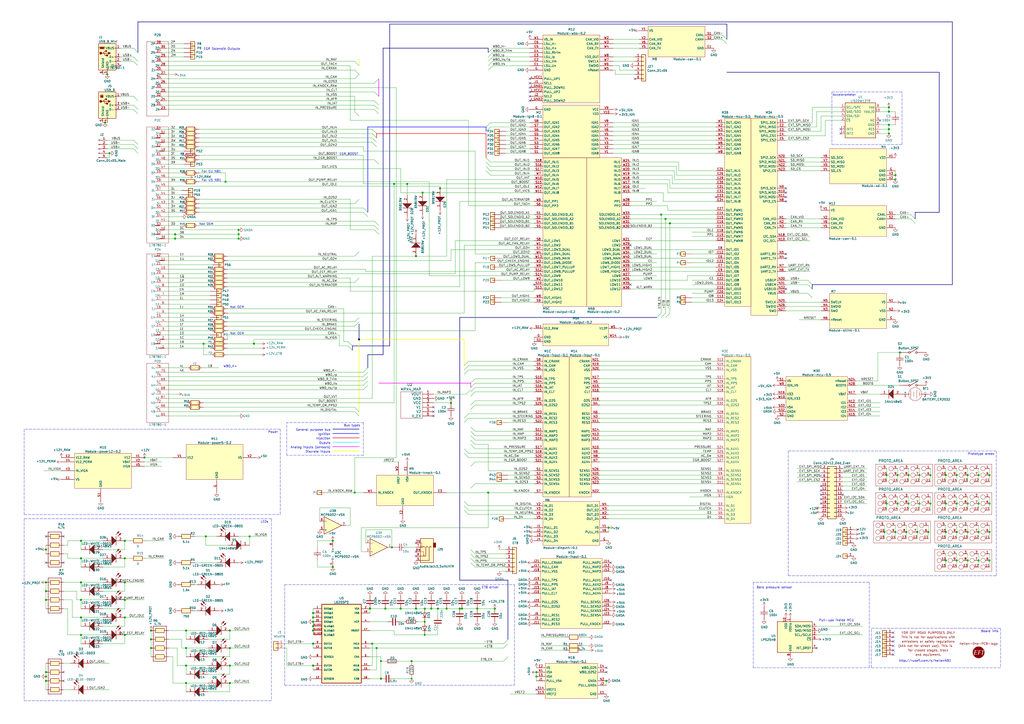
<source format=kicad_sch>
(kicad_sch (version 20210406) (generator eeschema)
  (paper "A2")
  (title_block (title "hellen64 NB1") (date "2021-06-30") (rev "A") (company "rusEFI") (comment 7 "http://rusefi.com/s/hellenNB1"))
  (lib_symbols
    (symbol "178780-1:178780-1" (pin_names (offset 0.025))
      (property "Reference" "P2" (at 3.81 22.86 90))
      (property "Value" "178780-1" (at 3.81 20.32 90))
      (symbol "178780-1_1_1"
        (pin passive line (at -25.4 -8.89 90) (length 3.81) (name "1A") (number "1"))
        (pin passive line (at 20.32 -8.89 90) (length 3.81) (name "1S") (number "10"))
        (pin passive line (at 25.4 -8.89 90) (length 3.81) (name "1U") (number "11"))
        (pin passive line (at -22.86 -6.35 90) (length 3.81) (name "1B") (number "12"))
        (pin passive line (at -17.78 -6.35 90) (length 3.81) (name "1D") (number "13"))
        (pin passive line (at -12.7 -6.35 90) (length 3.81) (name "1F") (number "14"))
        (pin passive line (at -7.62 -6.35 90) (length 3.81) (name "1H") (number "15"))
        (pin passive line (at -2.54 -6.35 90) (length 3.81) (name "1J") (number "16"))
        (pin passive line (at 2.54 -6.35 90) (length 3.81) (name "1L") (number "17"))
        (pin passive line (at 7.62 -6.35 90) (length 3.81) (name "1N") (number "18"))
        (pin passive line (at 12.7 -6.35 90) (length 3.81) (name "1P") (number "19"))
        (pin passive line (at -20.32 -8.89 90) (length 3.81) (name "1C") (number "2"))
        (pin passive line (at 17.78 -6.35 90) (length 3.81) (name "1R") (number "20"))
        (pin passive line (at 22.86 -6.35 90) (length 3.81) (name "1T") (number "21"))
        (pin passive line (at 27.94 -6.35 90) (length 3.81) (name "1V") (number "22"))
        (pin passive line (at -15.24 -8.89 90) (length 3.81) (name "1E") (number "3"))
        (pin passive line (at -10.16 -8.89 90) (length 3.81) (name "1G") (number "4"))
        (pin passive line (at -5.08 -8.89 90) (length 3.81) (name "1I") (number "5"))
        (pin passive line (at 0 -8.89 90) (length 3.81) (name "1K") (number "6"))
        (pin passive line (at 5.08 -8.89 90) (length 3.81) (name "1M") (number "7"))
        (pin passive line (at 10.16 -8.89 90) (length 3.81) (name "1O") (number "8"))
        (pin passive line (at 15.24 -8.89 90) (length 3.81) (name "1Q") (number "9"))
      )
      (symbol "178780-1_2_1"
        (pin passive line (at -20.32 -8.89 90) (length 3.81) (name "2A") (number "23"))
        (pin passive line (at -15.24 -8.89 90) (length 3.81) (name "2C") (number "24"))
        (pin passive line (at -10.16 -8.89 90) (length 3.81) (name "2E") (number "25"))
        (pin passive line (at -5.08 -8.89 90) (length 3.81) (name "2G") (number "26"))
        (pin passive line (at 0 -8.89 90) (length 3.81) (name "2I") (number "27"))
        (pin passive line (at 5.08 -8.89 90) (length 3.81) (name "2K") (number "28"))
        (pin passive line (at 10.16 -8.89 90) (length 3.81) (name "2M") (number "29"))
        (pin passive line (at 15.24 -8.89 90) (length 3.81) (name "2O") (number "30"))
        (pin passive line (at -17.78 -6.35 90) (length 3.81) (name "2B") (number "31"))
        (pin passive line (at -12.7 -6.35 90) (length 3.81) (name "2D") (number "32"))
        (pin passive line (at -7.62 -6.35 90) (length 3.81) (name "2F") (number "33"))
        (pin passive line (at -2.54 -6.35 90) (length 3.81) (name "2H") (number "34"))
        (pin passive line (at 2.54 -6.35 90) (length 3.81) (name "2J") (number "35"))
        (pin passive line (at 7.62 -6.35 90) (length 3.81) (name "2L") (number "36"))
        (pin passive line (at 12.7 -6.35 90) (length 3.81) (name "2N") (number "37"))
        (pin passive line (at 17.78 -6.35 90) (length 3.81) (name "2P") (number "38"))
      )
      (symbol "178780-1_3_1"
        (pin passive line (at -33.02 -8.89 90) (length 3.81) (name "3A") (number "39"))
        (pin passive line (at -27.94 -8.89 90) (length 3.81) (name "3C") (number "40"))
        (pin passive line (at -22.86 -8.89 90) (length 3.81) (name "3E") (number "41"))
        (pin passive line (at -17.78 -8.89 90) (length 3.81) (name "3G") (number "42"))
        (pin passive line (at -12.7 -8.89 90) (length 3.81) (name "3I") (number "43"))
        (pin passive line (at -7.62 -8.89 90) (length 3.81) (name "3K") (number "44"))
        (pin passive line (at -2.54 -8.89 90) (length 3.81) (name "3M") (number "45"))
        (pin passive line (at 2.54 -8.89 90) (length 3.81) (name "3O") (number "46"))
        (pin passive line (at 7.62 -8.89 90) (length 3.81) (name "3Q") (number "47"))
        (pin passive line (at 12.7 -8.89 90) (length 3.81) (name "3S") (number "48"))
        (pin passive line (at 17.78 -8.89 90) (length 3.81) (name "3U") (number "49"))
        (pin passive line (at 22.86 -8.89 90) (length 3.81) (name "3W") (number "50"))
        (pin passive line (at 27.94 -8.89 90) (length 3.81) (name "3Y") (number "51"))
        (pin passive line (at -30.48 -6.35 90) (length 3.81) (name "3B") (number "52"))
        (pin passive line (at -25.4 -6.35 90) (length 3.81) (name "3D") (number "53"))
        (pin passive line (at -20.32 -6.35 90) (length 3.81) (name "3F") (number "54"))
        (pin passive line (at -15.24 -6.35 90) (length 3.81) (name "3H") (number "55"))
        (pin passive line (at -10.16 -6.35 90) (length 3.81) (name "3J") (number "56"))
        (pin passive line (at -5.08 -6.35 90) (length 3.81) (name "3L") (number "57"))
        (pin passive line (at 0 -6.35 90) (length 3.81) (name "3N") (number "58"))
        (pin passive line (at 5.08 -6.35 90) (length 3.81) (name "3P") (number "59"))
        (pin passive line (at 10.16 -6.35 90) (length 3.81) (name "3R") (number "60"))
        (pin passive line (at 15.24 -6.35 90) (length 3.81) (name "3T") (number "61"))
        (pin passive line (at 20.32 -6.35 90) (length 3.81) (name "3V") (number "62"))
        (pin passive line (at 25.4 -6.35 90) (length 3.81) (name "3X") (number "63"))
        (pin passive line (at 30.48 -6.35 90) (length 3.81) (name "3Z") (number "64"))
      )
      (symbol "178780-1_4_1"
        (pin passive line (at -25.4 -8.89 90) (length 3.81) (name "4A") (number "65"))
        (pin passive line (at -20.32 -8.89 90) (length 3.81) (name "4C") (number "66"))
        (pin passive line (at -15.24 -8.89 90) (length 3.81) (name "4E") (number "67"))
        (pin passive line (at -10.16 -8.89 90) (length 3.81) (name "4G") (number "68"))
        (pin passive line (at -5.08 -8.89 90) (length 3.81) (name "4I") (number "69"))
        (pin passive line (at 0 -8.89 90) (length 3.81) (name "4K") (number "70"))
        (pin passive line (at -22.86 -6.35 90) (length 3.81) (name "4B") (number "71"))
        (pin passive line (at -17.78 -6.35 90) (length 3.81) (name "4D") (number "72"))
        (pin passive line (at -12.7 -6.35 90) (length 3.81) (name "4F") (number "73"))
        (pin passive line (at -7.62 -6.35 90) (length 3.81) (name "4H") (number "74"))
        (pin passive line (at -2.54 -6.35 90) (length 3.81) (name "4J") (number "75"))
        (pin passive line (at 2.54 -6.35 90) (length 3.81) (name "4L") (number "76"))
      )
    )
    (symbol "Amplifier_Operational:MCP6002-xSN" (pin_names (offset 0.127))
      (property "Reference" "U" (at 0 5.08 0))
      (property "Value" "MCP6002-xSN" (at 0 -5.08 0))
      (symbol "MCP6002-xSN_1_1"
        (pin output line (at 7.62 0 180) (length 2.54) (name "~") (number "1"))
        (pin input line (at -7.62 -2.54 0) (length 2.54) (name "-") (number "2"))
        (pin input line (at -7.62 2.54 0) (length 2.54) (name "+") (number "3"))
      )
      (symbol "MCP6002-xSN_2_1"
        (pin input line (at -7.62 2.54 0) (length 2.54) (name "+") (number "5"))
        (pin input line (at -7.62 -2.54 0) (length 2.54) (name "-") (number "6"))
        (pin output line (at 7.62 0 180) (length 2.54) (name "~") (number "7"))
      )
      (symbol "MCP6002-xSN_3_1"
        (pin power_in line (at -2.54 -7.62 90) (length 3.81) (name "V-") (number "4"))
        (pin power_in line (at -2.54 7.62 270) (length 3.81) (name "V+") (number "8"))
      )
    )
    (symbol "Connector:AudioJack3_SwitchTR"
      (property "Reference" "J" (at 0 8.89 0))
      (property "Value" "AudioJack3_SwitchTR" (at 0 6.35 0))
      (symbol "AudioJack3_SwitchTR_1_1"
        (pin passive line (at 5.08 0 180) (length 2.54) (name "~") (number "R"))
        (pin passive line (at 5.08 -2.54 180) (length 2.54) (name "~") (number "RN"))
        (pin passive line (at 5.08 2.54 180) (length 2.54) (name "~") (number "S"))
        (pin passive line (at 5.08 -5.08 180) (length 2.54) (name "~") (number "T"))
        (pin passive line (at 5.08 -7.62 180) (length 2.54) (name "~") (number "TN"))
      )
    )
    (symbol "Connector:Conn_01x05_Male" (pin_names (offset 1.016) hide)
      (property "Reference" "J" (at 0 7.62 0))
      (property "Value" "Conn_01x05_Male" (at 0 -7.62 0))
      (symbol "Conn_01x05_Male_1_1"
        (pin passive line (at 5.08 5.08 180) (length 3.81) (name "Pin_1") (number "1"))
        (pin passive line (at 5.08 2.54 180) (length 3.81) (name "Pin_2") (number "2"))
        (pin passive line (at 5.08 0 180) (length 3.81) (name "Pin_3") (number "3"))
        (pin passive line (at 5.08 -2.54 180) (length 3.81) (name "Pin_4") (number "4"))
        (pin passive line (at 5.08 -5.08 180) (length 3.81) (name "Pin_5") (number "5"))
      )
    )
    (symbol "Connector_Generic:Conn_01x01" (pin_names (offset 1.016) hide)
      (property "Reference" "J" (at 0 2.54 0))
      (property "Value" "Conn_01x01" (at 0 -2.54 0))
      (symbol "Conn_01x01_1_1"
        (pin passive line (at -5.08 0 0) (length 3.81) (name "Pin_1") (number "1"))
      )
    )
    (symbol "Connector_Generic:Conn_01x02" (pin_names (offset 1.016) hide)
      (property "Reference" "J" (at 0 2.54 0))
      (property "Value" "Conn_01x02" (at 0 -5.08 0))
      (symbol "Conn_01x02_1_1"
        (pin passive line (at -5.08 0 0) (length 3.81) (name "Pin_1") (number "1"))
        (pin passive line (at -5.08 -2.54 0) (length 3.81) (name "Pin_2") (number "2"))
      )
    )
    (symbol "Connector_Generic:Conn_01x06" (pin_names (offset 1.016) hide)
      (property "Reference" "J" (at 0 7.62 0))
      (property "Value" "Conn_01x06" (at 0 -10.16 0))
      (symbol "Conn_01x06_1_1"
        (pin passive line (at -5.08 5.08 0) (length 3.81) (name "Pin_1") (number "1"))
        (pin passive line (at -5.08 2.54 0) (length 3.81) (name "Pin_2") (number "2"))
        (pin passive line (at -5.08 0 0) (length 3.81) (name "Pin_3") (number "3"))
        (pin passive line (at -5.08 -2.54 0) (length 3.81) (name "Pin_4") (number "4"))
        (pin passive line (at -5.08 -5.08 0) (length 3.81) (name "Pin_5") (number "5"))
        (pin passive line (at -5.08 -7.62 0) (length 3.81) (name "Pin_6") (number "6"))
      )
    )
    (symbol "Connector_Generic:Conn_02x12_Odd_Even" (pin_names (offset 1.016) hide)
      (property "Reference" "J" (at 1.27 15.24 0))
      (property "Value" "Conn_02x12_Odd_Even" (at 1.27 -17.78 0))
      (symbol "Conn_02x12_Odd_Even_1_1"
        (pin passive line (at -5.08 12.7 0) (length 3.81) (name "Pin_1") (number "1"))
        (pin passive line (at 7.62 2.54 180) (length 3.81) (name "Pin_10") (number "10"))
        (pin passive line (at -5.08 0 0) (length 3.81) (name "Pin_11") (number "11"))
        (pin passive line (at 7.62 0 180) (length 3.81) (name "Pin_12") (number "12"))
        (pin passive line (at -5.08 -2.54 0) (length 3.81) (name "Pin_13") (number "13"))
        (pin passive line (at 7.62 -2.54 180) (length 3.81) (name "Pin_14") (number "14"))
        (pin passive line (at -5.08 -5.08 0) (length 3.81) (name "Pin_15") (number "15"))
        (pin passive line (at 7.62 -5.08 180) (length 3.81) (name "Pin_16") (number "16"))
        (pin passive line (at -5.08 -7.62 0) (length 3.81) (name "Pin_17") (number "17"))
        (pin passive line (at 7.62 -7.62 180) (length 3.81) (name "Pin_18") (number "18"))
        (pin passive line (at -5.08 -10.16 0) (length 3.81) (name "Pin_19") (number "19"))
        (pin passive line (at 7.62 12.7 180) (length 3.81) (name "Pin_2") (number "2"))
        (pin passive line (at 7.62 -10.16 180) (length 3.81) (name "Pin_20") (number "20"))
        (pin passive line (at -5.08 -12.7 0) (length 3.81) (name "Pin_21") (number "21"))
        (pin passive line (at 7.62 -12.7 180) (length 3.81) (name "Pin_22") (number "22"))
        (pin passive line (at -5.08 -15.24 0) (length 3.81) (name "Pin_23") (number "23"))
        (pin passive line (at 7.62 -15.24 180) (length 3.81) (name "Pin_24") (number "24"))
        (pin passive line (at -5.08 10.16 0) (length 3.81) (name "Pin_3") (number "3"))
        (pin passive line (at 7.62 10.16 180) (length 3.81) (name "Pin_4") (number "4"))
        (pin passive line (at -5.08 7.62 0) (length 3.81) (name "Pin_5") (number "5"))
        (pin passive line (at 7.62 7.62 180) (length 3.81) (name "Pin_6") (number "6"))
        (pin passive line (at -5.08 5.08 0) (length 3.81) (name "Pin_7") (number "7"))
        (pin passive line (at 7.62 5.08 180) (length 3.81) (name "Pin_8") (number "8"))
        (pin passive line (at -5.08 2.54 0) (length 3.81) (name "Pin_9") (number "9"))
      )
    )
    (symbol "Device:C" (pin_numbers hide) (pin_names (offset 0.254))
      (property "Reference" "C" (at 0.635 2.54 0))
      (property "Value" "C" (at 0.635 -2.54 0))
      (symbol "C_1_1"
        (pin passive line (at 0 3.81 270) (length 2.794) (name "~") (number "1"))
        (pin passive line (at 0 -3.81 90) (length 2.794) (name "~") (number "2"))
      )
    )
    (symbol "Device:D" (pin_numbers hide) (pin_names (offset 1.016) hide)
      (property "Reference" "D" (at 0 2.54 0))
      (property "Value" "D" (at 0 -2.54 0))
      (symbol "D_1_1"
        (pin passive line (at -3.81 0 0) (length 2.54) (name "K") (number "1"))
        (pin passive line (at 3.81 0 180) (length 2.54) (name "A") (number "2"))
      )
    )
    (symbol "Device:R" (pin_numbers hide) (pin_names (offset 0))
      (property "Reference" "R" (at 2.032 0 90))
      (property "Value" "R" (at 0 0 90))
      (symbol "R_1_1"
        (pin passive line (at 0 3.81 270) (length 1.27) (name "~") (number "1"))
        (pin passive line (at 0 -3.81 90) (length 1.27) (name "~") (number "2"))
      )
    )
    (symbol "L6205PD:L6205PD" (pin_names (offset 1.016))
      (property "Reference" "U" (at -10.1854 24.0538 0))
      (property "Value" "L6205PD" (at -10.1854 -25.6794 0))
      (symbol "L6205PD_0_0"
        (pin power_in line (at 17.78 20.32 180) (length 5.08) (name "GND@1") (number "1"))
        (pin power_in line (at 17.78 17.78 180) (length 5.08) (name "GND@2") (number "10"))
        (pin power_in line (at 17.78 15.24 180) (length 5.08) (name "GND@3") (number "11"))
        (pin output line (at 17.78 -2.54 180) (length 5.08) (name "OUT1B") (number "12"))
        (pin power_in line (at 17.78 -20.32 180) (length 5.08) (name "SENSEB") (number "13"))
        (pin input line (at -15.24 -12.7 0) (length 5.08) (name "IN1B") (number "14"))
        (pin input line (at -15.24 -15.24 0) (length 5.08) (name "IN2B") (number "15"))
        (pin bidirectional line (at -15.24 -20.32 0) (length 5.08) (name "ENB") (number "16"))
        (pin passive line (at -15.24 7.62 0) (length 5.08) (name "VBOOT") (number "17"))
        (pin output line (at 17.78 -15.24 180) (length 5.08) (name "OUT2B") (number "18"))
        (pin power_in line (at -15.24 17.78 0) (length 5.08) (name "VSB") (number "19"))
        (pin power_in line (at -15.24 20.32 0) (length 5.08) (name "VSA") (number "2"))
        (pin power_in line (at 17.78 12.7 180) (length 5.08) (name "GND@4") (number "20"))
        (pin output line (at 17.78 -12.7 180) (length 5.08) (name "OUT2A") (number "3"))
        (pin passive line (at -15.24 12.7 0) (length 5.08) (name "VCP") (number "4"))
        (pin bidirectional line (at -15.24 -7.62 0) (length 5.08) (name "ENA") (number "5"))
        (pin input line (at -15.24 0 0) (length 5.08) (name "IN1A") (number "6"))
        (pin input line (at -15.24 -2.54 0) (length 5.08) (name "IN2A") (number "7"))
        (pin power_in line (at 17.78 -7.62 180) (length 5.08) (name "SENSEA") (number "8"))
        (pin output line (at 17.78 0 180) (length 5.08) (name "OUT1A") (number "9"))
        (pin power_in line (at 17.78 10.16 180) (length 5.08) (name "SLUG@1") (number "SLUG1"))
        (pin power_in line (at 17.78 7.62 180) (length 5.08) (name "SLUG@2") (number "SLUG2"))
        (pin power_in line (at 17.78 5.08 180) (length 5.08) (name "SLUG@3") (number "SLUG3"))
      )
    )
    (symbol "MPX-4_MAP:MPX4_MAP" (pin_names (offset 0.762))
      (property "Reference" "U" (at 0 10.16 0))
      (property "Value" "MPX4_MAP" (at 8.89 0 90))
      (symbol "MPX4_MAP_1_1"
        (pin passive line (at -8.89 6.35 0) (length 6.35) (name "VOUT") (number "1"))
        (pin passive line (at -8.89 3.81 0) (length 6.35) (name "GND") (number "2"))
        (pin passive line (at -8.89 1.27 0) (length 6.35) (name "VCC") (number "3"))
        (pin passive line (at -8.89 -1.27 0) (length 6.35) (name "V1") (number "4"))
        (pin passive line (at -8.89 -3.81 0) (length 6.35) (name "V2") (number "5"))
        (pin passive line (at -8.89 -6.35 0) (length 6.35) (name "V_EX") (number "6"))
      )
    )
    (symbol "Off_Road_Disclaimer:Disclaimer" (pin_names (offset 1.016))
      (symbol "Disclaimer_0_0"
        (text "(AKA not for street use). This is " (at 1.27 -3.81 0) (effects (font (size 1.27 1.27))))
        (text "and equipment." (at 0 -8.89 0) (effects (font (size 1.27 1.27))))
        (text "emissions or safety regulations" (at 0 -1.27 0) (effects (font (size 1.27 1.27))))
        (text "for closed stages, track" (at 0 -6.35 0) (effects (font (size 1.27 1.27))))
        (text "FOR OFF ROAD PURPOSES ONLY" (at 0 3.81 0) (effects (font (size 1.27 1.27))))
        (text "This is not for applications with" (at 0 1.27 0) (effects (font (size 1.27 1.27))))
      )
    )
    (symbol "Sensor_Pressure:LPS25HB"
      (property "Reference" "U" (at -10.16 8.89 0))
      (property "Value" "LPS25HB" (at 10.16 8.89 0))
      (symbol "LPS25HB_1_1"
        (pin power_in line (at -2.54 10.16 270) (length 2.54) (name "VDDio") (number "1"))
        (pin power_in line (at -5.08 10.16 270) (length 2.54) (name "VDD") (number "10"))
        (pin input line (at 12.7 0 180) (length 2.54) (name "SCL/SCLK") (number "2"))
        (pin passive line (at -2.54 -12.7 90) (length 2.54) hide (name "GND") (number "3"))
        (pin bidirectional line (at 12.7 5.08 180) (length 2.54) (name "SDA/MOSI") (number "4"))
        (pin bidirectional line (at 12.7 2.54 180) (length 2.54) (name "SA0/MISO") (number "5"))
        (pin input line (at 12.7 -2.54 180) (length 2.54) (name "~CS") (number "6"))
        (pin output line (at 12.7 -7.62 180) (length 2.54) (name "INT_DRDY") (number "7"))
        (pin power_in line (at -2.54 -12.7 90) (length 2.54) (name "GND") (number "8"))
        (pin passive line (at -2.54 -12.7 90) (length 2.54) hide (name "GND") (number "9"))
      )
    )
    (symbol "art-electro-power:BATTERY_CR2032" (pin_names (offset 0))
      (property "Reference" "BT" (at 0 5.08 0))
      (property "Value" "BATTERY_CR2032" (at 0 -4.826 0))
      (symbol "BATTERY_CR2032_1_1"
        (pin passive line (at -7.62 0 0) (length 3.81) (name "+") (number "1"))
        (pin passive line (at 7.62 0 180) (length 3.81) (name "-") (number "2"))
      )
    )
    (symbol "hellen-one-can-0.1:Module-can-0.1"
      (property "Reference" "M" (at 0 0 0))
      (property "Value" "Module-can-0.1" (at 0 0 0))
      (symbol "Module-can-0.1_1_0"
        (pin passive line (at 38.1 -12.7 180) (length 5.08) (name "GND") (number "E1"))
        (pin passive line (at 38.1 -5.08 180) (length 5.08) (name "CANL") (number "S1"))
        (pin passive line (at 38.1 -7.62 180) (length 5.08) (name "CANH") (number "S2"))
        (pin passive line (at -5.08 -2.54 0) (length 5.08) (name "V5") (number "V1"))
        (pin passive line (at -5.08 -7.62 0) (length 5.08) (name "CAN_VIO") (number "V2"))
        (pin passive line (at -5.08 -12.7 0) (length 5.08) (name "CAN_TX") (number "V5"))
        (pin passive line (at -5.08 -10.16 0) (length 5.08) (name "CAN_RX") (number "V6"))
      )
    )
    (symbol "hellen-one-common:+12V_PERM" (power) (pin_names (offset 0))
      (property "Value" "+12V_PERM" (at 0 3.556 0))
      (symbol "+12V_PERM_1_1"
        (pin power_in line (at 0 0 90) (length 0) hide (name "+12V_PERM") (number "1"))
      )
    )
    (symbol "hellen-one-common:+12V_PROT" (power) (pin_names (offset 0))
      (property "Value" "+12V_PROT" (at 0 3.556 0))
      (symbol "+12V_PROT_1_1"
        (pin power_in line (at 0 0 90) (length 0) hide (name "+12V_PROT") (number "1"))
      )
    )
    (symbol "hellen-one-common:+12V_RAW" (power) (pin_names (offset 0))
      (property "Value" "+12V_RAW" (at 0 3.556 0))
      (symbol "+12V_RAW_1_1"
        (pin power_in line (at 0 0 90) (length 0) hide (name "+12V_RAW") (number "1"))
      )
    )
    (symbol "hellen-one-common:+12V_RAW_1" (power) (pin_names (offset 0))
      (property "Value" "+12V_ETB" (at 3.1751 0.3683 90))
      (symbol "+12V_RAW_1_1_1"
        (pin power_in line (at 0 0 90) (length 0) hide (name "+12V_ETB") (number "1"))
      )
    )
    (symbol "hellen-one-common:+3V3_IGN" (power) (pin_names (offset 0))
      (property "Value" "+3V3_IGN" (at 0 3.556 0))
      (symbol "+3V3_IGN_1_1"
        (pin power_in line (at 0 0 90) (length 0) hide (name "+3V3_IGN") (number "1"))
      )
    )
    (symbol "hellen-one-common:+5V_IGN" (power) (pin_names (offset 0))
      (property "Value" "+5V_IGN" (at 0 3.556 0))
      (symbol "+5V_IGN_1_1"
        (pin power_in line (at 0 0 90) (length 0) hide (name "+5V_IGN") (number "1"))
      )
    )
    (symbol "hellen-one-common:1N4148WS"
      (property "Reference" "D" (at 0 2.54 0))
      (property "Value" "1N4148WS" (at 0 -3.81 0))
      (symbol "1N4148WS_1_0"
        (pin passive line (at 7.62 0 180) (length 5.08) (name "K") (number "1"))
        (pin passive line (at -5.08 0 0) (length 5.08) (name "A") (number "2"))
      )
    )
    (symbol "hellen-one-common:Button_SPST" (pin_numbers hide)
      (property "Reference" "S" (at -5.08 2.54 0))
      (property "Value" "Button_SPST" (at 0 0 0))
      (symbol "Button_SPST_1_0"
        (pin passive line (at -5.08 -2.54 0) (length 5.08) (name "") (number "1"))
        (pin passive line (at 10.16 -2.54 180) (length 5.08) (name "") (number "2"))
      )
    )
    (symbol "hellen-one-common:Cap" (pin_numbers hide)
      (property "Reference" "C" (at -3.81 2.54 0))
      (property "Value" "Cap" (at -2.54 -1.27 0))
      (symbol "Cap_1_0"
        (pin passive line (at -3.81 0 0) (length 2.54) (name "") (number "1"))
        (pin passive line (at 3.81 0 180) (length 2.54) (name "") (number "2"))
      )
    )
    (symbol "hellen-one-common:Fuse-Pad-Pad" (pin_numbers hide) (pin_names (offset 0.762) hide)
      (property "Reference" "F" (at 0 2.54 0))
      (symbol "Fuse-Pad-Pad_0_1"
        (pin passive line (at -5.08 0 0) (length 2.54) (name "1") (number "1"))
        (pin passive line (at 5.08 0 180) (length 2.54) (name "2") (number "2"))
      )
    )
    (symbol "hellen-one-common:Jumper-Pad-Pad" (pin_numbers hide) (pin_names (offset 0.762) hide)
      (property "Reference" "R" (at 0 2.54 0))
      (symbol "Jumper-Pad-Pad_0_1"
        (pin passive line (at -5.08 0 0) (length 2.54) (name "1") (number "1"))
        (pin passive line (at 5.08 0 180) (length 2.54) (name "2") (number "2"))
      )
    )
    (symbol "hellen-one-common:LED"
      (property "Reference" "D" (at 0 2.54 0))
      (property "Value" "LED-COLOR-0805" (at 0 -3.81 0))
      (symbol "LED_1_0"
        (pin passive line (at -5.08 0 0) (length 5.08) (name "A") (number "1"))
        (pin passive line (at 7.62 0 180) (length 5.08) (name "K") (number "2"))
      )
    )
    (symbol "hellen-one-common:LED_0603"
      (property "Reference" "D" (at 0 2.54 0))
      (property "Value" "LED_0603" (at 0 -3.81 0))
      (symbol "LED_0603_1_0"
        (pin passive line (at -5.08 0 0) (length 5.08) (name "A") (number "1"))
        (pin passive line (at 7.62 0 180) (length 5.08) (name "K") (number "2"))
      )
    )
    (symbol "hellen-one-common:LIS2DW12TR"
      (property "Reference" "U" (at -5.08 11.43 0))
      (property "Value" "LIS2DW12TR" (at 3.81 11.43 0))
      (symbol "LIS2DW12TR_1_1"
        (pin input line (at -10.16 7.62 0) (length 2.54) (name "SCL/SPC") (number "1"))
        (pin power_in line (at 12.7 5.08 180) (length 2.54) (name "Vdd_IO") (number "10"))
        (pin output line (at -10.16 -7.62 0) (length 2.54) (name "INT2") (number "11"))
        (pin output line (at -10.16 -5.08 0) (length 2.54) (name "INT1") (number "12"))
        (pin input line (at -10.16 0 0) (length 2.54) (name "~CS") (number "2"))
        (pin bidirectional line (at -10.16 5.08 0) (length 2.54) (name "SA0/SDO") (number "3"))
        (pin bidirectional line (at -10.16 2.54 0) (length 2.54) (name "SDA/SDI") (number "4"))
        (pin passive line (at 12.7 0 180) (length 2.54) (name "NC") (number "5"))
        (pin power_in line (at 12.7 -7.62 180) (length 2.54) (name "GND") (number "6"))
        (pin power_in line (at 12.7 -5.08 180) (length 2.54) (name "RES") (number "7"))
        (pin power_in line (at 12.7 -2.54 180) (length 2.54) (name "GND") (number "8"))
        (pin power_in line (at 12.7 7.62 180) (length 2.54) (name "Vdd") (number "9"))
      )
    )
    (symbol "hellen-one-common:LOGO" (pin_names (offset 1.016))
      (symbol "LOGO_0_0"
        (text "" (at 35.56 6.35 0) (effects (font (size 1.27 1.27))))
        (text "Hellen-One-PCB-logo" (at 0 0 0) (effects (font (size 1.27 1.27))))
      )
    )
    (symbol "hellen-one-common:PROTO_AREA" (pin_names (offset 1.016))
      (property "Value" "PROTO_AREA" (at 25.4 3.81 0))
      (symbol "PROTO_AREA_0_0"
        (text "" (at 35.56 6.35 0) (effects (font (size 1.27 1.27))))
      )
      (symbol "PROTO_AREA_1_1"
        (pin passive line (at 1.27 0 0) (length 2.54) (name "") (number "1"))
        (pin passive line (at 26.67 -3.81 0) (length 2.54) (name "") (number "10"))
        (pin passive line (at 1.27 -7.62 0) (length 2.54) (name "") (number "11"))
        (pin passive line (at 7.62 -7.62 0) (length 2.54) (name "") (number "12"))
        (pin passive line (at 13.97 -7.62 0) (length 2.54) (name "") (number "13"))
        (pin passive line (at 20.32 -7.62 0) (length 2.54) (name "") (number "14"))
        (pin passive line (at 26.67 -7.62 0) (length 2.54) (name "") (number "15"))
        (pin passive line (at 7.62 0 0) (length 2.54) (name "") (number "2"))
        (pin passive line (at 13.97 0 0) (length 2.54) (name "") (number "3"))
        (pin passive line (at 20.32 0 0) (length 2.54) (name "") (number "4"))
        (pin passive line (at 26.67 0 0) (length 2.54) (name "") (number "5"))
        (pin passive line (at 1.27 -3.81 0) (length 2.54) (name "") (number "6"))
        (pin passive line (at 7.62 -3.81 0) (length 2.54) (name "") (number "7"))
        (pin passive line (at 13.97 -3.81 0) (length 2.54) (name "") (number "8"))
        (pin passive line (at 20.32 -3.81 0) (length 2.54) (name "") (number "9"))
      )
    )
    (symbol "hellen-one-common:Pad" (pin_numbers hide) (pin_names (offset 1.016) hide)
      (property "Reference" "P" (at 2.54 0 0))
      (symbol "Pad_1_1"
        (pin passive line (at -5.08 0 0) (length 3.81) (name "Pin_1") (number "1"))
      )
    )
    (symbol "hellen-one-common:Res" (pin_numbers hide)
      (property "Reference" "R" (at 3.81 2.54 0))
      (property "Value" "Res" (at 5.08 -2.54 0))
      (symbol "Res_1_0"
        (pin passive line (at 0 0 0) (length 2.54) (name "") (number "1"))
        (pin passive line (at 10.16 0 180) (length 2.54) (name "") (number "2"))
      )
    )
    (symbol "hellen-one-common:Res_Array_4" (pin_numbers hide)
      (property "Reference" "R" (at -6.35 6.35 0))
      (symbol "Res_Array_4_1_0"
        (pin passive line (at -10.16 0 0) (length 2.54) (name "") (number "1"))
        (pin passive line (at -10.16 -5.08 0) (length 2.54) (name "") (number "2"))
        (pin passive line (at -10.16 -10.16 0) (length 2.54) (name "") (number "3"))
        (pin passive line (at -10.16 -15.24 0) (length 2.54) (name "") (number "4"))
        (pin passive line (at 0 -15.24 180) (length 2.54) (name "") (number "5"))
        (pin passive line (at 0 -10.16 180) (length 2.54) (name "") (number "6"))
        (pin passive line (at 0 -5.08 180) (length 2.54) (name "") (number "7"))
        (pin passive line (at 0 0 180) (length 2.54) (name "") (number "8"))
      )
    )
    (symbol "hellen-one-common:USB_B" (pin_names (offset 1.016))
      (property "Reference" "J" (at -5.08 11.43 0))
      (property "Value" "USB_B" (at -5.08 8.89 0))
      (symbol "USB_B_1_1"
        (pin power_out line (at 7.62 5.08 180) (length 2.54) (name "VBUS") (number "1"))
        (pin bidirectional line (at 7.62 -2.54 180) (length 2.54) (name "D-") (number "2"))
        (pin bidirectional line (at 7.62 0 180) (length 2.54) (name "D+") (number "3"))
        (pin power_out line (at 0 -10.16 90) (length 2.54) (name "GND") (number "4"))
        (pin passive line (at -2.54 -10.16 90) (length 2.54) (name "Shield") (number "5"))
      )
    )
    (symbol "hellen-one-common:USB_B_Mini" (pin_names (offset 1.016))
      (property "Reference" "J" (at -5.08 11.43 0))
      (property "Value" "USB_B_Mini" (at -5.08 8.89 0))
      (symbol "USB_B_Mini_1_1"
        (pin power_out line (at 7.62 5.08 180) (length 2.54) (name "VBUS") (number "1"))
        (pin passive line (at 7.62 -2.54 180) (length 2.54) (name "D-") (number "2"))
        (pin passive line (at 7.62 0 180) (length 2.54) (name "D+") (number "3"))
        (pin passive line (at 7.62 -5.08 180) (length 2.54) (name "ID") (number "4"))
        (pin power_out line (at 0 -10.16 90) (length 2.54) (name "GND") (number "5"))
        (pin passive line (at -2.54 -10.16 90) (length 2.54) (name "Shield") (number "6"))
      )
    )
    (symbol "hellen-one-dinput4-0.1:Module-dinput4-0.1"
      (property "Reference" "M" (at 0 0 0))
      (property "Value" "Module-dinput4-0.1" (at 0 0 0))
      (symbol "Module-dinput4-0.1_1_0"
        (pin passive line (at 38.1 -22.86 180) (length 5.08) (name "GND") (number "G"))
        (pin passive line (at -5.08 -15.24 0) (length 5.08) (name "PULL_D1") (number "J1"))
        (pin passive line (at -5.08 -17.78 0) (length 5.08) (name "PULL_D2") (number "J2"))
        (pin passive line (at -5.08 -20.32 0) (length 5.08) (name "PULL_D3") (number "J3"))
        (pin passive line (at -5.08 -22.86 0) (length 5.08) (name "PULL_D4") (number "J4"))
        (pin passive line (at 38.1 -15.24 180) (length 5.08) (name "V5") (number "V1"))
        (pin passive line (at -5.08 -2.54 0) (length 5.08) (name "IN_D1") (number "V2"))
        (pin passive line (at -5.08 -5.08 0) (length 5.08) (name "IN_D2") (number "V3"))
        (pin passive line (at -5.08 -7.62 0) (length 5.08) (name "IN_D3") (number "V4"))
        (pin passive line (at -5.08 -10.16 0) (length 5.08) (name "IN_D4") (number "V5"))
        (pin passive line (at 38.1 -17.78 180) (length 5.08) (name "PULL_V5") (number "V6"))
        (pin passive line (at 38.1 -10.16 180) (length 5.08) (name "OUT_D4") (number "W1"))
        (pin passive line (at 38.1 -7.62 180) (length 5.08) (name "OUT_D3") (number "W2"))
        (pin passive line (at 38.1 -5.08 180) (length 5.08) (name "OUT_D2") (number "W3"))
        (pin passive line (at 38.1 -2.54 180) (length 5.08) (name "OUT_D1") (number "W4"))
      )
    )
    (symbol "hellen-one-ign8-0.1:Module-ign8-0.1"
      (property "Reference" "M" (at 0 0 0))
      (property "Value" "Module-ign8-0.1" (at 0 0 0))
      (symbol "Module-ign8-0.1_1_0"
        (pin passive line (at 40.64 -2.54 180) (length 7.62) (name "GND") (number "G"))
        (pin passive line (at 40.64 -27.94 180) (length 7.62) (name "OUT_IGN8") (number "S1"))
        (pin passive line (at 40.64 -25.4 180) (length 7.62) (name "OUT_IGN7") (number "S2"))
        (pin passive line (at 40.64 -22.86 180) (length 7.62) (name "OUT_IGN6") (number "S3"))
        (pin passive line (at 40.64 -20.32 180) (length 7.62) (name "OUT_IGN5") (number "S4"))
        (pin passive line (at 40.64 -17.78 180) (length 7.62) (name "OUT_IGN4") (number "S5"))
        (pin passive line (at 40.64 -15.24 180) (length 7.62) (name "OUT_IGN3") (number "S6"))
        (pin passive line (at 40.64 -12.7 180) (length 7.62) (name "OUT_IGN2") (number "S7"))
        (pin passive line (at 40.64 -10.16 180) (length 7.62) (name "OUT_IGN1") (number "S8"))
        (pin passive line (at -7.62 -27.94 0) (length 7.62) (name "IGN8") (number "V1"))
        (pin passive line (at -7.62 -5.08 0) (length 7.62) (name "V33") (number "V10"))
        (pin passive line (at -7.62 -25.4 0) (length 7.62) (name "IGN7") (number "V2"))
        (pin passive line (at -7.62 -22.86 0) (length 7.62) (name "IGN6") (number "V3"))
        (pin passive line (at -7.62 -20.32 0) (length 7.62) (name "IGN5") (number "V4"))
        (pin passive line (at -7.62 -17.78 0) (length 7.62) (name "IGN4") (number "V5"))
        (pin passive line (at -7.62 -15.24 0) (length 7.62) (name "IGN3") (number "V6"))
        (pin passive line (at -7.62 -12.7 0) (length 7.62) (name "IGN2") (number "V7"))
        (pin passive line (at -7.62 -10.16 0) (length 7.62) (name "IGN1") (number "V8"))
        (pin passive line (at -7.62 -2.54 0) (length 7.62) (name "VCC") (number "V9"))
      )
    )
    (symbol "hellen-one-input-0.1:Module-input-0.1"
      (property "Reference" "M" (at 0 0 0))
      (property "Value" "Module-input-0.1" (at 0 0 0))
      (symbol "Module-input-0.1_1_0"
        (pin passive line (at 17.78 -53.34 180) (length 5.08) (name "AUX1") (number "N10"))
        (pin passive line (at 17.78 -38.1 180) (length 5.08) (name "RES3") (number "N11"))
        (pin passive line (at 17.78 -48.26 180) (length 5.08) (name "MAP3") (number "N12"))
        (pin passive line (at 17.78 -45.72 180) (length 5.08) (name "MAP2") (number "N13"))
        (pin passive line (at 17.78 -43.18 180) (length 5.08) (name "MAP1") (number "N14"))
        (pin passive line (at 17.78 -17.78 180) (length 5.08) (name "IAT") (number "N15"))
        (pin passive line (at 17.78 -20.32 180) (length 5.08) (name "CLT") (number "N16"))
        (pin passive line (at 17.78 -12.7 180) (length 5.08) (name "TPS") (number "N17"))
        (pin passive line (at 17.78 -25.4 180) (length 5.08) (name "O2S") (number "N18"))
        (pin passive line (at 17.78 -5.08 180) (length 5.08) (name "CAM") (number "N19"))
        (pin passive line (at 17.78 -7.62 180) (length 5.08) (name "VSS") (number "N20"))
        (pin passive line (at 17.78 -2.54 180) (length 5.08) (name "CRANK") (number "N21"))
        (pin passive line (at 17.78 -78.74 180) (length 5.08) (name "KNOCK") (number "N22"))
        (pin passive line (at 17.78 -73.66 180) (length 5.08) (name "SENS4") (number "N23"))
        (pin passive line (at 17.78 -71.12 180) (length 5.08) (name "SENS3") (number "N24"))
        (pin passive line (at 17.78 -68.58 180) (length 5.08) (name "SENS2") (number "N25"))
        (pin passive line (at 17.78 -66.04 180) (length 5.08) (name "SENS1") (number "N26"))
        (pin passive line (at 17.78 -35.56 180) (length 5.08) (name "RES2") (number "N3"))
        (pin passive line (at 17.78 -27.94 180) (length 5.08) (name "O2S2") (number "N4"))
        (pin passive line (at 17.78 -15.24 180) (length 5.08) (name "PPS") (number "N5"))
        (pin passive line (at 17.78 -33.02 180) (length 5.08) (name "RES1") (number "N6"))
        (pin passive line (at 17.78 -60.96 180) (length 5.08) (name "AUX4") (number "N7"))
        (pin passive line (at 17.78 -58.42 180) (length 5.08) (name "AUX3") (number "N8"))
        (pin passive line (at 17.78 -55.88 180) (length 5.08) (name "AUX2") (number "N9"))
      )
      (symbol "Module-input-0.1_2_0"
        (pin passive line (at 35.56 -17.78 180) (length 5.08) (name "GND") (number "E1"))
        (pin passive line (at -5.08 -2.54 0) (length 5.08) (name "V5") (number "E2"))
        (pin passive line (at 35.56 -5.08 180) (length 5.08) (name "WBO_O2S2") (number "E3"))
        (pin passive line (at 35.56 -2.54 180) (length 5.08) (name "WBO_O2S") (number "E4"))
        (pin passive line (at -5.08 -7.62 0) (length 5.08) (name "V5A") (number "E5"))
        (pin passive line (at -5.08 -10.16 0) (length 5.08) (name "PULL_V5A") (number "J1"))
        (pin passive line (at 35.56 -12.7 180) (length 5.08) (name "PULL_GNDA") (number "J2"))
        (pin passive line (at -5.08 -5.08 0) (length 5.08) (name "V5A") (number "N1"))
        (pin passive line (at 35.56 -10.16 180) (length 5.08) (name "GNDA") (number "N2"))
        (pin passive line (at -5.08 -17.78 0) (length 5.08) (name "VREF2") (number "S13"))
        (pin passive line (at -5.08 -15.24 0) (length 5.08) (name "VREF1") (number "S14"))
      )
      (symbol "Module-input-0.1_3_0"
        (pin passive line (at -5.08 -66.04 0) (length 5.08) (name "IN_SENS1") (number "S1"))
        (pin passive line (at -5.08 -12.7 0) (length 5.08) (name "IN_TPS") (number "S10"))
        (pin passive line (at -5.08 -43.18 0) (length 5.08) (name "IN_MAP1") (number "S11"))
        (pin passive line (at -5.08 -45.72 0) (length 5.08) (name "IN_MAP2") (number "S12"))
        (pin passive line (at -5.08 -20.32 0) (length 5.08) (name "IN_CLT") (number "S15"))
        (pin passive line (at -5.08 -17.78 0) (length 5.08) (name "IN_IAT") (number "S16"))
        (pin passive line (at -5.08 -53.34 0) (length 5.08) (name "IN_AUX1") (number "S17"))
        (pin passive line (at -5.08 -55.88 0) (length 5.08) (name "IN_AUX2") (number "S18"))
        (pin passive line (at -5.08 -48.26 0) (length 5.08) (name "IN_MAP3") (number "S19"))
        (pin passive line (at -5.08 -68.58 0) (length 5.08) (name "IN_SENS2") (number "S2"))
        (pin passive line (at -5.08 -58.42 0) (length 5.08) (name "IN_AUX3") (number "S20"))
        (pin passive line (at -5.08 -60.96 0) (length 5.08) (name "IN_AUX4") (number "S21"))
        (pin passive line (at -5.08 -38.1 0) (length 5.08) (name "IN_RES3") (number "S22"))
        (pin passive line (at -5.08 -33.02 0) (length 5.08) (name "IN_RES1") (number "S23"))
        (pin passive line (at -5.08 -15.24 0) (length 5.08) (name "IN_PPS") (number "S24"))
        (pin passive line (at -5.08 -27.94 0) (length 5.08) (name "IN_O2S2") (number "S25"))
        (pin passive line (at -5.08 -35.56 0) (length 5.08) (name "IN_RES2") (number "S26"))
        (pin passive line (at -5.08 -71.12 0) (length 5.08) (name "IN_SENS3") (number "S3"))
        (pin passive line (at -5.08 -73.66 0) (length 5.08) (name "IN_SENS4") (number "S4"))
        (pin passive line (at -5.08 -5.08 0) (length 5.08) (name "IN_CAM") (number "S5"))
        (pin passive line (at -5.08 -7.62 0) (length 5.08) (name "IN_VSS") (number "S6"))
        (pin passive line (at -5.08 -78.74 0) (length 5.08) (name "IN_KNOCK") (number "S7"))
        (pin passive line (at -5.08 -2.54 0) (length 5.08) (name "IN_CRANK") (number "S8"))
        (pin passive line (at -5.08 -25.4 0) (length 5.08) (name "IN_O2S") (number "S9"))
      )
      (symbol "Module-input-0.1_4_0"
        (pin passive line (at 40.64 -12.7 180) (length 5.08) (name "PULL_AUX1") (number "J10"))
        (pin passive line (at -5.08 -38.1 0) (length 5.08) (name "PULL_RES3") (number "J11"))
        (pin passive line (at 40.64 -7.62 180) (length 5.08) (name "PULL_MAP3") (number "J12"))
        (pin passive line (at 40.64 -5.08 180) (length 5.08) (name "PULL_MAP2") (number "J13"))
        (pin passive line (at 40.64 -2.54 180) (length 5.08) (name "PULL_MAP1") (number "J14"))
        (pin passive line (at -5.08 -17.78 0) (length 5.08) (name "PULL_IAT") (number "J15"))
        (pin passive line (at -5.08 -20.32 0) (length 5.08) (name "PULL_CLT") (number "J16"))
        (pin passive line (at -5.08 -5.08 0) (length 5.08) (name "PULL_CAM") (number "J17"))
        (pin passive line (at -5.08 -7.62 0) (length 5.08) (name "PULL_VSS") (number "J18"))
        (pin passive line (at -5.08 -12.7 0) (length 5.08) (name "PULL_TPS") (number "J19"))
        (pin passive line (at -5.08 -25.4 0) (length 5.08) (name "PULL_O2S") (number "J20"))
        (pin passive line (at -5.08 -2.54 0) (length 5.08) (name "PULL_CRANK") (number "J21"))
        (pin passive line (at 40.64 -38.1 180) (length 5.08) (name "PULL_KNOCK") (number "J22"))
        (pin passive line (at 40.64 -33.02 180) (length 5.08) (name "PULL_SENS4") (number "J23"))
        (pin passive line (at 40.64 -30.48 180) (length 5.08) (name "PULL_SENS3") (number "J24"))
        (pin passive line (at 40.64 -27.94 180) (length 5.08) (name "PULL_SENS2") (number "J25"))
        (pin passive line (at 40.64 -25.4 180) (length 5.08) (name "PULL_SENS1") (number "J26"))
        (pin passive line (at -5.08 -35.56 0) (length 5.08) (name "PULL_RES2") (number "J3"))
        (pin passive line (at -5.08 -27.94 0) (length 5.08) (name "PULL_O2S2") (number "J4"))
        (pin passive line (at -5.08 -15.24 0) (length 5.08) (name "PULL_PPS") (number "J5"))
        (pin passive line (at -5.08 -33.02 0) (length 5.08) (name "PULL_RES1") (number "J6"))
        (pin passive line (at 40.64 -20.32 180) (length 5.08) (name "PULL_AUX4") (number "J7"))
        (pin passive line (at 40.64 -17.78 180) (length 5.08) (name "PULL_AUX3") (number "J8"))
        (pin passive line (at 40.64 -15.24 180) (length 5.08) (name "PULL_AUX2") (number "J9"))
      )
    )
    (symbol "hellen-one-knock-0.1:Module-knock-0.1"
      (property "Reference" "M" (at 0 0 0))
      (property "Value" "Module-knock-0.1" (at 0 0 0))
      (symbol "Module-knock-0.1_1_0"
        (pin passive line (at 17.78 7.62 270) (length 7.62) (name "V5A") (number "E1"))
        (pin passive line (at 15.24 -25.4 90) (length 7.62) (name "GND") (number "E2"))
        (pin passive line (at 40.64 -10.16 180) (length 7.62) (name "OUT_KNOCK") (number "E3"))
        (pin passive line (at -7.62 -10.16 0) (length 7.62) (name "IN_KNOCK") (number "W1"))
        (pin passive line (at 12.7 7.62 270) (length 7.62) (name "VREF") (number "W2"))
      )
    )
    (symbol "hellen-one-mcu-0.3:Module-mcu-0.3"
      (property "Reference" "M" (at 0 0 0))
      (property "Value" "Module-mcu-0.3" (at 0 0 0))
      (symbol "Module-mcu-0.3_1_0"
        (pin passive line (at 20.32 -2.54 180) (length 5.08) (name "SPI1_SCK") (number "E1"))
        (pin passive line (at 20.32 -5.08 180) (length 5.08) (name "SPI1_MISO") (number "E2"))
        (pin passive line (at 20.32 -7.62 180) (length 5.08) (name "SPI1_MOSI") (number "E3"))
        (pin passive line (at 20.32 -10.16 180) (length 5.08) (name "SPI1_CS1") (number "E4"))
        (pin passive line (at 20.32 -12.7 180) (length 5.08) (name "SPI1_CS2") (number "E5"))
        (pin passive line (at 20.32 -58.42 180) (length 5.08) (name "CAN_VIO") (number "N1"))
        (pin passive line (at 20.32 -43.18 180) (length 5.08) (name "SPI3_MISO") (number "N10"))
        (pin passive line (at 20.32 -45.72 180) (length 5.08) (name "SPI3_MOSI") (number "N11"))
        (pin passive line (at 20.32 -68.58 180) (length 5.08) (name "I2C_SDA") (number "N18"))
        (pin passive line (at 20.32 -71.12 180) (length 5.08) (name "I2C_SCL") (number "N19"))
        (pin passive line (at 20.32 -60.96 180) (length 5.08) (name "CAN_RX") (number "N2"))
        (pin passive line (at 20.32 -22.86 180) (length 5.08) (name "SPI2_SCK") (number "N20"))
        (pin passive line (at 20.32 -25.4 180) (length 5.08) (name "SPI2_MISO") (number "N21"))
        (pin passive line (at 20.32 -27.94 180) (length 5.08) (name "SPI2_MOSI") (number "N22"))
        (pin passive line (at 20.32 -30.48 180) (length 5.08) (name "SPI2_CS") (number "N23"))
        (pin passive line (at 20.32 -106.68 180) (length 5.08) (name "SWCLK") (number "N25"))
        (pin passive line (at 20.32 -109.22 180) (length 5.08) (name "SWDIO") (number "N26"))
        (pin passive line (at 20.32 -111.76 180) (length 5.08) (name "SWO") (number "N27"))
        (pin passive line (at 20.32 -101.6 180) (length 5.08) (name "VBUS") (number "N29"))
        (pin passive line (at 20.32 -63.5 180) (length 5.08) (name "CAN_TX") (number "N3"))
        (pin passive line (at 20.32 -93.98 180) (length 5.08) (name "USB1P") (number "N30"))
        (pin passive line (at 20.32 -96.52 180) (length 5.08) (name "USB1M") (number "N31"))
        (pin passive line (at 20.32 -99.06 180) (length 5.08) (name "USB1ID") (number "N32"))
        (pin passive line (at 20.32 -81.28 180) (length 5.08) (name "UART1_TX") (number "N4"))
        (pin passive line (at 20.32 -78.74 180) (length 5.08) (name "UART1_RX") (number "N5"))
        (pin passive line (at 20.32 -88.9 180) (length 5.08) (name "UART2_TX") (number "N6"))
        (pin passive line (at 20.32 -86.36 180) (length 5.08) (name "UART2_RX") (number "N7"))
        (pin passive line (at 20.32 -48.26 180) (length 5.08) (name "SPI3_CS") (number "N8"))
        (pin passive line (at 20.32 -40.64 180) (length 5.08) (name "SPI3_SCK") (number "N9"))
      )
      (symbol "Module-mcu-0.3_2_0"
        (pin passive line (at 20.32 -99.06 180) (length 5.08) (name "OUT_IO10") (number "E10"))
        (pin passive line (at 20.32 -96.52 180) (length 5.08) (name "OUT_IO9") (number "E11"))
        (pin passive line (at 20.32 -78.74 180) (length 5.08) (name "OUT_IO2") (number "E12"))
        (pin passive line (at 20.32 -104.14 180) (length 5.08) (name "OUT_IO12") (number "E13"))
        (pin passive line (at 20.32 -55.88 180) (length 5.08) (name "OUT_PWM2") (number "E14"))
        (pin passive line (at 20.32 -58.42 180) (length 5.08) (name "OUT_PWM3") (number "E15"))
        (pin passive line (at 20.32 -60.96 180) (length 5.08) (name "OUT_PWM4") (number "E16"))
        (pin passive line (at 20.32 -63.5 180) (length 5.08) (name "OUT_PWM5") (number "E17"))
        (pin passive line (at 20.32 -66.04 180) (length 5.08) (name "OUT_PWM6") (number "E18"))
        (pin passive line (at 20.32 -68.58 180) (length 5.08) (name "OUT_PWM7") (number "E19"))
        (pin passive line (at 20.32 -101.6 180) (length 5.08) (name "OUT_IO11") (number "E20"))
        (pin passive line (at 20.32 -91.44 180) (length 5.08) (name "OUT_IO7") (number "E21"))
        (pin passive line (at 20.32 -93.98 180) (length 5.08) (name "OUT_IO8") (number "E22"))
        (pin passive line (at 20.32 -83.82 180) (length 5.08) (name "OUT_IO4") (number "E23"))
        (pin passive line (at 20.32 -106.68 180) (length 5.08) (name "OUT_IO13") (number "E24"))
        (pin passive line (at 20.32 -30.48 180) (length 5.08) (name "OUT_INJ1") (number "E25"))
        (pin passive line (at 20.32 -33.02 180) (length 5.08) (name "OUT_INJ2") (number "E26"))
        (pin passive line (at 20.32 -53.34 180) (length 5.08) (name "OUT_PWM1") (number "E27"))
        (pin passive line (at 20.32 -71.12 180) (length 5.08) (name "OUT_PWM8") (number "E28"))
        (pin passive line (at 20.32 -35.56 180) (length 5.08) (name "OUT_INJ3") (number "E29"))
        (pin passive line (at 20.32 -38.1 180) (length 5.08) (name "OUT_INJ4") (number "E30"))
        (pin passive line (at 20.32 -40.64 180) (length 5.08) (name "OUT_INJ5") (number "E31"))
        (pin passive line (at 20.32 -43.18 180) (length 5.08) (name "OUT_INJ6") (number "E32"))
        (pin passive line (at 20.32 -45.72 180) (length 5.08) (name "OUT_INJ7") (number "E33"))
        (pin passive line (at 20.32 -48.26 180) (length 5.08) (name "OUT_INJ8") (number "E34"))
        (pin passive line (at 20.32 -81.28 180) (length 5.08) (name "OUT_IO3") (number "E6"))
        (pin passive line (at 20.32 -86.36 180) (length 5.08) (name "OUT_IO5") (number "E7"))
        (pin passive line (at 20.32 -76.2 180) (length 5.08) (name "OUT_IO1") (number "E8"))
        (pin passive line (at 20.32 -88.9 180) (length 5.08) (name "OUT_IO6") (number "E9"))
        (pin passive line (at 20.32 -2.54 180) (length 5.08) (name "OUT_IGN1") (number "W1"))
        (pin passive line (at 20.32 -5.08 180) (length 5.08) (name "OUT_IGN2") (number "W2"))
        (pin passive line (at 20.32 -7.62 180) (length 5.08) (name "OUT_IGN3") (number "W3"))
        (pin passive line (at 20.32 -10.16 180) (length 5.08) (name "OUT_IGN4") (number "W4"))
        (pin passive line (at 20.32 -12.7 180) (length 5.08) (name "OUT_IGN5") (number "W5"))
        (pin passive line (at 20.32 -15.24 180) (length 5.08) (name "OUT_IGN6") (number "W6"))
        (pin passive line (at 20.32 -17.78 180) (length 5.08) (name "OUT_IGN7") (number "W7"))
        (pin passive line (at 20.32 -20.32 180) (length 5.08) (name "OUT_IGN8") (number "W8"))
      )
      (symbol "Module-mcu-0.3_3_0"
        (pin passive line (at -5.08 -71.12 0) (length 5.08) (name "IN_SENS3") (number "S10"))
        (pin passive line (at -5.08 -73.66 0) (length 5.08) (name "IN_SENS4") (number "S11"))
        (pin passive line (at -5.08 -78.74 0) (length 5.08) (name "IN_KNOCK") (number "S12"))
        (pin passive line (at -5.08 -2.54 0) (length 5.08) (name "IN_CRANK") (number "S13"))
        (pin passive line (at -5.08 -7.62 0) (length 5.08) (name "IN_VSS") (number "S14"))
        (pin passive line (at -5.08 -5.08 0) (length 5.08) (name "IN_CAM") (number "S15"))
        (pin passive line (at -5.08 -25.4 0) (length 5.08) (name "IN_O2S") (number "S16"))
        (pin passive line (at -5.08 -12.7 0) (length 5.08) (name "IN_TPS") (number "S17"))
        (pin passive line (at -5.08 -20.32 0) (length 5.08) (name "IN_CLT") (number "S18"))
        (pin passive line (at -5.08 -17.78 0) (length 5.08) (name "IN_IAT") (number "S19"))
        (pin passive line (at -5.08 -43.18 0) (length 5.08) (name "IN_MAP1") (number "S20"))
        (pin passive line (at -5.08 -45.72 0) (length 5.08) (name "IN_MAP2") (number "S21"))
        (pin passive line (at -5.08 -48.26 0) (length 5.08) (name "IN_MAP3") (number "S22"))
        (pin passive line (at -5.08 -38.1 0) (length 5.08) (name "IN_RES3") (number "S23"))
        (pin passive line (at -5.08 -53.34 0) (length 5.08) (name "IN_AUX1") (number "S24"))
        (pin passive line (at -5.08 -55.88 0) (length 5.08) (name "IN_AUX2") (number "S25"))
        (pin passive line (at -5.08 -58.42 0) (length 5.08) (name "IN_AUX3") (number "S26"))
        (pin passive line (at -5.08 -60.96 0) (length 5.08) (name "IN_AUX4") (number "S27"))
        (pin passive line (at -5.08 -33.02 0) (length 5.08) (name "IN_RES1") (number "S28"))
        (pin passive line (at -5.08 -15.24 0) (length 5.08) (name "IN_PPS") (number "S29"))
        (pin passive line (at -5.08 -86.36 0) (length 5.08) (name "IN_D1") (number "S3"))
        (pin passive line (at -5.08 -27.94 0) (length 5.08) (name "IN_O2S2") (number "S30"))
        (pin passive line (at -5.08 -35.56 0) (length 5.08) (name "IN_RES2") (number "S31"))
        (pin passive line (at -5.08 -88.9 0) (length 5.08) (name "IN_D2") (number "S4"))
        (pin passive line (at -5.08 -91.44 0) (length 5.08) (name "IN_D3") (number "S5"))
        (pin passive line (at -5.08 -93.98 0) (length 5.08) (name "IN_D4") (number "S6"))
        (pin passive line (at -5.08 -81.28 0) (length 5.08) (name "VIGN") (number "S7"))
        (pin passive line (at -5.08 -66.04 0) (length 5.08) (name "IN_SENS1") (number "S8"))
        (pin passive line (at -5.08 -68.58 0) (length 5.08) (name "IN_SENS2") (number "S9"))
      )
      (symbol "Module-mcu-0.3_4_0"
        (pin passive line (at 40.64 -15.24 180) (length 5.08) (name "IO1") (number "N12"))
        (pin passive line (at 40.64 -17.78 180) (length 5.08) (name "IO2") (number "N13"))
        (pin passive line (at 40.64 -20.32 180) (length 5.08) (name "IO3") (number "N14"))
        (pin passive line (at 40.64 -22.86 180) (length 5.08) (name "IO4") (number "N15"))
        (pin passive line (at -5.08 -10.16 0) (length 5.08) (name "V33") (number "N16"))
        (pin passive line (at 40.64 -10.16 180) (length 5.08) (name "VBAT") (number "N17"))
        (pin passive line (at 40.64 -2.54 180) (length 5.08) (name "nReset") (number "N24"))
        (pin passive line (at 40.64 -5.08 180) (length 5.08) (name "BOOT0") (number "N28"))
        (pin passive line (at -5.08 -2.54 0) (length 5.08) (name "V5") (number "S1"))
        (pin passive line (at -5.08 -22.86 0) (length 5.08) (name "GND") (number "S2"))
        (pin passive line (at -5.08 -20.32 0) (length 5.08) (name "GNDA") (number "S32"))
        (pin passive line (at -5.08 -17.78 0) (length 5.08) (name "V5A") (number "S33"))
        (pin passive line (at -5.08 -12.7 0) (length 5.08) (name "IGN_V33") (number "W10"))
        (pin passive line (at -5.08 -5.08 0) (length 5.08) (name "IGN_V5") (number "W9"))
      )
    )
    (symbol "hellen-one-output-0.2:Module-output-0.2"
      (property "Reference" "M" (at 0 0 0))
      (property "Value" "Module-output-0.2" (at 0 0 0))
      (symbol "Module-output-0.2_1_0"
        (pin passive line (at -5.08 -7.62 0) (length 5.08) (name "GND") (number "G"))
        (pin passive line (at -5.08 -2.54 0) (length 5.08) (name "V12_RAW") (number "S11"))
        (pin passive line (at -5.08 -10.16 0) (length 5.08) (name "GND") (number "S3"))
        (pin passive line (at 43.18 -7.62 180) (length 5.08) (name "V5") (number "W14"))
        (pin passive line (at 43.18 -2.54 180) (length 5.08) (name "V12P") (number "W5"))
      )
      (symbol "Module-output-0.2_2_0"
        (pin passive line (at -5.08 -20.32 0) (length 5.08) (name "INJ8") (number "W15"))
        (pin passive line (at -5.08 -17.78 0) (length 5.08) (name "INJ7") (number "W16"))
        (pin passive line (at -5.08 -15.24 0) (length 5.08) (name "INJ6") (number "W17"))
        (pin passive line (at -5.08 -12.7 0) (length 5.08) (name "INJ5") (number "W18"))
        (pin passive line (at -5.08 -10.16 0) (length 5.08) (name "INJ4") (number "W19"))
        (pin passive line (at -5.08 -7.62 0) (length 5.08) (name "INJ3") (number "W20"))
        (pin passive line (at -5.08 -48.26 0) (length 5.08) (name "LOW1") (number "W21"))
        (pin passive line (at -5.08 -27.94 0) (length 5.08) (name "PP2") (number "W22"))
        (pin passive line (at -5.08 -5.08 0) (length 5.08) (name "INJ2") (number "W23"))
        (pin passive line (at -5.08 -2.54 0) (length 5.08) (name "INJ1") (number "W24"))
        (pin passive line (at -5.08 -60.96 0) (length 5.08) (name "LOW6_DIODE") (number "W25"))
        (pin passive line (at -5.08 -71.12 0) (length 5.08) (name "LOW10") (number "W26"))
        (pin passive line (at -5.08 -68.58 0) (length 5.08) (name "LOW9") (number "W27"))
        (pin passive line (at -5.08 -25.4 0) (length 5.08) (name "PP1") (number "W28"))
        (pin passive line (at -5.08 -50.8 0) (length 5.08) (name "LOW2") (number "W29"))
        (pin passive line (at -5.08 -40.64 0) (length 5.08) (name "SOLENOID_B2") (number "W30"))
        (pin passive line (at -5.08 -38.1 0) (length 5.08) (name "SOLENOID_B1") (number "W31"))
        (pin passive line (at -5.08 -35.56 0) (length 5.08) (name "SOLENOID_A2") (number "W32"))
        (pin passive line (at -5.08 -33.02 0) (length 5.08) (name "SOLENOID_A1") (number "W33"))
        (pin passive line (at -5.08 -55.88 0) (length 5.08) (name "LOW4_DUAL") (number "W34"))
        (pin passive line (at -5.08 -73.66 0) (length 5.08) (name "LOW11") (number "W35"))
        (pin passive line (at -5.08 -76.2 0) (length 5.08) (name "LOW12") (number "W36"))
        (pin passive line (at -5.08 -66.04 0) (length 5.08) (name "LOW8_HIGH2") (number "W37"))
        (pin passive line (at -5.08 -53.34 0) (length 5.08) (name "LOW3_DUAL") (number "W38"))
        (pin passive line (at -5.08 -63.5 0) (length 5.08) (name "LOW7_HIGH1") (number "W39"))
        (pin passive line (at -5.08 -58.42 0) (length 5.08) (name "LOW5_MAIN") (number "W40"))
      )
      (symbol "Module-output-0.2_3_0"
        (pin passive line (at 30.48 -33.02 180) (length 5.08) (name "OUT_SOLENOID_A1") (number "S1"))
        (pin passive line (at 30.48 -73.66 180) (length 5.08) (name "OUT_LOW11") (number "S10"))
        (pin passive line (at 30.48 -66.04 180) (length 5.08) (name "OUT_LOW8_PULLUP") (number "S12"))
        (pin passive line (at 30.48 -76.2 180) (length 5.08) (name "OUT_LOW12") (number "S13"))
        (pin passive line (at 30.48 -68.58 180) (length 5.08) (name "OUT_LOW9") (number "S14"))
        (pin passive line (at 30.48 -15.24 180) (length 5.08) (name "OUT_INJ6") (number "S15"))
        (pin passive line (at 30.48 -5.08 180) (length 5.08) (name "OUT_INJ2") (number "S16"))
        (pin passive line (at 30.48 -7.62 180) (length 5.08) (name "OUT_INJ3") (number "S17"))
        (pin passive line (at 30.48 -2.54 180) (length 5.08) (name "OUT_INJ1") (number "S18"))
        (pin passive line (at 30.48 -35.56 180) (length 5.08) (name "OUT_SOLENOID_A2") (number "S2"))
        (pin passive line (at 30.48 -38.1 180) (length 5.08) (name "OUT_SOLENOID_B1") (number "S4"))
        (pin passive line (at 30.48 -40.64 180) (length 5.08) (name "OUT_SOLENOID_B2") (number "S5"))
        (pin passive line (at 30.48 -27.94 180) (length 5.08) (name "OUT_PP2") (number "S6"))
        (pin passive line (at 30.48 -53.34 180) (length 5.08) (name "OUT_LOW3_DUAL") (number "S7"))
        (pin passive line (at 30.48 -48.26 180) (length 5.08) (name "OUT_LOW1") (number "S8"))
        (pin passive line (at 30.48 -83.82 180) (length 5.08) (name "OUT_HIGH2") (number "S9"))
        (pin passive line (at 30.48 -50.8 180) (length 5.08) (name "OUT_LOW2") (number "W1"))
        (pin passive line (at 30.48 -12.7 180) (length 5.08) (name "OUT_INJ5") (number "W10"))
        (pin passive line (at 30.48 -20.32 180) (length 5.08) (name "OUT_INJ8") (number "W11"))
        (pin passive line (at 30.48 -17.78 180) (length 5.08) (name "OUT_INJ7") (number "W12"))
        (pin passive line (at 30.48 -58.42 180) (length 5.08) (name "OUT_LOW5_MAIN") (number "W13"))
        (pin passive line (at 30.48 -71.12 180) (length 5.08) (name "OUT_LOW10") (number "W2"))
        (pin passive line (at 30.48 -60.96 180) (length 5.08) (name "OUT_LOW6_DIODE") (number "W3"))
        (pin passive line (at 30.48 -55.88 180) (length 5.08) (name "OUT_LOW4_DUAL") (number "W4"))
        (pin passive line (at 30.48 -25.4 180) (length 5.08) (name "OUT_PP1") (number "W6"))
        (pin passive line (at 30.48 -10.16 180) (length 5.08) (name "OUT_INJ4") (number "W7"))
        (pin passive line (at 30.48 -81.28 180) (length 5.08) (name "OUT_HIGH1") (number "W8"))
        (pin passive line (at 30.48 -63.5 180) (length 5.08) (name "OUT_LOW7_PULLUP") (number "W9"))
      )
    )
    (symbol "hellen-one-power12-0.2:Module-power12-0.2"
      (property "Reference" "M" (at 0 0 0))
      (property "Value" "Module-power12-0.2" (at 0 0 0))
      (symbol "Module-power12-0.2_1_0"
        (pin passive line (at -7.62 -15.24 0) (length 7.62) (name "V5") (number "E1"))
        (pin passive line (at -7.62 -2.54 0) (length 7.62) (name "V12_RAW") (number "E2"))
        (pin passive line (at 15.24 -27.94 90) (length 7.62) (name "GND") (number "S1"))
        (pin passive line (at 40.64 -2.54 180) (length 7.62) (name "V12") (number "V1"))
        (pin passive line (at 40.64 -5.08 180) (length 7.62) (name "VBAT") (number "V2"))
        (pin passive line (at -7.62 -10.16 0) (length 7.62) (name "IN_VIGN") (number "V3"))
        (pin passive line (at -7.62 -5.08 0) (length 7.62) (name "V12_PERM") (number "V4"))
        (pin passive line (at 40.64 -7.62 180) (length 7.62) (name "VIGN") (number "V5"))
      )
    )
    (symbol "hellen-one-power5-0.1:Module-power5-0.1"
      (property "Reference" "M" (at 0 0 0))
      (property "Value" "Module-power5-0.1" (at 0 0 0))
      (symbol "Module-power5-0.1_1_0"
        (pin passive line (at 17.78 -27.94 90) (length 7.62) (name "GND") (number "G"))
        (pin passive line (at -7.62 -7.62 0) (length 7.62) (name "V12") (number "V1"))
        (pin passive line (at 40.64 -7.62 180) (length 7.62) (name "V5") (number "V2"))
      )
    )
    (symbol "hellen-one-sd-0.1:Module-sd-0.1"
      (property "Reference" "M" (at 0 0 0))
      (property "Value" "Module-sd-0.1" (at 0 0 0))
      (symbol "Module-sd-0.1_1_0"
        (pin passive line (at 38.1 -12.7 180) (length 5.08) (name "GND") (number "G"))
        (pin passive line (at 38.1 -5.08 180) (length 5.08) (name "V33") (number "V1"))
        (pin passive line (at 38.1 -17.78 180) (length 5.08) (name "GND") (number "V2"))
        (pin passive line (at 38.1 -15.24 180) (length 5.08) (name "GND") (number "V3"))
        (pin passive line (at -5.08 -12.7 0) (length 5.08) (name "SD_CS") (number "V4"))
        (pin passive line (at -5.08 -10.16 0) (length 5.08) (name "SD_MOSI") (number "V5"))
        (pin passive line (at -5.08 -5.08 0) (length 5.08) (name "SD_SCK") (number "V6"))
        (pin passive line (at -5.08 -7.62 0) (length 5.08) (name "SD_MISO") (number "V7"))
      )
    )
    (symbol "hellen-one-stlink-0.1:Module-stlink-0.1"
      (property "Reference" "M" (at 0 0 0))
      (property "Value" "Module-stlink-0.1" (at 0 0 0))
      (symbol "Module-stlink-0.1_1_0"
        (pin passive line (at 38.1 -15.24 180) (length 5.08) (name "GND") (number "G"))
        (pin passive line (at 38.1 -5.08 180) (length 5.08) (name "V5") (number "N1"))
        (pin passive line (at 38.1 -10.16 180) (length 5.08) (name "V33") (number "N2"))
        (pin passive line (at -5.08 -10.16 0) (length 5.08) (name "SWO") (number "N3"))
        (pin passive line (at -5.08 -7.62 0) (length 5.08) (name "SWDIO") (number "N4"))
        (pin passive line (at -5.08 -5.08 0) (length 5.08) (name "SWCLK") (number "N5"))
        (pin passive line (at -5.08 -15.24 0) (length 5.08) (name "nReset") (number "N6"))
      )
    )
    (symbol "hellen-one-wbo-0.2:Module-wbo-0.2"
      (property "Reference" "M" (at 1.27 1.27 0))
      (property "Value" "Module-wbo-0.2" (at 8.89 -40.64 0))
      (symbol "Module-wbo-0.2_1_0"
        (pin passive line (at 40.64 -17.78 180) (length 7.62) (name "LSU_Un") (number "E1"))
        (pin passive line (at 40.64 -15.24 180) (length 7.62) (name "LSU_Vm") (number "E2"))
        (pin passive line (at 40.64 -12.7 180) (length 7.62) (name "LSU_Ip") (number "E3"))
        (pin passive line (at 40.64 -10.16 180) (length 7.62) (name "LSU_Rtrim") (number "E4"))
        (pin passive line (at 40.64 -7.62 180) (length 7.62) (name "LSU_H+") (number "E5"))
        (pin passive line (at 40.64 -5.08 180) (length 7.62) (name "LSU_H-") (number "E6"))
        (pin passive line (at 40.64 -20.32 180) (length 7.62) (name "GND") (number "G"))
        (pin passive line (at 40.64 -27.94 180) (length 7.62) (name "SEL1") (number "J1"))
        (pin passive line (at 40.64 -35.56 180) (length 7.62) (name "SEL2") (number "J2"))
        (pin passive line (at 40.64 -30.48 180) (length 7.62) (name "PULL_DOWN1") (number "J_GND1"))
        (pin passive line (at 40.64 -38.1 180) (length 7.62) (name "PULL_DOWN2") (number "J_GND2"))
        (pin passive line (at 40.64 -25.4 180) (length 7.62) (name "PULL_UP1") (number "J_VCC1"))
        (pin passive line (at 40.64 -33.02 180) (length 7.62) (name "PULL_UP2") (number "J_VCC2"))
        (pin passive line (at 40.64 -2.54 180) (length 7.62) (name "V5_IN") (number "W1"))
        (pin passive line (at -7.62 -2.54 0) (length 7.62) (name "CAN_VIO") (number "W2"))
        (pin passive line (at -7.62 -5.08 0) (length 7.62) (name "CAN_RX") (number "W3"))
        (pin passive line (at -7.62 -7.62 0) (length 7.62) (name "CAN_TX") (number "W4"))
        (pin passive line (at -7.62 -20.32 0) (length 7.62) (name "nReset") (number "W5"))
        (pin passive line (at -7.62 -17.78 0) (length 7.62) (name "SWDIO") (number "W6"))
        (pin passive line (at -7.62 -15.24 0) (length 7.62) (name "SWCLK") (number "W7"))
        (pin passive line (at -7.62 -12.7 0) (length 7.62) (name "V33_OUT") (number "W8"))
      )
    )
    (symbol "logo:LOGO" (pin_names (offset 1.016)))
    (symbol "power:+12V" (power) (pin_names (offset 0))
      (property "Value" "+12V" (at 0 3.556 0))
      (symbol "+12V_1_1"
        (pin power_in line (at 0 0 90) (length 0) hide (name "+12V") (number "1"))
      )
    )
    (symbol "power:+3.3V" (power) (pin_names (offset 0))
      (property "Value" "+3.3V" (at 0 3.556 0))
      (symbol "+3.3V_1_1"
        (pin power_in line (at 0 0 90) (length 0) hide (name "+3V3") (number "1"))
      )
    )
    (symbol "power:+3V3" (power) (pin_names (offset 0))
      (property "Value" "+3V3" (at 0 3.556 0))
      (symbol "+3V3_1_1"
        (pin power_in line (at 0 0 90) (length 0) hide (name "+3V3") (number "1"))
      )
    )
    (symbol "power:+5V" (power) (pin_names (offset 0))
      (property "Value" "+5V" (at 0 3.556 0))
      (symbol "+5V_1_1"
        (pin power_in line (at 0 0 90) (length 0) hide (name "+5V") (number "1"))
      )
    )
    (symbol "power:+5VA" (power) (pin_names (offset 0))
      (property "Value" "+5VA" (at 0 3.556 0))
      (symbol "+5VA_1_1"
        (pin power_in line (at 0 0 90) (length 0) hide (name "+5VA") (number "1"))
      )
    )
    (symbol "power:GND" (power) (pin_names (offset 0))
      (property "Value" "GND" (at 0 -3.81 0))
      (symbol "GND_1_1"
        (pin power_in line (at 0 0 270) (length 0) hide (name "GND") (number "1"))
      )
    )
    (symbol "power:GNDA" (power) (pin_names (offset 0))
      (property "Value" "GNDA" (at 0 -3.81 0))
      (symbol "GNDA_1_1"
        (pin power_in line (at 0 0 270) (length 0) hide (name "GNDA") (number "1"))
      )
    )
  )
  (junction (at 26.67 318.77) (diameter 1.016))
  (junction (at 26.67 337.82) (diameter 1.016))
  (junction (at 26.67 342.9) (diameter 1.016))
  (junction (at 26.67 347.98) (diameter 1.016))
  (junction (at 26.67 389.89) (diameter 1.016))
  (junction (at 26.67 392.43) (diameter 1.016))
  (junction (at 26.67 394.97) (diameter 1.016))
  (junction (at 46.99 313.69) (diameter 1.016))
  (junction (at 46.99 323.85) (diameter 1.016))
  (junction (at 46.99 337.82) (diameter 1.016))
  (junction (at 46.99 347.98) (diameter 1.016))
  (junction (at 46.99 358.14) (diameter 1.016))
  (junction (at 46.99 368.3) (diameter 1.016))
  (junction (at 60.96 71.12) (diameter 1.016))
  (junction (at 62.23 43.18) (diameter 1.016))
  (junction (at 63.5 88.9) (diameter 1.016))
  (junction (at 72.39 313.69) (diameter 1.016))
  (junction (at 72.39 323.85) (diameter 1.016))
  (junction (at 72.39 337.82) (diameter 1.016))
  (junction (at 72.39 347.98) (diameter 1.016))
  (junction (at 72.39 358.14) (diameter 1.016))
  (junction (at 72.39 368.3) (diameter 1.016))
  (junction (at 83.82 265.43) (diameter 1.016))
  (junction (at 87.63 365.76) (diameter 1.016))
  (junction (at 87.63 370.84) (diameter 1.016))
  (junction (at 87.63 375.92) (diameter 1.016))
  (junction (at 101.6 135.89) (diameter 1.016))
  (junction (at 101.6 138.43) (diameter 1.016))
  (junction (at 107.95 365.76) (diameter 1.016))
  (junction (at 107.95 375.92) (diameter 1.016))
  (junction (at 107.95 386.08) (diameter 1.016))
  (junction (at 107.95 396.24) (diameter 1.016))
  (junction (at 118.11 199.39) (diameter 1.016))
  (junction (at 119.38 311.15) (diameter 1.016))
  (junction (at 130.81 105.41) (diameter 1.016))
  (junction (at 133.35 365.76) (diameter 1.016))
  (junction (at 133.35 375.92) (diameter 1.016))
  (junction (at 133.35 386.08) (diameter 1.016))
  (junction (at 133.35 396.24) (diameter 1.016))
  (junction (at 138.43 133.35) (diameter 1.016))
  (junction (at 138.43 135.89) (diameter 1.016))
  (junction (at 138.43 138.43) (diameter 1.016))
  (junction (at 144.78 311.15) (diameter 1.016))
  (junction (at 147.32 199.39) (diameter 1.016))
  (junction (at 181.61 355.6) (diameter 1.016))
  (junction (at 181.61 358.14) (diameter 1.016))
  (junction (at 181.61 360.68) (diameter 1.016))
  (junction (at 181.61 363.22) (diameter 1.016))
  (junction (at 181.61 365.76) (diameter 1.016))
  (junction (at 181.61 373.38) (diameter 1.016))
  (junction (at 181.61 386.08) (diameter 1.016))
  (junction (at 193.04 313.69) (diameter 1.016))
  (junction (at 193.04 328.93) (diameter 1.016))
  (junction (at 205.74 285.75) (diameter 1.016))
  (junction (at 214.63 353.06) (diameter 1.016))
  (junction (at 215.9 373.38) (diameter 1.016))
  (junction (at 218.44 375.92) (diameter 1.016))
  (junction (at 220.98 383.54) (diameter 0.9144))
  (junction (at 220.98 393.7) (diameter 1.016))
  (junction (at 223.52 353.06) (diameter 1.016))
  (junction (at 227.33 317.5) (diameter 1.016))
  (junction (at 228.6 106.68) (diameter 1.016))
  (junction (at 232.41 353.06) (diameter 1.016))
  (junction (at 236.22 106.68) (diameter 1.016))
  (junction (at 238.76 383.54) (diameter 1.016))
  (junction (at 238.76 393.7) (diameter 0.9144))
  (junction (at 241.3 148.59) (diameter 1.016))
  (junction (at 241.3 353.06) (diameter 1.016))
  (junction (at 245.11 111.76) (diameter 1.016))
  (junction (at 246.38 353.06) (diameter 1.016))
  (junction (at 246.38 360.68) (diameter 0.9144))
  (junction (at 246.38 368.3) (diameter 0.9144))
  (junction (at 250.19 353.06) (diameter 1.016))
  (junction (at 254 353.06) (diameter 1.016))
  (junction (at 255.27 109.22) (diameter 1.016))
  (junction (at 259.08 353.06) (diameter 1.016))
  (junction (at 261.62 233.68) (diameter 1.016))
  (junction (at 266.7 353.06) (diameter 1.016))
  (junction (at 267.97 353.06) (diameter 1.016))
  (junction (at 276.86 353.06) (diameter 1.016))
  (junction (at 283.21 285.75) (diameter 1.016))
  (junction (at 287.02 353.06) (diameter 1.016))
  (junction (at 311.15 389.89) (diameter 1.016))
  (junction (at 311.15 392.43) (diameter 1.016))
  (junction (at 351.79 394.97) (diameter 1.016))
  (junction (at 353.06 306.07) (diameter 1.016))
  (junction (at 383.54 124.46) (diameter 1.016))
  (junction (at 386.08 127) (diameter 1.016))
  (junction (at 388.62 129.54) (diameter 1.016))
  (junction (at 513.08 308.61) (diameter 1.016))
  (junction (at 514.35 275.59) (diameter 1.016))
  (junction (at 514.35 292.1) (diameter 1.016))
  (junction (at 515.62 62.23) (diameter 1.016))
  (junction (at 515.62 64.77) (diameter 1.016))
  (junction (at 515.62 72.39) (diameter 1.016))
  (junction (at 515.62 74.93) (diameter 1.016))
  (junction (at 515.62 77.47) (diameter 1.016))
  (junction (at 519.43 101.6) (diameter 1.016))
  (junction (at 519.43 104.14) (diameter 1.016))
  (junction (at 519.43 308.61) (diameter 1.016))
  (junction (at 520.7 275.59) (diameter 1.016))
  (junction (at 520.7 292.1) (diameter 1.016))
  (junction (at 521.97 204.47) (diameter 1.016))
  (junction (at 525.78 308.61) (diameter 1.016))
  (junction (at 527.05 275.59) (diameter 1.016))
  (junction (at 527.05 292.1) (diameter 1.016))
  (junction (at 532.13 308.61) (diameter 1.016))
  (junction (at 533.4 275.59) (diameter 1.016))
  (junction (at 533.4 292.1) (diameter 1.016))
  (junction (at 538.48 308.61) (diameter 1.016))
  (junction (at 539.75 275.59) (diameter 1.016))
  (junction (at 539.75 292.1) (diameter 1.016))
  (junction (at 548.64 275.59) (diameter 1.016))
  (junction (at 548.64 292.1) (diameter 1.016))
  (junction (at 548.64 308.61) (diameter 1.016))
  (junction (at 548.64 325.12) (diameter 1.016))
  (junction (at 554.99 275.59) (diameter 1.016))
  (junction (at 554.99 292.1) (diameter 1.016))
  (junction (at 554.99 308.61) (diameter 1.016))
  (junction (at 554.99 325.12) (diameter 1.016))
  (junction (at 561.34 275.59) (diameter 1.016))
  (junction (at 561.34 292.1) (diameter 1.016))
  (junction (at 561.34 308.61) (diameter 1.016))
  (junction (at 561.34 325.12) (diameter 1.016))
  (junction (at 567.69 275.59) (diameter 1.016))
  (junction (at 567.69 292.1) (diameter 1.016))
  (junction (at 567.69 308.61) (diameter 1.016))
  (junction (at 567.69 325.12) (diameter 1.016))
  (junction (at 574.04 275.59) (diameter 1.016))
  (junction (at 574.04 292.1) (diameter 1.016))
  (junction (at 574.04 308.61) (diameter 1.016))
  (junction (at 574.04 325.12) (diameter 1.016))
  (junction (at 208.28 196.85) (diameter 1.016))
  (no_connect (at 26.67 311.15))
  (no_connect (at 26.67 326.39))
  (no_connect (at 36.83 311.15))
  (no_connect (at 36.83 326.39))
  (no_connect (at 36.83 389.89))
  (no_connect (at 36.83 394.97))
  (no_connect (at 69.85 38.1))
  (no_connect (at 241.3 314.96))
  (no_connect (at 241.3 320.04))
  (no_connect (at 241.3 322.58))
  (no_connect (at 251.46 236.22))
  (no_connect (at 251.46 238.76))
  (no_connect (at 251.46 241.3))
  (no_connect (at 307.34 45.72))
  (no_connect (at 307.34 48.26))
  (no_connect (at 307.34 50.8))
  (no_connect (at 307.34 53.34))
  (no_connect (at 307.34 55.88))
  (no_connect (at 307.34 58.42))
  (no_connect (at 308.61 328.93))
  (no_connect (at 309.88 165.1))
  (no_connect (at 311.15 400.05))
  (no_connect (at 351.79 387.35))
  (no_connect (at 351.79 389.89))
  (no_connect (at 354.33 326.39))
  (no_connect (at 354.33 336.55))
  (no_connect (at 365.76 142.24))
  (no_connect (at 365.76 165.1))
  (no_connect (at 368.3 45.72))
  (no_connect (at 415.29 114.3))
  (no_connect (at 455.93 109.22))
  (no_connect (at 455.93 111.76))
  (no_connect (at 455.93 114.3))
  (no_connect (at 455.93 116.84))
  (no_connect (at 455.93 147.32))
  (no_connect (at 455.93 149.86))
  (no_connect (at 455.93 167.64))
  (no_connect (at 473.71 375.92))
  (no_connect (at 476.25 281.94))
  (no_connect (at 476.25 284.48))
  (no_connect (at 476.25 287.02))
  (no_connect (at 476.25 289.56))
  (no_connect (at 476.25 292.1))
  (no_connect (at 487.68 74.93))
  (no_connect (at 487.68 77.47))
  (no_connect (at 488.95 287.02))
  (no_connect (at 510.54 69.85))
  (no_connect (at 518.16 367.03))
  (no_connect (at 518.16 369.57))
  (no_connect (at 518.16 372.11))
  (no_connect (at 518.16 374.65))
  (no_connect (at 518.16 377.19))
  (no_connect (at 518.16 379.73))
  (bus_entry (at 77.47 27.94) (size 2.54 2.54) (stroke (width 0.1524)))
  (bus_entry (at 77.47 33.02) (size 2.54 2.54) (stroke (width 0.1524)))
  (bus_entry (at 77.47 35.56) (size 2.54 2.54) (stroke (width 0.1524)))
  (bus_entry (at 77.47 55.88) (size 2.54 2.54) (stroke (width 0.1524)))
  (bus_entry (at 77.47 60.96) (size 2.54 2.54) (stroke (width 0.1524)))
  (bus_entry (at 77.47 63.5) (size 2.54 2.54) (stroke (width 0.1524)))
  (bus_entry (at 77.47 81.28) (size 2.54 2.54) (stroke (width 0.1524)))
  (bus_entry (at 77.47 83.82) (size 2.54 2.54) (stroke (width 0.1524)))
  (bus_entry (at 77.47 86.36) (size 2.54 2.54) (stroke (width 0.1524)))
  (bus_entry (at 201.93 198.12) (size 2.54 2.54) (stroke (width 0.1524)))
  (bus_entry (at 201.93 200.66) (size 2.54 2.54) (stroke (width 0.1524)))
  (bus_entry (at 205.74 35.56) (size 2.54 2.54) (stroke (width 0.1524)))
  (bus_entry (at 205.74 40.64) (size 2.54 2.54) (stroke (width 0.1524)))
  (bus_entry (at 208.28 43.18) (size -2.54 2.54) (stroke (width 0.1524)))
  (bus_entry (at 208.28 67.31) (size -2.54 -2.54) (stroke (width 0.1524)))
  (bus_entry (at 208.28 115.57) (size -2.54 2.54) (stroke (width 0.1524)))
  (bus_entry (at 208.28 146.05) (size -2.54 2.54) (stroke (width 0.1524)))
  (bus_entry (at 208.28 161.29) (size -2.54 2.54) (stroke (width 0.1524)))
  (bus_entry (at 208.28 184.15) (size -2.54 2.54) (stroke (width 0.1524)))
  (bus_entry (at 208.28 186.69) (size -2.54 2.54) (stroke (width 0.1524)))
  (bus_entry (at 208.28 238.76) (size -2.54 -2.54) (stroke (width 0.1524)))
  (bus_entry (at 208.28 241.3) (size -2.54 -2.54) (stroke (width 0.1524)))
  (bus_entry (at 210.82 120.65) (size 2.54 2.54) (stroke (width 0.1524)))
  (bus_entry (at 210.82 123.19) (size 2.54 2.54) (stroke (width 0.1524)))
  (bus_entry (at 213.36 213.36) (size -2.54 2.54) (stroke (width 0.1524)))
  (bus_entry (at 213.36 215.9) (size -2.54 2.54) (stroke (width 0.1524)))
  (bus_entry (at 213.36 218.44) (size -2.54 2.54) (stroke (width 0.1524)))
  (bus_entry (at 213.36 220.98) (size -2.54 2.54) (stroke (width 0.1524)))
  (bus_entry (at 213.36 223.52) (size -2.54 2.54) (stroke (width 0.1524)))
  (bus_entry (at 215.9 74.93) (size 2.54 2.54) (stroke (width 0.1524)))
  (bus_entry (at 215.9 77.47) (size 2.54 2.54) (stroke (width 0.1524)))
  (bus_entry (at 215.9 80.01) (size 2.54 2.54) (stroke (width 0.1524)))
  (bus_entry (at 215.9 82.55) (size 2.54 2.54) (stroke (width 0.1524)))
  (bus_entry (at 217.17 53.34) (size 2.54 2.54) (stroke (width 0.1524)))
  (bus_entry (at 217.17 58.42) (size 2.54 2.54) (stroke (width 0.1524)))
  (bus_entry (at 217.17 60.96) (size 2.54 2.54) (stroke (width 0.1524)))
  (bus_entry (at 217.17 63.5) (size 2.54 2.54) (stroke (width 0.1524)))
  (bus_entry (at 217.17 92.71) (size 2.54 2.54) (stroke (width 0.1524)))
  (bus_entry (at 217.17 128.27) (size 2.54 2.54) (stroke (width 0.1524)))
  (bus_entry (at 217.17 130.81) (size 2.54 2.54) (stroke (width 0.1524)))
  (bus_entry (at 217.17 133.35) (size 2.54 2.54) (stroke (width 0.1524)))
  (bus_entry (at 219.71 45.72) (size -2.54 2.54) (stroke (width 0.1524)))
  (bus_entry (at 269.24 242.57) (size 2.54 -2.54) (stroke (width 0.1524)))
  (bus_entry (at 269.24 245.11) (size 2.54 -2.54) (stroke (width 0.1524)))
  (bus_entry (at 269.24 290.83) (size 2.54 2.54) (stroke (width 0.1524)))
  (bus_entry (at 269.24 293.37) (size 2.54 2.54) (stroke (width 0.1524)))
  (bus_entry (at 269.24 295.91) (size 2.54 2.54) (stroke (width 0.1524)))
  (bus_entry (at 270.51 228.6) (size 2.54 -2.54) (stroke (width 0.1524)))
  (bus_entry (at 271.78 209.55) (size -2.54 2.54) (stroke (width 0.1524)))
  (bus_entry (at 271.78 212.09) (size -2.54 2.54) (stroke (width 0.1524)))
  (bus_entry (at 271.78 214.63) (size -2.54 2.54) (stroke (width 0.1524)))
  (bus_entry (at 271.78 262.89) (size -2.54 -2.54) (stroke (width 0.1524)))
  (bus_entry (at 271.78 265.43) (size -2.54 -2.54) (stroke (width 0.1524)))
  (bus_entry (at 273.05 255.27) (size 2.54 2.54) (stroke (width 0.1524)))
  (bus_entry (at 273.05 318.77) (size 2.54 2.54) (stroke (width 0.1524)))
  (bus_entry (at 273.05 321.31) (size 2.54 2.54) (stroke (width 0.1524)))
  (bus_entry (at 273.05 323.85) (size 2.54 2.54) (stroke (width 0.1524)))
  (bus_entry (at 273.05 326.39) (size 2.54 2.54) (stroke (width 0.1524)))
  (bus_entry (at 275.59 219.71) (size -2.54 2.54) (stroke (width 0.1524)))
  (bus_entry (at 275.59 222.25) (size -2.54 2.54) (stroke (width 0.1524)))
  (bus_entry (at 275.59 224.79) (size -2.54 2.54) (stroke (width 0.1524)))
  (bus_entry (at 275.59 227.33) (size -2.54 2.54) (stroke (width 0.1524)))
  (bus_entry (at 275.59 232.41) (size -2.54 2.54) (stroke (width 0.1524)))
  (bus_entry (at 275.59 234.95) (size -2.54 2.54) (stroke (width 0.1524)))
  (bus_entry (at 275.59 250.19) (size -2.54 -2.54) (stroke (width 0.1524)))
  (bus_entry (at 275.59 252.73) (size -2.54 -2.54) (stroke (width 0.1524)))
  (bus_entry (at 275.59 255.27) (size -2.54 -2.54) (stroke (width 0.1524)))
  (bus_entry (at 275.59 260.35) (size -2.54 -2.54) (stroke (width 0.1524)))
  (bus_entry (at 275.59 267.97) (size -2.54 2.54) (stroke (width 0.1524)))
  (bus_entry (at 275.59 280.67) (size -2.54 2.54) (stroke (width 0.1524)))
  (bus_entry (at 284.48 71.12) (size -2.54 2.54) (stroke (width 0.1524)))
  (bus_entry (at 284.48 73.66) (size -2.54 2.54) (stroke (width 0.1524)))
  (bus_entry (at 284.48 93.98) (size -2.54 -2.54) (stroke (width 0.1524)))
  (bus_entry (at 284.48 96.52) (size -2.54 -2.54) (stroke (width 0.1524)))
  (bus_entry (at 284.48 99.06) (size -2.54 -2.54) (stroke (width 0.1524)))
  (bus_entry (at 284.48 101.6) (size -2.54 -2.54) (stroke (width 0.1524)))
  (bus_entry (at 285.75 27.94) (size -2.54 2.54) (stroke (width 0.1524)))
  (bus_entry (at 285.75 30.48) (size -2.54 2.54) (stroke (width 0.1524)))
  (bus_entry (at 285.75 33.02) (size -2.54 2.54) (stroke (width 0.1524)))
  (bus_entry (at 285.75 35.56) (size -2.54 2.54) (stroke (width 0.1524)))
  (bus_entry (at 285.75 38.1) (size -2.54 2.54) (stroke (width 0.1524)))
  (bus_entry (at 294.64 370.84) (size -2.54 2.54) (stroke (width 0.1524)))
  (bus_entry (at 294.64 373.38) (size -2.54 2.54) (stroke (width 0.1524)))
  (bus_entry (at 294.64 381) (size -2.54 2.54) (stroke (width 0.1524)))
  (bus_entry (at 383.54 181.61) (size -2.54 2.54) (stroke (width 0.1524)))
  (bus_entry (at 386.08 181.61) (size -2.54 2.54) (stroke (width 0.1524)))
  (bus_entry (at 388.62 181.61) (size -2.54 2.54) (stroke (width 0.1524)))
  (bus_entry (at 419.1 20.32) (size 2.54 2.54) (stroke (width 0.1524)))
  (bus_entry (at 419.1 22.86) (size 2.54 2.54) (stroke (width 0.1524)))
  (bus_entry (at 468.63 162.56) (size 2.54 2.54) (stroke (width 0.1524)))
  (bus_entry (at 468.63 165.1) (size 2.54 2.54) (stroke (width 0.1524)))
  (bus_entry (at 468.63 170.18) (size 2.54 2.54) (stroke (width 0.1524)))
  (bus_entry (at 528.32 124.46) (size 2.54 2.54) (stroke (width 0.1524)))
  (bus_entry (at 528.32 127) (size 2.54 2.54) (stroke (width 0.1524)))
  (wire (pts (xy 25.4 273.05) (xy 35.56 273.05)))
  (wire (pts (xy 26.67 316.23) (xy 26.67 318.77)))
  (wire (pts (xy 26.67 318.77) (xy 26.67 321.31)))
  (wire (pts (xy 26.67 337.82) (xy 26.67 342.9)))
  (wire (pts (xy 26.67 342.9) (xy 26.67 347.98)))
  (wire (pts (xy 26.67 347.98) (xy 26.67 353.06)))
  (wire (pts (xy 26.67 384.81) (xy 26.67 389.89)))
  (wire (pts (xy 26.67 389.89) (xy 26.67 392.43)))
  (wire (pts (xy 26.67 392.43) (xy 26.67 394.97)))
  (wire (pts (xy 26.67 394.97) (xy 26.67 400.05)))
  (wire (pts (xy 36.83 316.23) (xy 39.37 316.23)))
  (wire (pts (xy 39.37 316.23) (xy 39.37 313.69)))
  (wire (pts (xy 39.37 321.31) (xy 36.83 321.31)))
  (wire (pts (xy 39.37 323.85) (xy 39.37 321.31)))
  (wire (pts (xy 39.37 353.06) (xy 36.83 353.06)))
  (wire (pts (xy 39.37 368.3) (xy 39.37 353.06)))
  (wire (pts (xy 40.64 384.81) (xy 36.83 384.81)))
  (wire (pts (xy 40.64 400.05) (xy 36.83 400.05)))
  (wire (pts (xy 41.91 347.98) (xy 36.83 347.98)))
  (wire (pts (xy 41.91 358.14) (xy 41.91 347.98)))
  (wire (pts (xy 44.45 342.9) (xy 36.83 342.9)))
  (wire (pts (xy 44.45 347.98) (xy 44.45 342.9)))
  (wire (pts (xy 46.99 313.69) (xy 39.37 313.69)))
  (wire (pts (xy 46.99 313.69) (xy 59.69 313.69)))
  (wire (pts (xy 46.99 318.77) (xy 46.99 313.69)))
  (wire (pts (xy 46.99 323.85) (xy 39.37 323.85)))
  (wire (pts (xy 46.99 323.85) (xy 59.69 323.85)))
  (wire (pts (xy 46.99 328.93) (xy 46.99 323.85)))
  (wire (pts (xy 46.99 337.82) (xy 36.83 337.82)))
  (wire (pts (xy 46.99 337.82) (xy 59.69 337.82)))
  (wire (pts (xy 46.99 342.9) (xy 46.99 337.82)))
  (wire (pts (xy 46.99 347.98) (xy 44.45 347.98)))
  (wire (pts (xy 46.99 347.98) (xy 59.69 347.98)))
  (wire (pts (xy 46.99 353.06) (xy 46.99 347.98)))
  (wire (pts (xy 46.99 358.14) (xy 41.91 358.14)))
  (wire (pts (xy 46.99 358.14) (xy 59.69 358.14)))
  (wire (pts (xy 46.99 363.22) (xy 46.99 358.14)))
  (wire (pts (xy 46.99 368.3) (xy 39.37 368.3)))
  (wire (pts (xy 46.99 368.3) (xy 59.69 368.3)))
  (wire (pts (xy 46.99 373.38) (xy 46.99 368.3)))
  (wire (pts (xy 53.34 384.81) (xy 63.5 384.81)))
  (wire (pts (xy 53.34 400.05) (xy 63.5 400.05)))
  (wire (pts (xy 59.69 43.18) (xy 62.23 43.18)))
  (wire (pts (xy 59.69 71.12) (xy 60.96 71.12)))
  (wire (pts (xy 59.69 318.77) (xy 72.39 318.77)))
  (wire (pts (xy 59.69 328.93) (xy 72.39 328.93)))
  (wire (pts (xy 59.69 342.9) (xy 72.39 342.9)))
  (wire (pts (xy 59.69 353.06) (xy 72.39 353.06)))
  (wire (pts (xy 59.69 363.22) (xy 72.39 363.22)))
  (wire (pts (xy 59.69 373.38) (xy 72.39 373.38)))
  (wire (pts (xy 62.23 71.12) (xy 60.96 71.12)))
  (wire (pts (xy 62.23 81.28) (xy 77.47 81.28)))
  (wire (pts (xy 62.23 91.44) (xy 63.5 91.44)))
  (wire (pts (xy 63.5 88.9) (xy 62.23 88.9)))
  (wire (pts (xy 63.5 91.44) (xy 63.5 88.9)))
  (wire (pts (xy 69.85 33.02) (xy 77.47 33.02)))
  (wire (pts (xy 69.85 35.56) (xy 77.47 35.56)))
  (wire (pts (xy 69.85 60.96) (xy 77.47 60.96)))
  (wire (pts (xy 69.85 63.5) (xy 77.47 63.5)))
  (wire (pts (xy 72.39 318.77) (xy 72.39 313.69)))
  (wire (pts (xy 72.39 328.93) (xy 72.39 323.85)))
  (wire (pts (xy 72.39 342.9) (xy 72.39 337.82)))
  (wire (pts (xy 72.39 353.06) (xy 72.39 347.98)))
  (wire (pts (xy 72.39 363.22) (xy 72.39 358.14)))
  (wire (pts (xy 72.39 373.38) (xy 72.39 368.3)))
  (wire (pts (xy 74.93 313.69) (xy 72.39 313.69)))
  (wire (pts (xy 74.93 323.85) (xy 72.39 323.85)))
  (wire (pts (xy 77.47 27.94) (xy 69.85 27.94)))
  (wire (pts (xy 77.47 55.88) (xy 69.85 55.88)))
  (wire (pts (xy 77.47 83.82) (xy 62.23 83.82)))
  (wire (pts (xy 77.47 86.36) (xy 62.23 86.36)))
  (wire (pts (xy 83.82 265.43) (xy 100.33 265.43)))
  (wire (pts (xy 83.82 267.97) (xy 93.98 267.97)))
  (wire (pts (xy 83.82 270.51) (xy 93.98 270.51)))
  (wire (pts (xy 83.82 337.82) (xy 72.39 337.82)))
  (wire (pts (xy 83.82 347.98) (xy 72.39 347.98)))
  (wire (pts (xy 83.82 358.14) (xy 72.39 358.14)))
  (wire (pts (xy 83.82 368.3) (xy 72.39 368.3)))
  (wire (pts (xy 87.63 365.76) (xy 87.63 370.84)))
  (wire (pts (xy 87.63 370.84) (xy 87.63 375.92)))
  (wire (pts (xy 87.63 375.92) (xy 87.63 381)))
  (wire (pts (xy 93.98 25.4) (xy 106.68 25.4)))
  (wire (pts (xy 93.98 30.48) (xy 106.68 30.48)))
  (wire (pts (xy 93.98 35.56) (xy 205.74 35.56)))
  (wire (pts (xy 93.98 40.64) (xy 205.74 40.64)))
  (wire (pts (xy 93.98 45.72) (xy 205.74 45.72)))
  (wire (pts (xy 93.98 50.8) (xy 229.87 50.8)))
  (wire (pts (xy 93.98 55.88) (xy 205.74 55.88)))
  (wire (pts (xy 93.98 60.96) (xy 217.17 60.96)))
  (wire (pts (xy 93.98 85.09) (xy 105.41 85.09)))
  (wire (pts (xy 93.98 90.17) (xy 105.41 90.17)))
  (wire (pts (xy 93.98 100.33) (xy 105.41 100.33)))
  (wire (pts (xy 93.98 105.41) (xy 105.41 105.41)))
  (wire (pts (xy 93.98 110.49) (xy 105.41 110.49)))
  (wire (pts (xy 93.98 115.57) (xy 105.41 115.57)))
  (wire (pts (xy 93.98 120.65) (xy 105.41 120.65)))
  (wire (pts (xy 93.98 125.73) (xy 105.41 125.73)))
  (wire (pts (xy 93.98 130.81) (xy 105.41 130.81)))
  (wire (pts (xy 93.98 135.89) (xy 101.6 135.89)))
  (wire (pts (xy 93.98 148.59) (xy 121.92 148.59)))
  (wire (pts (xy 93.98 158.75) (xy 121.92 158.75)))
  (wire (pts (xy 93.98 168.91) (xy 121.92 168.91)))
  (wire (pts (xy 93.98 173.99) (xy 121.92 173.99)))
  (wire (pts (xy 93.98 179.07) (xy 121.92 179.07)))
  (wire (pts (xy 93.98 184.15) (xy 121.92 184.15)))
  (wire (pts (xy 93.98 213.36) (xy 107.95 213.36)))
  (wire (pts (xy 93.98 218.44) (xy 210.82 218.44)))
  (wire (pts (xy 93.98 223.52) (xy 210.82 223.52)))
  (wire (pts (xy 93.98 228.6) (xy 102.87 228.6)))
  (wire (pts (xy 93.98 233.68) (xy 107.95 233.68)))
  (wire (pts (xy 93.98 238.76) (xy 205.74 238.76)))
  (wire (pts (xy 95.25 313.69) (xy 85.09 313.69)))
  (wire (pts (xy 95.25 323.85) (xy 85.09 323.85)))
  (wire (pts (xy 96.52 27.94) (xy 106.68 27.94)))
  (wire (pts (xy 96.52 33.02) (xy 106.68 33.02)))
  (wire (pts (xy 96.52 38.1) (xy 203.2 38.1)))
  (wire (pts (xy 96.52 43.18) (xy 100.33 43.18)))
  (wire (pts (xy 96.52 48.26) (xy 217.17 48.26)))
  (wire (pts (xy 96.52 53.34) (xy 217.17 53.34)))
  (wire (pts (xy 96.52 58.42) (xy 217.17 58.42)))
  (wire (pts (xy 96.52 63.5) (xy 217.17 63.5)))
  (wire (pts (xy 96.52 82.55) (xy 105.41 82.55)))
  (wire (pts (xy 96.52 87.63) (xy 106.68 87.63)))
  (wire (pts (xy 96.52 97.79) (xy 232.41 97.79)))
  (wire (pts (xy 96.52 102.87) (xy 109.22 102.87)))
  (wire (pts (xy 96.52 107.95) (xy 255.27 107.95)))
  (wire (pts (xy 96.52 113.03) (xy 105.41 113.03)))
  (wire (pts (xy 96.52 123.19) (xy 105.41 123.19)))
  (wire (pts (xy 96.52 128.27) (xy 217.17 128.27)))
  (wire (pts (xy 96.52 138.43) (xy 101.6 138.43)))
  (wire (pts (xy 96.52 215.9) (xy 210.82 215.9)))
  (wire (pts (xy 96.52 220.98) (xy 210.82 220.98)))
  (wire (pts (xy 96.52 226.06) (xy 210.82 226.06)))
  (wire (pts (xy 96.52 231.14) (xy 215.9 231.14)))
  (wire (pts (xy 96.52 236.22) (xy 107.95 236.22)))
  (wire (pts (xy 96.52 241.3) (xy 138.43 241.3)))
  (wire (pts (xy 100.33 381) (xy 97.79 381)))
  (wire (pts (xy 100.33 396.24) (xy 100.33 381)))
  (wire (pts (xy 101.6 138.43) (xy 101.6 135.89)))
  (wire (pts (xy 102.87 375.92) (xy 97.79 375.92)))
  (wire (pts (xy 102.87 386.08) (xy 102.87 375.92)))
  (wire (pts (xy 105.41 74.93) (xy 93.98 74.93)))
  (wire (pts (xy 105.41 77.47) (xy 96.52 77.47)))
  (wire (pts (xy 105.41 80.01) (xy 93.98 80.01)))
  (wire (pts (xy 105.41 92.71) (xy 96.52 92.71)))
  (wire (pts (xy 105.41 118.11) (xy 96.52 118.11)))
  (wire (pts (xy 105.41 370.84) (xy 97.79 370.84)))
  (wire (pts (xy 105.41 375.92) (xy 105.41 370.84)))
  (wire (pts (xy 106.68 95.25) (xy 93.98 95.25)))
  (wire (pts (xy 107.95 365.76) (xy 97.79 365.76)))
  (wire (pts (xy 107.95 365.76) (xy 120.65 365.76)))
  (wire (pts (xy 107.95 370.84) (xy 107.95 365.76)))
  (wire (pts (xy 107.95 375.92) (xy 105.41 375.92)))
  (wire (pts (xy 107.95 375.92) (xy 120.65 375.92)))
  (wire (pts (xy 107.95 381) (xy 107.95 375.92)))
  (wire (pts (xy 107.95 386.08) (xy 102.87 386.08)))
  (wire (pts (xy 107.95 386.08) (xy 120.65 386.08)))
  (wire (pts (xy 107.95 391.16) (xy 107.95 386.08)))
  (wire (pts (xy 107.95 396.24) (xy 100.33 396.24)))
  (wire (pts (xy 107.95 396.24) (xy 120.65 396.24)))
  (wire (pts (xy 107.95 401.32) (xy 107.95 396.24)))
  (wire (pts (xy 114.3 339.09) (xy 113.03 339.09)))
  (wire (pts (xy 114.3 354.33) (xy 113.03 354.33)))
  (wire (pts (xy 115.57 74.93) (xy 215.9 74.93)))
  (wire (pts (xy 115.57 77.47) (xy 215.9 77.47)))
  (wire (pts (xy 115.57 80.01) (xy 215.9 80.01)))
  (wire (pts (xy 115.57 82.55) (xy 215.9 82.55)))
  (wire (pts (xy 115.57 90.17) (xy 210.82 90.17)))
  (wire (pts (xy 115.57 92.71) (xy 217.17 92.71)))
  (wire (pts (xy 115.57 100.33) (xy 130.81 100.33)))
  (wire (pts (xy 115.57 105.41) (xy 130.81 105.41)))
  (wire (pts (xy 115.57 115.57) (xy 203.2 115.57)))
  (wire (pts (xy 115.57 118.11) (xy 205.74 118.11)))
  (wire (pts (xy 115.57 120.65) (xy 210.82 120.65)))
  (wire (pts (xy 115.57 123.19) (xy 210.82 123.19)))
  (wire (pts (xy 115.57 130.81) (xy 217.17 130.81)))
  (wire (pts (xy 118.11 199.39) (xy 93.98 199.39)))
  (wire (pts (xy 118.11 199.39) (xy 118.11 205.74)))
  (wire (pts (xy 118.11 205.74) (xy 121.92 205.74)))
  (wire (pts (xy 118.11 213.36) (xy 127 213.36)))
  (wire (pts (xy 118.11 233.68) (xy 228.6 233.68)))
  (wire (pts (xy 118.11 236.22) (xy 205.74 236.22)))
  (wire (pts (xy 119.38 311.15) (xy 113.03 311.15)))
  (wire (pts (xy 119.38 311.15) (xy 125.73 311.15)))
  (wire (pts (xy 119.38 316.23) (xy 119.38 311.15)))
  (wire (pts (xy 120.65 370.84) (xy 133.35 370.84)))
  (wire (pts (xy 120.65 381) (xy 133.35 381)))
  (wire (pts (xy 120.65 391.16) (xy 133.35 391.16)))
  (wire (pts (xy 120.65 401.32) (xy 133.35 401.32)))
  (wire (pts (xy 121.92 151.13) (xy 96.52 151.13)))
  (wire (pts (xy 121.92 156.21) (xy 96.52 156.21)))
  (wire (pts (xy 121.92 161.29) (xy 96.52 161.29)))
  (wire (pts (xy 121.92 163.83) (xy 93.98 163.83)))
  (wire (pts (xy 121.92 166.37) (xy 96.52 166.37)))
  (wire (pts (xy 121.92 171.45) (xy 96.52 171.45)))
  (wire (pts (xy 121.92 176.53) (xy 96.52 176.53)))
  (wire (pts (xy 121.92 181.61) (xy 96.52 181.61)))
  (wire (pts (xy 121.92 186.69) (xy 96.52 186.69)))
  (wire (pts (xy 121.92 189.23) (xy 93.98 189.23)))
  (wire (pts (xy 121.92 191.77) (xy 96.52 191.77)))
  (wire (pts (xy 121.92 194.31) (xy 93.98 194.31)))
  (wire (pts (xy 121.92 196.85) (xy 96.52 196.85)))
  (wire (pts (xy 121.92 199.39) (xy 118.11 199.39)))
  (wire (pts (xy 121.92 201.93) (xy 96.52 201.93)))
  (wire (pts (xy 123.19 153.67) (xy 93.98 153.67)))
  (wire (pts (xy 125.73 326.39) (xy 113.03 326.39)))
  (wire (pts (xy 130.81 100.33) (xy 130.81 105.41)))
  (wire (pts (xy 130.81 105.41) (xy 248.92 105.41)))
  (wire (pts (xy 132.08 151.13) (xy 261.62 151.13)))
  (wire (pts (xy 132.08 161.29) (xy 203.2 161.29)))
  (wire (pts (xy 132.08 163.83) (xy 205.74 163.83)))
  (wire (pts (xy 132.08 166.37) (xy 266.7 166.37)))
  (wire (pts (xy 132.08 179.07) (xy 199.39 179.07)))
  (wire (pts (xy 132.08 181.61) (xy 269.24 181.61)))
  (wire (pts (xy 132.08 189.23) (xy 205.74 189.23)))
  (wire (pts (xy 132.08 191.77) (xy 275.59 191.77)))
  (wire (pts (xy 132.08 194.31) (xy 132.08 196.85)))
  (wire (pts (xy 132.08 316.23) (xy 119.38 316.23)))
  (wire (pts (xy 133.35 370.84) (xy 133.35 365.76)))
  (wire (pts (xy 133.35 381) (xy 133.35 375.92)))
  (wire (pts (xy 133.35 391.16) (xy 133.35 386.08)))
  (wire (pts (xy 133.35 401.32) (xy 133.35 396.24)))
  (wire (pts (xy 138.43 133.35) (xy 96.52 133.35)))
  (wire (pts (xy 138.43 135.89) (xy 101.6 135.89)))
  (wire (pts (xy 138.43 135.89) (xy 138.43 133.35)))
  (wire (pts (xy 138.43 138.43) (xy 101.6 138.43)))
  (wire (pts (xy 138.43 138.43) (xy 138.43 135.89)))
  (wire (pts (xy 138.43 311.15) (xy 144.78 311.15)))
  (wire (pts (xy 144.78 311.15) (xy 144.78 316.23)))
  (wire (pts (xy 144.78 365.76) (xy 133.35 365.76)))
  (wire (pts (xy 144.78 375.92) (xy 133.35 375.92)))
  (wire (pts (xy 144.78 386.08) (xy 133.35 386.08)))
  (wire (pts (xy 144.78 396.24) (xy 133.35 396.24)))
  (wire (pts (xy 147.32 196.85) (xy 147.32 199.39)))
  (wire (pts (xy 147.32 199.39) (xy 132.08 199.39)))
  (wire (pts (xy 151.13 199.39) (xy 147.32 199.39)))
  (wire (pts (xy 151.13 201.93) (xy 132.08 201.93)))
  (wire (pts (xy 151.13 205.74) (xy 132.08 205.74)))
  (wire (pts (xy 154.94 311.15) (xy 144.78 311.15)))
  (wire (pts (xy 165.1 373.38) (xy 181.61 373.38)))
  (wire (pts (xy 165.1 375.92) (xy 166.37 375.92)))
  (wire (pts (xy 166.37 375.92) (xy 166.37 386.08)))
  (wire (pts (xy 181.61 353.06) (xy 181.61 355.6)))
  (wire (pts (xy 181.61 355.6) (xy 181.61 358.14)))
  (wire (pts (xy 181.61 358.14) (xy 181.61 360.68)))
  (wire (pts (xy 181.61 360.68) (xy 181.61 363.22)))
  (wire (pts (xy 181.61 363.22) (xy 181.61 365.76)))
  (wire (pts (xy 181.61 365.76) (xy 181.61 368.3)))
  (wire (pts (xy 181.61 373.38) (xy 181.61 375.92)))
  (wire (pts (xy 181.61 386.08) (xy 166.37 386.08)))
  (wire (pts (xy 181.61 386.08) (xy 181.61 388.62)))
  (wire (pts (xy 184.15 313.69) (xy 193.04 313.69)))
  (wire (pts (xy 184.15 317.5) (xy 184.15 313.69)))
  (wire (pts (xy 184.15 328.93) (xy 184.15 325.12)))
  (wire (pts (xy 185.42 294.64) (xy 203.2 294.64)))
  (wire (pts (xy 185.42 302.26) (xy 185.42 294.64)))
  (wire (pts (xy 190.5 285.75) (xy 205.74 285.75)))
  (wire (pts (xy 193.04 328.93) (xy 184.15 328.93)))
  (wire (pts (xy 195.58 196.85) (xy 147.32 196.85)))
  (wire (pts (xy 196.85 194.31) (xy 132.08 194.31)))
  (wire (pts (xy 196.85 194.31) (xy 196.85 200.66)))
  (wire (pts (xy 199.39 179.07) (xy 199.39 198.12)))
  (wire (pts (xy 201.93 198.12) (xy 199.39 198.12)))
  (wire (pts (xy 201.93 200.66) (xy 196.85 200.66)))
  (wire (pts (xy 203.2 38.1) (xy 203.2 69.85)))
  (wire (pts (xy 203.2 69.85) (xy 271.78 69.85)))
  (wire (pts (xy 203.2 115.57) (xy 203.2 133.35)))
  (wire (pts (xy 203.2 133.35) (xy 217.17 133.35)))
  (wire (pts (xy 203.2 161.29) (xy 203.2 168.91)))
  (wire (pts (xy 203.2 168.91) (xy 309.88 168.91)))
  (wire (pts (xy 203.2 294.64) (xy 203.2 304.8)))
  (wire (pts (xy 203.2 304.8) (xy 200.66 304.8)))
  (wire (pts (xy 205.74 55.88) (xy 205.74 64.77)))
  (wire (pts (xy 205.74 148.59) (xy 132.08 148.59)))
  (wire (pts (xy 205.74 186.69) (xy 132.08 186.69)))
  (wire (pts (xy 205.74 265.43) (xy 229.87 265.43)))
  (wire (pts (xy 205.74 285.75) (xy 205.74 265.43)))
  (wire (pts (xy 205.74 285.75) (xy 210.82 285.75)))
  (wire (pts (xy 209.55 306.07) (xy 283.21 306.07)))
  (wire (pts (xy 209.55 320.04) (xy 209.55 306.07)))
  (wire (pts (xy 210.82 85.09) (xy 115.57 85.09)))
  (wire (pts (xy 210.82 87.63) (xy 210.82 85.09)))
  (wire (pts (xy 210.82 90.17) (xy 210.82 106.68)))
  (wire (pts (xy 210.82 106.68) (xy 228.6 106.68)))
  (wire (pts (xy 212.09 156.21) (xy 132.08 156.21)))
  (wire (pts (xy 212.09 157.48) (xy 212.09 156.21)))
  (wire (pts (xy 212.09 157.48) (xy 309.88 157.48)))
  (wire (pts (xy 212.09 307.34) (xy 212.09 314.96)))
  (wire (pts (xy 212.09 320.04) (xy 209.55 320.04)))
  (wire (pts (xy 214.63 353.06) (xy 223.52 353.06)))
  (wire (pts (xy 214.63 355.6) (xy 214.63 353.06)))
  (wire (pts (xy 214.63 365.76) (xy 228.6 365.76)))
  (wire (pts (xy 214.63 386.08) (xy 215.9 386.08)))
  (wire (pts (xy 214.63 388.62) (xy 218.44 388.62)))
  (wire (pts (xy 214.63 393.7) (xy 220.98 393.7)))
  (wire (pts (xy 215.9 148.59) (xy 215.9 231.14)))
  (wire (pts (xy 215.9 148.59) (xy 241.3 148.59)))
  (wire (pts (xy 215.9 373.38) (xy 214.63 373.38)))
  (wire (pts (xy 215.9 373.38) (xy 292.1 373.38)))
  (wire (pts (xy 215.9 386.08) (xy 215.9 373.38)))
  (wire (pts (xy 218.44 375.92) (xy 214.63 375.92)))
  (wire (pts (xy 218.44 375.92) (xy 292.1 375.92)))
  (wire (pts (xy 218.44 388.62) (xy 218.44 375.92)))
  (wire (pts (xy 220.98 381) (xy 214.63 381)))
  (wire (pts (xy 220.98 381) (xy 220.98 383.54)))
  (wire (pts (xy 220.98 383.54) (xy 220.98 393.7)))
  (wire (pts (xy 220.98 383.54) (xy 223.52 383.54)))
  (wire (pts (xy 222.25 267.97) (xy 231.14 267.97)))
  (wire (pts (xy 223.52 353.06) (xy 232.41 353.06)))
  (wire (pts (xy 224.79 360.68) (xy 214.63 360.68)))
  (wire (pts (xy 227.33 307.34) (xy 212.09 307.34)))
  (wire (pts (xy 227.33 317.5) (xy 227.33 307.34)))
  (wire (pts (xy 227.33 317.5) (xy 228.6 317.5)))
  (wire (pts (xy 228.6 106.68) (xy 228.6 233.68)))
  (wire (pts (xy 228.6 106.68) (xy 236.22 106.68)))
  (wire (pts (xy 228.6 368.3) (xy 228.6 365.76)))
  (wire (pts (xy 229.87 50.8) (xy 229.87 265.43)))
  (wire (pts (xy 231.14 383.54) (xy 238.76 383.54)))
  (wire (pts (xy 232.41 97.79) (xy 232.41 111.76)))
  (wire (pts (xy 232.41 111.76) (xy 245.11 111.76)))
  (wire (pts (xy 232.41 353.06) (xy 241.3 353.06)))
  (wire (pts (xy 232.41 360.68) (xy 234.696 360.68)))
  (wire (pts (xy 236.22 106.68) (xy 236.22 113.03)))
  (wire (pts (xy 236.22 106.68) (xy 309.88 106.68)))
  (wire (pts (xy 236.22 317.5) (xy 241.3 317.5)))
  (wire (pts (xy 238.76 383.54) (xy 238.76 384.81)))
  (wire (pts (xy 238.76 383.54) (xy 292.1 383.54)))
  (wire (pts (xy 238.76 392.43) (xy 238.76 393.7)))
  (wire (pts (xy 238.76 393.7) (xy 228.6 393.7)))
  (wire (pts (xy 241.3 148.59) (xy 259.08 148.59)))
  (wire (pts (xy 241.3 353.06) (xy 246.38 353.06)))
  (wire (pts (xy 242.316 360.68) (xy 246.38 360.68)))
  (wire (pts (xy 245.11 111.76) (xy 309.88 111.76)))
  (wire (pts (xy 246.38 353.06) (xy 250.19 353.06)))
  (wire (pts (xy 246.38 368.3) (xy 228.6 368.3)))
  (wire (pts (xy 248.92 105.41) (xy 248.92 160.02)))
  (wire (pts (xy 248.92 160.02) (xy 309.88 160.02)))
  (wire (pts (xy 251.46 228.6) (xy 270.51 228.6)))
  (wire (pts (xy 254 353.06) (xy 250.19 353.06)))
  (wire (pts (xy 254 353.06) (xy 259.08 353.06)))
  (wire (pts (xy 254 356.87) (xy 254 353.06)))
  (wire (pts (xy 254 364.49) (xy 254 368.3)))
  (wire (pts (xy 254 368.3) (xy 246.38 368.3)))
  (wire (pts (xy 255.27 107.95) (xy 255.27 109.22)))
  (wire (pts (xy 255.27 109.22) (xy 309.88 109.22)))
  (wire (pts (xy 259.08 104.14) (xy 259.08 148.59)))
  (wire (pts (xy 259.08 104.14) (xy 309.88 104.14)))
  (wire (pts (xy 259.08 285.75) (xy 283.21 285.75)))
  (wire (pts (xy 259.08 353.06) (xy 266.7 353.06)))
  (wire (pts (xy 261.62 144.78) (xy 261.62 151.13)))
  (wire (pts (xy 261.62 144.78) (xy 309.88 144.78)))
  (wire (pts (xy 261.62 233.68) (xy 251.46 233.68)))
  (wire (pts (xy 264.16 139.7) (xy 264.16 158.75)))
  (wire (pts (xy 264.16 139.7) (xy 309.88 139.7)))
  (wire (pts (xy 264.16 158.75) (xy 132.08 158.75)))
  (wire (pts (xy 266.7 116.84) (xy 266.7 166.37)))
  (wire (pts (xy 266.7 116.84) (xy 309.88 116.84)))
  (wire (pts (xy 266.7 353.06) (xy 267.97 353.06)))
  (wire (pts (xy 267.97 353.06) (xy 276.86 353.06)))
  (wire (pts (xy 269.24 142.24) (xy 269.24 181.61)))
  (wire (pts (xy 269.24 142.24) (xy 309.88 142.24)))
  (wire (pts (xy 271.78 69.85) (xy 271.78 119.38)))
  (wire (pts (xy 271.78 119.38) (xy 309.88 119.38)))
  (wire (pts (xy 271.78 209.55) (xy 309.88 209.55)))
  (wire (pts (xy 271.78 212.09) (xy 309.88 212.09)))
  (wire (pts (xy 271.78 214.63) (xy 309.88 214.63)))
  (wire (pts (xy 271.78 240.03) (xy 309.88 240.03)))
  (wire (pts (xy 271.78 242.57) (xy 309.88 242.57)))
  (wire (pts (xy 271.78 262.89) (xy 309.88 262.89)))
  (wire (pts (xy 271.78 265.43) (xy 309.88 265.43)))
  (wire (pts (xy 271.78 293.37) (xy 309.88 293.37)))
  (wire (pts (xy 271.78 295.91) (xy 309.88 295.91)))
  (wire (pts (xy 271.78 298.45) (xy 309.88 298.45)))
  (wire (pts (xy 275.59 87.63) (xy 210.82 87.63)))
  (wire (pts (xy 275.59 147.32) (xy 275.59 87.63)))
  (wire (pts (xy 275.59 147.32) (xy 309.88 147.32)))
  (wire (pts (xy 275.59 152.4) (xy 309.88 152.4)))
  (wire (pts (xy 275.59 191.77) (xy 275.59 152.4)))
  (wire (pts (xy 275.59 219.71) (xy 309.88 219.71)))
  (wire (pts (xy 275.59 222.25) (xy 309.88 222.25)))
  (wire (pts (xy 275.59 224.79) (xy 309.88 224.79)))
  (wire (pts (xy 275.59 227.33) (xy 309.88 227.33)))
  (wire (pts (xy 275.59 232.41) (xy 309.88 232.41)))
  (wire (pts (xy 275.59 234.95) (xy 309.88 234.95)))
  (wire (pts (xy 275.59 250.19) (xy 309.88 250.19)))
  (wire (pts (xy 275.59 252.73) (xy 309.88 252.73)))
  (wire (pts (xy 275.59 255.27) (xy 309.88 255.27)))
  (wire (pts (xy 275.59 257.81) (xy 283.21 257.81)))
  (wire (pts (xy 275.59 260.35) (xy 309.88 260.35)) (stroke (width 0.1524)))
  (wire (pts (xy 275.59 267.97) (xy 309.88 267.97)))
  (wire (pts (xy 275.59 280.67) (xy 309.88 280.67)))
  (wire (pts (xy 275.59 321.31) (xy 293.37 321.31)))
  (wire (pts (xy 275.59 323.85) (xy 293.37 323.85)))
  (wire (pts (xy 275.59 326.39) (xy 293.37 326.39)))
  (wire (pts (xy 275.59 328.93) (xy 293.37 328.93)))
  (wire (pts (xy 276.86 353.06) (xy 287.02 353.06)))
  (wire (pts (xy 283.21 257.81) (xy 283.21 273.05)))
  (wire (pts (xy 283.21 285.75) (xy 309.88 285.75)))
  (wire (pts (xy 283.21 306.07) (xy 283.21 285.75)))
  (wire (pts (xy 284.48 71.12) (xy 307.34 71.12)))
  (wire (pts (xy 284.48 73.66) (xy 307.34 73.66)))
  (wire (pts (xy 285.75 27.94) (xy 307.34 27.94)))
  (wire (pts (xy 285.75 30.48) (xy 307.34 30.48)))
  (wire (pts (xy 285.75 33.02) (xy 307.34 33.02)))
  (wire (pts (xy 285.75 35.56) (xy 307.34 35.56)))
  (wire (pts (xy 285.75 38.1) (xy 307.34 38.1)))
  (wire (pts (xy 290.83 172.72) (xy 309.88 172.72)))
  (wire (pts (xy 290.83 175.26) (xy 309.88 175.26)))
  (wire (pts (xy 293.37 318.77) (xy 289.56 318.77)))
  (wire (pts (xy 293.37 331.47) (xy 289.56 331.47)))
  (wire (pts (xy 294.64 245.11) (xy 309.88 245.11)))
  (wire (pts (xy 295.91 300.99) (xy 309.88 300.99)))
  (wire (pts (xy 295.91 402.59) (xy 311.15 402.59)))
  (wire (pts (xy 307.34 76.2) (xy 293.37 76.2)))
  (wire (pts (xy 307.34 78.74) (xy 293.37 78.74)))
  (wire (pts (xy 307.34 81.28) (xy 293.37 81.28)))
  (wire (pts (xy 307.34 83.82) (xy 293.37 83.82)))
  (wire (pts (xy 307.34 86.36) (xy 293.37 86.36)))
  (wire (pts (xy 307.34 88.9) (xy 293.37 88.9)))
  (wire (pts (xy 309.88 93.98) (xy 284.48 93.98)))
  (wire (pts (xy 309.88 96.52) (xy 284.48 96.52)))
  (wire (pts (xy 309.88 99.06) (xy 284.48 99.06)))
  (wire (pts (xy 309.88 101.6) (xy 284.48 101.6)))
  (wire (pts (xy 309.88 124.46) (xy 290.83 124.46)))
  (wire (pts (xy 309.88 127) (xy 290.83 127)))
  (wire (pts (xy 309.88 129.54) (xy 290.83 129.54)))
  (wire (pts (xy 309.88 132.08) (xy 290.83 132.08)))
  (wire (pts (xy 309.88 149.86) (xy 290.83 149.86)))
  (wire (pts (xy 309.88 154.94) (xy 290.83 154.94)))
  (wire (pts (xy 309.88 162.56) (xy 290.83 162.56)))
  (wire (pts (xy 309.88 168.91) (xy 309.88 167.64)))
  (wire (pts (xy 309.88 195.58) (xy 309.88 198.12)))
  (wire (pts (xy 309.88 273.05) (xy 283.21 273.05)))
  (wire (pts (xy 309.88 275.59) (xy 294.64 275.59)))
  (wire (pts (xy 309.88 278.13) (xy 294.64 278.13)))
  (wire (pts (xy 311.15 389.89) (xy 311.15 392.43)))
  (wire (pts (xy 311.15 392.43) (xy 311.15 394.97)))
  (wire (pts (xy 313.69 369.57) (xy 327.66 369.57)))
  (wire (pts (xy 313.69 374.65) (xy 327.66 374.65)))
  (wire (pts (xy 313.69 377.19) (xy 327.66 377.19)))
  (wire (pts (xy 341.63 369.57) (xy 337.82 369.57)))
  (wire (pts (xy 341.63 374.65) (xy 337.82 374.65)))
  (wire (pts (xy 341.63 377.19) (xy 337.82 377.19)))
  (wire (pts (xy 347.98 209.55) (xy 415.29 209.55)))
  (wire (pts (xy 347.98 212.09) (xy 415.29 212.09)))
  (wire (pts (xy 347.98 214.63) (xy 415.29 214.63)))
  (wire (pts (xy 347.98 219.71) (xy 415.29 219.71)))
  (wire (pts (xy 347.98 222.25) (xy 415.29 222.25)))
  (wire (pts (xy 347.98 224.79) (xy 415.29 224.79)))
  (wire (pts (xy 347.98 227.33) (xy 415.29 227.33)))
  (wire (pts (xy 347.98 232.41) (xy 415.29 232.41)))
  (wire (pts (xy 347.98 234.95) (xy 415.29 234.95)))
  (wire (pts (xy 347.98 240.03) (xy 415.29 240.03)))
  (wire (pts (xy 347.98 245.11) (xy 415.29 245.11)))
  (wire (pts (xy 347.98 250.19) (xy 415.29 250.19)))
  (wire (pts (xy 347.98 252.73) (xy 415.29 252.73)))
  (wire (pts (xy 347.98 255.27) (xy 415.29 255.27)))
  (wire (pts (xy 347.98 285.75) (xy 415.29 285.75)))
  (wire (pts (xy 351.79 394.97) (xy 351.79 397.51)))
  (wire (pts (xy 353.06 293.37) (xy 415.29 293.37)))
  (wire (pts (xy 353.06 295.91) (xy 415.29 295.91)))
  (wire (pts (xy 353.06 298.45) (xy 415.29 298.45)))
  (wire (pts (xy 353.06 300.99) (xy 415.29 300.99)))
  (wire (pts (xy 353.06 306.07) (xy 353.06 308.61)))
  (wire (pts (xy 355.6 33.02) (xy 368.3 33.02)))
  (wire (pts (xy 355.6 35.56) (xy 368.3 35.56)))
  (wire (pts (xy 355.6 38.1) (xy 359.41 38.1)))
  (wire (pts (xy 355.6 40.64) (xy 356.87 40.64)))
  (wire (pts (xy 355.6 71.12) (xy 415.29 71.12)))
  (wire (pts (xy 355.6 73.66) (xy 415.29 73.66)))
  (wire (pts (xy 355.6 76.2) (xy 415.29 76.2)))
  (wire (pts (xy 355.6 78.74) (xy 415.29 78.74)))
  (wire (pts (xy 355.6 81.28) (xy 415.29 81.28)))
  (wire (pts (xy 355.6 83.82) (xy 415.29 83.82)))
  (wire (pts (xy 355.6 86.36) (xy 415.29 86.36)))
  (wire (pts (xy 355.6 88.9) (xy 415.29 88.9)))
  (wire (pts (xy 356.87 40.64) (xy 356.87 43.18)))
  (wire (pts (xy 356.87 43.18) (xy 368.3 43.18)))
  (wire (pts (xy 359.41 38.1) (xy 359.41 40.64)))
  (wire (pts (xy 359.41 40.64) (xy 368.3 40.64)))
  (wire (pts (xy 365.76 96.52) (xy 392.43 96.52)))
  (wire (pts (xy 365.76 101.6) (xy 389.89 101.6)))
  (wire (pts (xy 365.76 106.68) (xy 387.35 106.68)))
  (wire (pts (xy 365.76 109.22) (xy 374.65 109.22)))
  (wire (pts (xy 365.76 111.76) (xy 384.81 111.76)))
  (wire (pts (xy 365.76 119.38) (xy 387.35 119.38)))
  (wire (pts (xy 365.76 124.46) (xy 383.54 124.46)))
  (wire (pts (xy 365.76 127) (xy 386.08 127)))
  (wire (pts (xy 365.76 129.54) (xy 388.62 129.54)))
  (wire (pts (xy 365.76 132.08) (xy 415.29 132.08)))
  (wire (pts (xy 365.76 139.7) (xy 415.29 139.7)))
  (wire (pts (xy 365.76 144.78) (xy 415.29 144.78)))
  (wire (pts (xy 365.76 149.86) (xy 415.29 149.86)))
  (wire (pts (xy 365.76 154.94) (xy 415.29 154.94)))
  (wire (pts (xy 365.76 157.48) (xy 415.29 157.48)))
  (wire (pts (xy 365.76 162.56) (xy 398.78 162.56)))
  (wire (pts (xy 365.76 167.64) (xy 415.29 167.64)))
  (wire (pts (xy 370.84 22.86) (xy 355.6 22.86)))
  (wire (pts (xy 370.84 25.4) (xy 355.6 25.4)))
  (wire (pts (xy 370.84 27.94) (xy 355.6 27.94)))
  (wire (pts (xy 381 116.84) (xy 365.76 116.84)))
  (wire (pts (xy 381 147.32) (xy 365.76 147.32)))
  (wire (pts (xy 381 152.4) (xy 365.76 152.4)))
  (wire (pts (xy 381 160.02) (xy 365.76 160.02)))
  (wire (pts (xy 383.54 124.46) (xy 383.54 181.61)))
  (wire (pts (xy 383.54 124.46) (xy 415.29 124.46)))
  (wire (pts (xy 384.81 111.76) (xy 384.81 116.84)))
  (wire (pts (xy 384.81 116.84) (xy 415.29 116.84)))
  (wire (pts (xy 386.08 127) (xy 386.08 181.61)))
  (wire (pts (xy 386.08 127) (xy 415.29 127)))
  (wire (pts (xy 387.35 106.68) (xy 387.35 111.76)))
  (wire (pts (xy 387.35 111.76) (xy 415.29 111.76)))
  (wire (pts (xy 387.35 121.92) (xy 387.35 119.38)))
  (wire (pts (xy 387.35 121.92) (xy 415.29 121.92)))
  (wire (pts (xy 388.62 104.14) (xy 365.76 104.14)))
  (wire (pts (xy 388.62 109.22) (xy 388.62 104.14)))
  (wire (pts (xy 388.62 129.54) (xy 388.62 181.61)))
  (wire (pts (xy 388.62 129.54) (xy 415.29 129.54)))
  (wire (pts (xy 389.89 101.6) (xy 389.89 106.68)))
  (wire (pts (xy 389.89 106.68) (xy 415.29 106.68)))
  (wire (pts (xy 391.16 99.06) (xy 365.76 99.06)))
  (wire (pts (xy 391.16 104.14) (xy 391.16 99.06)))
  (wire (pts (xy 392.43 96.52) (xy 392.43 101.6)))
  (wire (pts (xy 392.43 101.6) (xy 415.29 101.6)))
  (wire (pts (xy 393.7 93.98) (xy 365.76 93.98)))
  (wire (pts (xy 393.7 99.06) (xy 393.7 93.98)))
  (wire (pts (xy 398.78 160.02) (xy 415.29 160.02)))
  (wire (pts (xy 398.78 162.56) (xy 398.78 160.02)))
  (wire (pts (xy 400.05 288.29) (xy 415.29 288.29)))
  (wire (pts (xy 414.02 20.32) (xy 419.1 20.32)))
  (wire (pts (xy 414.02 22.86) (xy 419.1 22.86)))
  (wire (pts (xy 415.29 99.06) (xy 393.7 99.06)))
  (wire (pts (xy 415.29 104.14) (xy 391.16 104.14)))
  (wire (pts (xy 415.29 109.22) (xy 388.62 109.22)))
  (wire (pts (xy 415.29 134.62) (xy 401.32 134.62)))
  (wire (pts (xy 415.29 137.16) (xy 401.32 137.16)))
  (wire (pts (xy 415.29 147.32) (xy 401.32 147.32)))
  (wire (pts (xy 415.29 152.4) (xy 401.32 152.4)))
  (wire (pts (xy 415.29 162.56) (xy 401.32 162.56)))
  (wire (pts (xy 415.29 165.1) (xy 401.32 165.1)))
  (wire (pts (xy 415.29 170.18) (xy 401.32 170.18)))
  (wire (pts (xy 415.29 172.72) (xy 401.32 172.72)))
  (wire (pts (xy 415.29 175.26) (xy 401.32 175.26)))
  (wire (pts (xy 415.29 242.57) (xy 347.98 242.57)))
  (wire (pts (xy 415.29 260.35) (xy 347.98 260.35)))
  (wire (pts (xy 415.29 262.89) (xy 347.98 262.89)))
  (wire (pts (xy 415.29 265.43) (xy 347.98 265.43)))
  (wire (pts (xy 415.29 267.97) (xy 347.98 267.97)))
  (wire (pts (xy 415.29 273.05) (xy 347.98 273.05)))
  (wire (pts (xy 415.29 275.59) (xy 347.98 275.59)))
  (wire (pts (xy 415.29 278.13) (xy 347.98 278.13)))
  (wire (pts (xy 415.29 280.67) (xy 347.98 280.67)))
  (wire (pts (xy 455.93 71.12) (xy 471.17 71.12)))
  (wire (pts (xy 455.93 73.66) (xy 473.71 73.66)))
  (wire (pts (xy 455.93 78.74) (xy 478.79 78.74)))
  (wire (pts (xy 455.93 81.28) (xy 469.9 81.28)))
  (wire (pts (xy 455.93 127) (xy 476.25 127)))
  (wire (pts (xy 455.93 129.54) (xy 476.25 129.54)))
  (wire (pts (xy 455.93 132.08) (xy 476.25 132.08)))
  (wire (pts (xy 455.93 154.94) (xy 469.9 154.94)))
  (wire (pts (xy 455.93 157.48) (xy 469.9 157.48)))
  (wire (pts (xy 455.93 162.56) (xy 468.63 162.56)))
  (wire (pts (xy 455.93 165.1) (xy 468.63 165.1)))
  (wire (pts (xy 455.93 170.18) (xy 468.63 170.18)))
  (wire (pts (xy 455.93 175.26) (xy 476.25 175.26)))
  (wire (pts (xy 455.93 177.8) (xy 476.25 177.8)))
  (wire (pts (xy 455.93 180.34) (xy 476.25 180.34)))
  (wire (pts (xy 462.28 271.78) (xy 476.25 271.78)))
  (wire (pts (xy 462.28 274.32) (xy 476.25 274.32)))
  (wire (pts (xy 462.28 276.86) (xy 476.25 276.86)))
  (wire (pts (xy 462.28 279.4) (xy 476.25 279.4)))
  (wire (pts (xy 463.55 185.42) (xy 476.25 185.42)))
  (wire (pts (xy 469.9 137.16) (xy 455.93 137.16)))
  (wire (pts (xy 469.9 139.7) (xy 455.93 139.7)))
  (wire (pts (xy 471.17 62.23) (xy 471.17 71.12)))
  (wire (pts (xy 471.17 62.23) (xy 487.68 62.23)))
  (wire (pts (xy 473.71 64.77) (xy 487.68 64.77)))
  (wire (pts (xy 473.71 73.66) (xy 473.71 64.77)))
  (wire (pts (xy 473.71 363.22) (xy 500.38 363.22)))
  (wire (pts (xy 473.71 368.3) (xy 500.38 368.3)))
  (wire (pts (xy 476.25 67.31) (xy 476.25 76.2)))
  (wire (pts (xy 476.25 76.2) (xy 455.93 76.2)))
  (wire (pts (xy 476.25 91.44) (xy 455.93 91.44)))
  (wire (pts (xy 476.25 93.98) (xy 455.93 93.98)))
  (wire (pts (xy 476.25 96.52) (xy 455.93 96.52)))
  (wire (pts (xy 476.25 99.06) (xy 455.93 99.06)))
  (wire (pts (xy 478.79 69.85) (xy 487.68 69.85)))
  (wire (pts (xy 478.79 78.74) (xy 478.79 69.85)))
  (wire (pts (xy 487.68 67.31) (xy 476.25 67.31)))
  (wire (pts (xy 496.57 223.52) (xy 521.97 223.52)))
  (wire (pts (xy 496.57 228.6) (xy 510.54 228.6)))
  (wire (pts (xy 496.57 233.68) (xy 510.54 233.68)))
  (wire (pts (xy 496.57 236.22) (xy 510.54 236.22)))
  (wire (pts (xy 496.57 238.76) (xy 510.54 238.76)))
  (wire (pts (xy 496.57 241.3) (xy 510.54 241.3)))
  (wire (pts (xy 502.92 271.78) (xy 488.95 271.78)))
  (wire (pts (xy 502.92 274.32) (xy 488.95 274.32)))
  (wire (pts (xy 502.92 276.86) (xy 488.95 276.86)))
  (wire (pts (xy 502.92 279.4) (xy 488.95 279.4)))
  (wire (pts (xy 502.92 281.94) (xy 488.95 281.94)))
  (wire (pts (xy 502.92 284.48) (xy 488.95 284.48)))
  (wire (pts (xy 502.92 289.56) (xy 488.95 289.56)))
  (wire (pts (xy 502.92 292.1) (xy 488.95 292.1)))
  (wire (pts (xy 509.27 204.47) (xy 509.27 220.98)))
  (wire (pts (xy 509.27 204.47) (xy 521.97 204.47)))
  (wire (pts (xy 509.27 220.98) (xy 496.57 220.98)))
  (wire (pts (xy 510.54 64.77) (xy 515.62 64.77)))
  (wire (pts (xy 513.08 304.8) (xy 513.08 308.61)))
  (wire (pts (xy 513.08 308.61) (xy 513.08 312.42)))
  (wire (pts (xy 514.35 271.78) (xy 514.35 275.59)))
  (wire (pts (xy 514.35 275.59) (xy 514.35 279.4)))
  (wire (pts (xy 514.35 288.29) (xy 514.35 292.1)))
  (wire (pts (xy 514.35 292.1) (xy 514.35 295.91)))
  (wire (pts (xy 515.62 62.23) (xy 510.54 62.23)))
  (wire (pts (xy 515.62 62.23) (xy 515.62 64.77)))
  (wire (pts (xy 515.62 64.77) (xy 519.43 64.77)))
  (wire (pts (xy 515.62 72.39) (xy 510.54 72.39)))
  (wire (pts (xy 515.62 72.39) (xy 519.43 72.39)))
  (wire (pts (xy 515.62 74.93) (xy 510.54 74.93)))
  (wire (pts (xy 515.62 74.93) (xy 515.62 72.39)))
  (wire (pts (xy 515.62 77.47) (xy 510.54 77.47)))
  (wire (pts (xy 515.62 77.47) (xy 515.62 74.93)))
  (wire (pts (xy 519.43 99.06) (xy 519.43 101.6)))
  (wire (pts (xy 519.43 101.6) (xy 519.43 104.14)))
  (wire (pts (xy 519.43 124.46) (xy 528.32 124.46)))
  (wire (pts (xy 519.43 127) (xy 528.32 127)))
  (wire (pts (xy 519.43 304.8) (xy 519.43 308.61)))
  (wire (pts (xy 519.43 308.61) (xy 519.43 312.42)))
  (wire (pts (xy 520.7 271.78) (xy 520.7 275.59)))
  (wire (pts (xy 520.7 275.59) (xy 520.7 279.4)))
  (wire (pts (xy 520.7 288.29) (xy 520.7 292.1)))
  (wire (pts (xy 520.7 292.1) (xy 520.7 295.91)))
  (wire (pts (xy 525.78 304.8) (xy 525.78 308.61)))
  (wire (pts (xy 525.78 308.61) (xy 525.78 312.42)))
  (wire (pts (xy 527.05 271.78) (xy 527.05 275.59)))
  (wire (pts (xy 527.05 275.59) (xy 527.05 279.4)))
  (wire (pts (xy 527.05 288.29) (xy 527.05 292.1)))
  (wire (pts (xy 527.05 292.1) (xy 527.05 295.91)))
  (wire (pts (xy 532.13 304.8) (xy 532.13 308.61)))
  (wire (pts (xy 532.13 308.61) (xy 532.13 312.42)))
  (wire (pts (xy 533.4 271.78) (xy 533.4 275.59)))
  (wire (pts (xy 533.4 275.59) (xy 533.4 279.4)))
  (wire (pts (xy 533.4 288.29) (xy 533.4 292.1)))
  (wire (pts (xy 533.4 292.1) (xy 533.4 295.91)))
  (wire (pts (xy 538.48 304.8) (xy 538.48 308.61)))
  (wire (pts (xy 538.48 308.61) (xy 538.48 312.42)))
  (wire (pts (xy 539.75 271.78) (xy 539.75 275.59)))
  (wire (pts (xy 539.75 275.59) (xy 539.75 279.4)))
  (wire (pts (xy 539.75 288.29) (xy 539.75 292.1)))
  (wire (pts (xy 539.75 292.1) (xy 539.75 295.91)))
  (wire (pts (xy 548.64 271.78) (xy 548.64 275.59)))
  (wire (pts (xy 548.64 275.59) (xy 548.64 279.4)))
  (wire (pts (xy 548.64 288.29) (xy 548.64 292.1)))
  (wire (pts (xy 548.64 292.1) (xy 548.64 295.91)))
  (wire (pts (xy 548.64 304.8) (xy 548.64 308.61)))
  (wire (pts (xy 548.64 308.61) (xy 548.64 312.42)))
  (wire (pts (xy 548.64 321.31) (xy 548.64 325.12)))
  (wire (pts (xy 548.64 325.12) (xy 548.64 328.93)))
  (wire (pts (xy 554.99 271.78) (xy 554.99 275.59)))
  (wire (pts (xy 554.99 275.59) (xy 554.99 279.4)))
  (wire (pts (xy 554.99 288.29) (xy 554.99 292.1)))
  (wire (pts (xy 554.99 292.1) (xy 554.99 295.91)))
  (wire (pts (xy 554.99 304.8) (xy 554.99 308.61)))
  (wire (pts (xy 554.99 308.61) (xy 554.99 312.42)))
  (wire (pts (xy 554.99 321.31) (xy 554.99 325.12)))
  (wire (pts (xy 554.99 325.12) (xy 554.99 328.93)))
  (wire (pts (xy 561.34 271.78) (xy 561.34 275.59)))
  (wire (pts (xy 561.34 275.59) (xy 561.34 279.4)))
  (wire (pts (xy 561.34 288.29) (xy 561.34 292.1)))
  (wire (pts (xy 561.34 292.1) (xy 561.34 295.91)))
  (wire (pts (xy 561.34 304.8) (xy 561.34 308.61)))
  (wire (pts (xy 561.34 308.61) (xy 561.34 312.42)))
  (wire (pts (xy 561.34 321.31) (xy 561.34 325.12)))
  (wire (pts (xy 561.34 325.12) (xy 561.34 328.93)))
  (wire (pts (xy 567.69 271.78) (xy 567.69 275.59)))
  (wire (pts (xy 567.69 275.59) (xy 567.69 279.4)))
  (wire (pts (xy 567.69 288.29) (xy 567.69 292.1)))
  (wire (pts (xy 567.69 292.1) (xy 567.69 295.91)))
  (wire (pts (xy 567.69 304.8) (xy 567.69 308.61)))
  (wire (pts (xy 567.69 308.61) (xy 567.69 312.42)))
  (wire (pts (xy 567.69 321.31) (xy 567.69 325.12)))
  (wire (pts (xy 567.69 325.12) (xy 567.69 328.93)))
  (wire (pts (xy 574.04 271.78) (xy 574.04 275.59)))
  (wire (pts (xy 574.04 275.59) (xy 574.04 279.4)))
  (wire (pts (xy 574.04 288.29) (xy 574.04 292.1)))
  (wire (pts (xy 574.04 292.1) (xy 574.04 295.91)))
  (wire (pts (xy 574.04 304.8) (xy 574.04 308.61)))
  (wire (pts (xy 574.04 308.61) (xy 574.04 312.42)))
  (wire (pts (xy 574.04 321.31) (xy 574.04 325.12)))
  (wire (pts (xy 574.04 325.12) (xy 574.04 328.93)))
  (bus (pts (xy 80.01 12.7) (xy 80.01 88.9)))
  (bus (pts (xy 80.01 12.7) (xy 552.45 12.7)))
  (bus (pts (xy 204.47 200.66) (xy 204.47 203.2)))
  (bus (pts (xy 204.47 200.66) (xy 226.06 200.66)))
  (bus (pts (xy 208.28 34.29) (xy 208.28 196.85)) (stroke (width 0.3048) (color 255 255 0 1)))
  (bus (pts (xy 208.28 196.85) (xy 208.28 187.96)))
  (bus (pts (xy 208.28 196.85) (xy 208.28 241.3)) (stroke (width 0.3048) (color 255 255 0 1)))
  (bus (pts (xy 208.28 196.85) (xy 269.24 196.85)) (stroke (width 0.3048) (color 255 255 0 1)))
  (bus (pts (xy 208.28 248.92) (xy 193.04 248.92)))
  (bus (pts (xy 208.28 251.46) (xy 193.04 251.46)) (stroke (width 0.3048) (color 0 0 255 1)))
  (bus (pts (xy 208.28 254) (xy 193.04 254)) (stroke (width 0.3048) (color 255 0 0 1)))
  (bus (pts (xy 208.28 256.54) (xy 193.04 256.54)) (stroke (width 0.3048) (color 0 255 255 1)))
  (bus (pts (xy 208.28 259.08) (xy 193.04 259.08)) (stroke (width 0.3048) (color 255 0 255 1)))
  (bus (pts (xy 208.28 261.62) (xy 193.04 261.62)) (stroke (width 0.3048) (color 255 255 0 1)))
  (bus (pts (xy 213.36 73.66) (xy 213.36 125.73)) (stroke (width 0.3048) (color 0 0 255 1)))
  (bus (pts (xy 213.36 73.66) (xy 281.94 73.66)) (stroke (width 0.3048) (color 0 0 255 1)))
  (bus (pts (xy 213.36 205.74) (xy 213.36 223.52)))
  (bus (pts (xy 218.44 77.47) (xy 218.44 85.09)) (stroke (width 0.3048) (color 255 0 0 1)))
  (bus (pts (xy 218.44 77.47) (xy 281.94 77.47)) (stroke (width 0.3048) (color 255 0 0 1)))
  (bus (pts (xy 219.71 45.72) (xy 219.71 222.25)) (stroke (width 0.3048) (color 255 0 255 1)))
  (bus (pts (xy 222.25 27.94) (xy 222.25 205.74)))
  (bus (pts (xy 222.25 205.74) (xy 213.36 205.74)))
  (bus (pts (xy 226.06 13.97) (xy 421.64 13.97)))
  (bus (pts (xy 226.06 200.66) (xy 226.06 13.97)))
  (bus (pts (xy 266.7 184.15) (xy 266.7 336.55)))
  (bus (pts (xy 266.7 184.15) (xy 388.62 184.15)))
  (bus (pts (xy 266.7 336.55) (xy 294.64 336.55)))
  (bus (pts (xy 269.24 196.85) (xy 269.24 295.91)) (stroke (width 0.3048) (color 255 255 0 1)))
  (bus (pts (xy 273.05 222.25) (xy 219.71 222.25)) (stroke (width 0.3048) (color 255 0 255 1)))
  (bus (pts (xy 273.05 222.25) (xy 273.05 326.39)) (stroke (width 0.3048) (color 255 0 255 1)))
  (bus (pts (xy 281.94 73.66) (xy 281.94 76.2)) (stroke (width 0.3048) (color 0 0 255 1)))
  (bus (pts (xy 281.94 77.47) (xy 281.94 99.06)) (stroke (width 0.3048) (color 255 0 0 1)))
  (bus (pts (xy 283.21 27.94) (xy 222.25 27.94)))
  (bus (pts (xy 283.21 27.94) (xy 283.21 40.64)))
  (bus (pts (xy 294.64 336.55) (xy 294.64 381)))
  (bus (pts (xy 421.64 13.97) (xy 421.64 41.91)))
  (bus (pts (xy 421.64 41.91) (xy 544.83 41.91)))
  (bus (pts (xy 471.17 165.1) (xy 471.17 172.72)))
  (bus (pts (xy 471.17 165.1) (xy 552.45 165.1)))
  (bus (pts (xy 530.86 123.19) (xy 530.86 129.54)))
  (bus (pts (xy 544.83 41.91) (xy 544.83 123.19)))
  (bus (pts (xy 544.83 123.19) (xy 530.86 123.19)))
  (bus (pts (xy 552.45 165.1) (xy 552.45 12.7)))
  (polyline (pts (xy 13.97 248.92) (xy 13.97 298.45)) (stroke (width 0) (type dash)))
  (polyline (pts (xy 13.97 298.45) (xy 162.56 298.45)) (stroke (width 0) (type dash)))
  (polyline (pts (xy 13.97 300.99) (xy 13.97 406.4)) (stroke (width 0) (type dash)))
  (polyline (pts (xy 13.97 406.4) (xy 157.48 406.4)) (stroke (width 0) (type dash)))
  (polyline (pts (xy 157.48 300.99) (xy 13.97 300.99)) (stroke (width 0) (type dash)))
  (polyline (pts (xy 157.48 300.99) (xy 157.48 406.4)) (stroke (width 0) (type dash)))
  (polyline (pts (xy 162.56 248.92) (xy 13.97 248.92)) (stroke (width 0) (type dash)))
  (polyline (pts (xy 162.56 298.45) (xy 162.56 248.92)) (stroke (width 0) (type dash)))
  (polyline (pts (xy 165.1 339.09) (xy 298.45 339.09)) (stroke (width 0) (type dash)))
  (polyline (pts (xy 165.1 397.51) (xy 165.1 339.09)) (stroke (width 0) (type dash)))
  (polyline (pts (xy 165.1 397.51) (xy 298.45 397.51)) (stroke (width 0) (type dash)))
  (polyline (pts (xy 166.37 264.16) (xy 166.37 245.11)) (stroke (width 0) (type dash)))
  (polyline (pts (xy 210.82 245.11) (xy 166.37 245.11)) (stroke (width 0) (type dash)))
  (polyline (pts (xy 210.82 245.11) (xy 210.82 264.16)) (stroke (width 0) (type dash)))
  (polyline (pts (xy 210.82 264.16) (xy 166.37 264.16)) (stroke (width 0) (type dash)))
  (polyline (pts (xy 298.45 339.09) (xy 298.45 397.51)) (stroke (width 0) (type dash)))
  (polyline (pts (xy 436.88 337.82) (xy 436.88 387.35)) (stroke (width 0) (type dash)))
  (polyline (pts (xy 436.88 387.35) (xy 504.19 387.35)) (stroke (width 0) (type dash)))
  (polyline (pts (xy 457.2 261.62) (xy 457.2 334.01)) (stroke (width 0) (type dash)))
  (polyline (pts (xy 457.2 334.01) (xy 577.85 334.01)) (stroke (width 0) (type dash)))
  (polyline (pts (xy 482.6 53.34) (xy 482.6 83.82)) (stroke (width 0) (type dash)))
  (polyline (pts (xy 482.6 83.82) (xy 523.24 83.82)) (stroke (width 0) (type dash)))
  (polyline (pts (xy 504.19 337.82) (xy 436.88 337.82)) (stroke (width 0) (type dash)))
  (polyline (pts (xy 504.19 387.35) (xy 504.19 337.82)) (stroke (width 0) (type dash)))
  (polyline (pts (xy 505.46 364.49) (xy 580.39 364.49)) (stroke (width 0) (type dash)))
  (polyline (pts (xy 505.46 387.35) (xy 505.46 364.49)) (stroke (width 0) (type dash)))
  (polyline (pts (xy 523.24 53.34) (xy 482.6 53.34)) (stroke (width 0) (type dash)))
  (polyline (pts (xy 523.24 83.82) (xy 523.24 53.34)) (stroke (width 0) (type dash)))
  (polyline (pts (xy 577.85 261.62) (xy 457.2 261.62)) (stroke (width 0) (type dash)))
  (polyline (pts (xy 577.85 261.62) (xy 577.85 334.01)) (stroke (width 0) (type dash)))
  (polyline (pts (xy 580.39 364.49) (xy 580.39 387.35)) (stroke (width 0) (type dash)))
  (polyline (pts (xy 580.39 387.35) (xy 505.46 387.35)) (stroke (width 0) (type dash)))
  (text "Not OEM" (at 115.57 130.81 0) (effects (font (size 1.27 1.27)) (justify left bottom)))
  (text "For EU NB1" (at 116.84 100.33 0) (effects (font (size 1.27 1.27)) (justify left bottom)))
  (text "For US NB1" (at 116.84 105.41 0) (effects (font (size 1.27 1.27)) (justify left bottom)))
  (text "EGR Solenoid Outputs" (at 118.11 29.21 0) (effects (font (size 1.27 1.27)) (justify left bottom)))
  (text "WBO_H+" (at 129.54 213.36 0) (effects (font (size 1.27 1.27)) (justify left bottom)))
  (text "Not OEM" (at 133.35 179.07 0) (effects (font (size 1.27 1.27)) (justify left bottom)))
  (text "Not OEM" (at 133.35 194.31 0) (effects (font (size 1.27 1.27)) (justify left bottom)))
  (text "LEDs" (at 151.13 303.53 0) (effects (font (size 1.27 1.27)) (justify left bottom)))
  (text "Power" (at 161.29 251.46 180) (effects (font (size 1.27 1.27)) (justify right bottom)))
  (text "General purpose bus" (at 191.77 250.19 180) (effects (font (size 1.27 1.27)) (justify right bottom)))
  (text "Ignition" (at 191.77 252.73 180) (effects (font (size 1.27 1.27)) (justify right bottom)))
  (text "Injection" (at 191.77 255.27 180) (effects (font (size 1.27 1.27)) (justify right bottom)))
  (text "Ouputs" (at 191.77 257.81 180) (effects (font (size 1.27 1.27)) (justify right bottom)))
  (text "Analog inputs (sensors)" (at 191.77 260.35 180) (effects (font (size 1.27 1.27)) (justify right bottom)))
  (text "Discrete inputs" (at 191.77 262.89 180) (effects (font (size 1.27 1.27)) (justify right bottom)))
  (text "EGR_BOOST" (at 196.85 90.17 0) (effects (font (size 1.27 1.27)) (justify left bottom)))
  (text "Bus types" (at 199.39 247.65 0) (effects (font (size 1.27 1.27)) (justify left bottom)))
  (text "ETB driver" (at 279.4 341.63 0) (effects (font (size 1.27 1.27)) (justify left bottom)))
  (text "Baro pressure sensor" (at 438.785 341.63 0) (effects (font (size 1.27 1.27)) (justify left bottom)))
  (text "Pull-ups inside MCU" (at 474.98 360.68 0) (effects (font (size 1.27 1.27)) (justify left bottom)))
  (text "Accelerometer" (at 496.57 55.88 180) (effects (font (size 1.27 1.27)) (justify right bottom)))
  (text "http://rusefi.com/s/hellenNB1" (at 551.815 384.175 180) (effects (font (size 1.27 1.27)) (justify right bottom)))
  (text "Prototype areas" (at 561.34 264.16 0) (effects (font (size 1.27 1.27)) (justify left bottom)))
  (text "Board info" (at 568.96 367.03 0) (effects (font (size 1.27 1.27)) (justify left bottom)))
  (label "IN_VIGN" (at 27.94 273.05 0))
  (label "OUT_IGN1" (at 60.96 384.81 180))
  (label "OUT_IGN2" (at 60.96 400.05 180))
  (label "VBUS" (at 64.77 81.28 0))
  (label "USB+" (at 69.85 60.96 0))
  (label "USB-" (at 69.85 63.5 0))
  (label "USB-" (at 69.85 83.82 180))
  (label "USB+" (at 69.85 86.36 180))
  (label "USB+" (at 71.12 33.02 0))
  (label "USB-" (at 71.12 35.56 0))
  (label "VBUS" (at 74.93 55.88 180))
  (label "VBUS" (at 76.2 27.94 180))
  (label "OUT_CHECK_ENGINE" (at 83.82 337.82 180))
  (label "OUT_PUMP_RELAY" (at 83.82 347.98 180))
  (label "OUT_IDLE" (at 83.82 358.14 180))
  (label "OUT_ECF_RELAY" (at 83.82 368.3 180))
  (label "VBAT" (at 91.44 267.97 180))
  (label "VIGN" (at 91.44 270.51 180))
  (label "IN_CAM" (at 95.25 313.69 180))
  (label "IN_CRANK" (at 95.25 323.85 180))
  (label "2P" (at 99.06 25.4 0))
  (label "2O" (at 99.06 27.94 0))
  (label "2N" (at 99.06 30.48 0))
  (label "3Z" (at 99.06 74.93 0))
  (label "3Y" (at 99.06 77.47 0))
  (label "3X" (at 99.06 80.01 0))
  (label "3W" (at 99.06 82.55 0))
  (label "3V" (at 99.06 85.09 0))
  (label "3U" (at 99.06 87.63 0))
  (label "3T" (at 99.06 90.17 0))
  (label "3S" (at 99.06 92.71 0))
  (label "3R" (at 99.06 95.25 0))
  (label "3N" (at 99.06 105.41 0))
  (label "3L" (at 99.06 110.49 0))
  (label "3K" (at 99.06 113.03 0))
  (label "3J" (at 99.06 115.57 0))
  (label "3I" (at 99.06 118.11 0))
  (label "3H" (at 99.06 120.65 0))
  (label "3G" (at 99.06 123.19 0))
  (label "3D" (at 99.06 130.81 0))
  (label "2M" (at 99.1571 33.02 0))
  (label "3C" (at 104.14 133.35 0))
  (label "3B" (at 104.14 135.89 0))
  (label "3A" (at 104.14 138.43 0))
  (label "1V" (at 104.14 148.59 0))
  (label "1U" (at 104.14 151.13 0))
  (label "1Q" (at 104.14 161.29 0))
  (label "1P" (at 104.14 163.83 0))
  (label "1O" (at 104.14 166.37 0))
  (label "1M" (at 104.14 171.45 0))
  (label "1L" (at 104.14 173.99 0))
  (label "1J" (at 104.14 179.07 0))
  (label "1H" (at 104.14 184.15 0))
  (label "1G" (at 104.14 186.69 0))
  (label "1F" (at 104.14 189.23 0))
  (label "1E" (at 104.14 191.77 0))
  (label "1D" (at 104.14 194.31 0))
  (label "1C" (at 104.14 196.85 0))
  (label "1B" (at 104.14 199.39 0))
  (label "1A" (at 104.14 201.93 0))
  (label "4L" (at 104.14 213.36 0))
  (label "4K" (at 104.14 215.9 0))
  (label "1N" (at 106.68 168.91 180))
  (label "1B" (at 123.19 213.36 180))
  (label "OUT_INJ4" (at 144.78 365.76 180))
  (label "OUT_INJ3" (at 144.78 375.92 180))
  (label "OUT_INJ2" (at 144.78 386.08 180))
  (label "OUT_INJ1" (at 144.78 396.24 180))
  (label "IN_VIGN" (at 154.94 311.15 180))
  (label "OUT_ETB-" (at 176.53 373.38 180))
  (label "OUT_ETB+" (at 176.53 386.08 180))
  (label "IN_MAF" (at 195.58 35.56 180))
  (label "OUT_TACH" (at 195.58 38.1 180))
  (label "IN_CRANK" (at 195.58 40.64 180))
  (label "IN_CAM" (at 195.58 45.72 180))
  (label "IN_O2S3" (at 195.58 48.26 180))
  (label "IN_KNOCK_RAW" (at 195.58 50.8 180))
  (label "IN_CLT" (at 195.58 53.34 180))
  (label "IN_VSS" (at 195.58 55.88 180))
  (label "IN_AFR" (at 195.58 58.42 180))
  (label "IN_IAT" (at 195.58 60.96 180))
  (label "IN_PRESSURE" (at 195.58 63.5 180))
  (label "OUT_INJ4" (at 195.58 74.93 180))
  (label "OUT_INJ3" (at 195.58 77.47 180))
  (label "OUT_INJ2" (at 195.58 80.01 180))
  (label "OUT_INJ1" (at 195.58 82.55 180))
  (label "OUT_O2H2" (at 195.58 85.09 180))
  (label "OUT_BOOST" (at 195.58 90.17 180))
  (label "IN_EGR_BOOST" (at 195.58 92.71 180))
  (label "OUT_VICS" (at 195.58 97.79 180))
  (label "OUT_PUMP_RELAY" (at 195.58 105.41 180))
  (label "OUT_IDLE" (at 195.58 107.95 180))
  (label "IN_O2S2" (at 195.58 115.57 180))
  (label "IN_CLUTCH" (at 195.58 118.11 180))
  (label "OUT_IGN2" (at 195.58 120.65 180))
  (label "OUT_IGN1" (at 195.58 123.19 180))
  (label "IN_TPS" (at 195.58 128.27 180))
  (label "IN_MAP" (at 195.58 130.81 180))
  (label "IN_NEUTRAL" (at 195.58 148.59 180))
  (label "OUT_O2H" (at 195.58 151.13 180))
  (label "OUT_AC_RELAY" (at 195.58 156.21 180))
  (label "OUT_ECF_RELAY" (at 195.58 158.75 180))
  (label "OUT_ALT_WARNING" (at 195.58 161.29 180))
  (label "IN_AC_SW" (at 195.58 163.83 180))
  (label "OUT_ALTERNATOR" (at 195.58 166.37 180))
  (label "CAN-" (at 195.58 179.07 180))
  (label "OUT_AC_FAN_RELAY" (at 195.58 181.61 180))
  (label "IN_STEERING" (at 195.58 186.69 180))
  (label "IN_BRAKE" (at 195.58 189.23 180))
  (label "OUT_CHECK_ENGINE" (at 195.58 191.77 180))
  (label "CAN+" (at 195.58 194.31 180))
  (label "IN_VIGN" (at 195.58 196.85 180))
  (label "WBO_H-" (at 195.58 215.9 180))
  (label "WBO_Ip" (at 195.58 218.44 180))
  (label "WBO_R_Trim" (at 195.58 220.98 180))
  (label "WBO_Vs" (at 195.58 223.52 180))
  (label "WBO_Vs{slash}Ip" (at 195.58 226.06 180))
  (label "OUT_VVT" (at 195.58 231.14 180))
  (label "OUT_BOOST" (at 195.58 233.68 180))
  (label "IN_TEMP_OR_PPS2" (at 195.58 236.22 180))
  (label "IN_DIGITAL" (at 195.58 238.76 180))
  (label "IN_KNOCK_RAW" (at 204.47 285.75 180))
  (label "VREF2" (at 228.6 267.97 180))
  (label "IN_MAP3" (at 261.62 228.6 180))
  (label "IN_TPS" (at 275.59 321.31 0))
  (label "IN_TPS2" (at 275.59 323.85 0))
  (label "IN_PPS" (at 275.59 326.39 0))
  (label "WBO_H-" (at 285.75 27.94 0))
  (label "WBO_R_Trim" (at 285.75 30.48 0))
  (label "WBO_Ip" (at 285.75 33.02 0))
  (label "WBO_Vs{slash}Ip" (at 285.75 35.56 0))
  (label "WBO_Vs" (at 285.75 38.1 0))
  (label "-ETB" (at 285.75 373.38 180))
  (label "+ETB" (at 285.75 375.92 180))
  (label "ETB_EN" (at 285.75 383.54 180))
  (label "IN_PRESSURE" (at 292.1 260.35 0))
  (label "IN_TEMP_OR_PPS2" (at 292.1 262.89 0))
  (label "IN_AC_SW" (at 292.1 265.43 0))
  (label "IN_EGR_BOOST" (at 292.1 267.97 0))
  (label "IN_TEMP_OR_PPS2" (at 293.37 328.93 180))
  (label "OUT_IGN1" (at 295.91 71.12 0))
  (label "OUT_IGN2" (at 295.91 73.66 0))
  (label "OUT_IGN3" (at 295.91 76.2 0))
  (label "OUT_IGN4" (at 295.91 78.74 0))
  (label "OUT_IGN5" (at 295.91 81.28 0))
  (label "OUT_IGN6" (at 295.91 83.82 0))
  (label "OUT_IGN7" (at 295.91 86.36 0))
  (label "OUT_IGN8" (at 295.91 88.9 0))
  (label "IN_CRANK" (at 297.18 209.55 0))
  (label "IN_CAM" (at 297.18 212.09 0))
  (label "IN_VSS" (at 297.18 214.63 0))
  (label "IN_TPS" (at 297.18 219.71 0))
  (label "IN_PPS" (at 297.18 222.25 0))
  (label "IN_IAT" (at 297.18 224.79 0))
  (label "IN_CLT" (at 297.18 227.33 0))
  (label "IN_AFR" (at 297.18 232.41 0))
  (label "IN_TPS2" (at 297.18 234.95 0))
  (label "IN_BRAKE" (at 297.18 240.03 0))
  (label "IN_STEERING" (at 297.18 242.57 0))
  (label "IN_RES3" (at 297.18 245.11 0))
  (label "IN_MAF" (at 297.18 250.19 0))
  (label "IN_MAP" (at 297.18 252.73 0))
  (label "IN_MAP3" (at 297.18 255.27 0))
  (label "IN_O2S3" (at 298.45 280.67 0))
  (label "VREF2" (at 298.45 402.59 0))
  (label "IN_D4" (at 303.53 300.99 180))
  (label "IN_O2S2" (at 306.07 273.05 180))
  (label "OUT_INJ1" (at 307.34 93.98 180))
  (label "OUT_INJ2" (at 307.34 96.52 180))
  (label "OUT_INJ3" (at 307.34 99.06 180))
  (label "OUT_INJ4" (at 307.34 101.6 180))
  (label "OUT_VVT" (at 307.34 104.14 180))
  (label "OUT_BOOST" (at 307.34 106.68 180))
  (label "OUT_IDLE" (at 307.34 109.22 180))
  (label "OUT_VICS" (at 307.34 111.76 180))
  (label "OUT_ALTERNATOR" (at 307.34 116.84 180))
  (label "OUT_TACH" (at 307.34 119.38 180))
  (label "OUT_SOLENOID_A1" (at 307.34 124.46 180))
  (label "OUT_SOLENOID_A2" (at 307.34 127 180))
  (label "OUT_SOLENOID_B1" (at 307.34 129.54 180))
  (label "OUT_SOLENOID_B2" (at 307.34 132.08 180))
  (label "OUT_ECF_RELAY" (at 307.34 139.7 180))
  (label "OUT_AC_FAN_RELAY" (at 307.34 142.24 180))
  (label "OUT_O2H" (at 307.34 144.78 180))
  (label "OUT_O2H2" (at 307.34 147.32 180))
  (label "OUT_LOW3_DUAL" (at 307.34 149.86 180))
  (label "OUT_CHECK_ENGINE" (at 307.34 152.4 180))
  (label "OUT_LOW5_PULLUP" (at 307.34 154.94 180))
  (label "OUT_AC_RELAY" (at 307.34 157.48 180))
  (label "OUT_PUMP_RELAY" (at 307.34 160.02 180))
  (label "OUT_LOW9" (at 307.34 162.56 180))
  (label "OUT_HIGH1" (at 307.34 172.72 180))
  (label "OUT_HIGH2" (at 307.34 175.26 180))
  (label "IN_SENS2" (at 307.34 275.59 180))
  (label "IN_SENS3" (at 307.34 278.13 180))
  (label "IN_KNOCK" (at 307.34 285.75 180))
  (label "IN_DIGITAL" (at 308.61 293.37 180))
  (label "IN_CLUTCH" (at 308.61 295.91 180))
  (label "IN_NEUTRAL" (at 309.88 298.45 180))
  (label "IN_PRESSURE" (at 313.69 369.57 0))
  (label "IN_MAF" (at 313.69 374.65 0))
  (label "IN_CAM" (at 313.69 377.19 0))
  (label "IGN1" (at 370.84 71.12 180))
  (label "IGN2" (at 370.84 73.66 180))
  (label "IGN3" (at 370.84 76.2 180))
  (label "IGN4" (at 370.84 78.74 180))
  (label "IGN5" (at 370.84 81.28 180))
  (label "IGN6" (at 370.84 83.82 180))
  (label "IGN7" (at 370.84 86.36 180))
  (label "IGN8" (at 370.84 88.9 180))
  (label "INJ1" (at 370.84 93.98 180))
  (label "INJ2" (at 370.84 96.52 180))
  (label "INJ3" (at 370.84 99.06 180))
  (label "INJ4" (at 370.84 101.6 180))
  (label "INJ5" (at 370.84 104.14 180))
  (label "INJ6" (at 370.84 106.68 180))
  (label "IDLE" (at 370.84 109.22 180))
  (label "INJ8" (at 370.84 111.76 180))
  (label "PP1" (at 378.46 116.84 180))
  (label "PP2" (at 378.46 119.38 180))
  (label "SOLENOID_B2" (at 378.46 132.08 180))
  (label "ECF" (at 378.46 139.7 180))
  (label "LOW1_DUAL" (at 378.46 144.78 180))
  (label "LOW2_DUAL" (at 378.46 147.32 180))
  (label "LOW3_DUAL" (at 378.46 149.86 180))
  (label "CE" (at 378.46 152.4 180))
  (label "LOW5_HIGH1" (at 378.46 154.94 180))
  (label "LOW6_HIGH2" (at 378.46 157.48 180))
  (label "PUMP" (at 378.46 160.02 180))
  (label "LOW9" (at 378.46 162.56 180))
  (label "ALT_WARN" (at 378.46 167.64 180))
  (label "ETB_EN" (at 383.54 179.07 90))
  (label "+ETB" (at 386.08 179.07 90))
  (label "-ETB" (at 388.62 179.07 90))
  (label "CRANK" (at 412.75 209.55 180))
  (label "CAM" (at 412.75 212.09 180))
  (label "VSS" (at 412.75 214.63 180))
  (label "TPS" (at 412.75 219.71 180))
  (label "PPS" (at 412.75 222.25 180))
  (label "IAT" (at 412.75 224.79 180))
  (label "CLT" (at 412.75 227.33 180))
  (label "AFR" (at 412.75 232.41 180))
  (label "TPS2" (at 412.75 234.95 180))
  (label "BRAKE" (at 412.75 240.03 180))
  (label "STEERING" (at 412.75 242.57 180))
  (label "RES3" (at 412.75 245.11 180))
  (label "MAF" (at 412.75 250.19 180))
  (label "MAP2" (at 412.75 252.73 180))
  (label "MAP3" (at 412.75 255.27 180))
  (label "PRESSURE" (at 412.75 260.35 180))
  (label "TEMP" (at 412.75 262.89 180))
  (label "AC_SW" (at 412.75 265.43 180))
  (label "EGR_BOOST" (at 412.75 267.97 180))
  (label "SENS1" (at 412.75 273.05 180))
  (label "SENS2" (at 412.75 275.59 180))
  (label "SENS3" (at 412.75 278.13 180))
  (label "SENS4" (at 412.75 280.67 180))
  (label "KNOCK" (at 412.75 285.75 180))
  (label "VIGN" (at 412.75 288.29 180))
  (label "DIGITAL" (at 412.75 293.37 180))
  (label "CLUTCH" (at 412.75 295.91 180))
  (label "D3" (at 412.75 298.45 180))
  (label "D4" (at 412.75 300.99 180))
  (label "CAN-" (at 414.02 20.32 0))
  (label "CAN+" (at 414.02 22.86 0))
  (label "IDLE" (at 414.02 134.62 180))
  (label "PP1" (at 414.02 137.16 180))
  (label "IO7" (at 414.02 147.32 180))
  (label "IO12" (at 414.02 152.4 180))
  (label "CE" (at 414.02 162.56 180))
  (label "LOW2_DUAL" (at 414.02 165.1 180))
  (label "PUMP" (at 414.02 170.18 180))
  (label "IO8" (at 414.02 172.72 180))
  (label "IO13" (at 414.02 175.26 180))
  (label "EXT_SPI_SCK" (at 457.2 71.12 0))
  (label "EXT_SPI_MISO" (at 457.2 73.66 0))
  (label "EXT_SPI_MOSI" (at 457.2 76.2 0))
  (label "EXT_SPI_CS2" (at 457.2 81.28 0))
  (label "UART_EXT_RX" (at 457.2 154.94 0))
  (label "UART_EXT_TX" (at 457.2 157.48 0))
  (label "SD_SCK" (at 458.47 91.44 0))
  (label "SD_MISO" (at 458.47 93.98 0))
  (label "SD_MOSI" (at 458.47 96.52 0))
  (label "SD_CS" (at 458.47 99.06 0))
  (label "CAN_VIO" (at 458.47 127 0))
  (label "CAN_RX" (at 458.47 129.54 0))
  (label "CAN_TX" (at 458.47 132.08 0))
  (label "USB+" (at 458.47 162.56 0))
  (label "USB-" (at 458.47 165.1 0))
  (label "VBUS" (at 458.47 170.18 0))
  (label "EXT_SPI_MISO" (at 463.55 271.78 0))
  (label "EXT_SPI_SCK" (at 463.55 274.32 0))
  (label "EXT_SPI_MOSI" (at 463.55 276.86 0))
  (label "EXT_SPI_CS2" (at 463.55 279.4 0))
  (label "NRESET" (at 466.09 185.42 0))
  (label "EXT_I2C_SDA" (at 468.63 137.16 180))
  (label "EXT_I2C_SCL" (at 468.63 139.7 180))
  (label "EXT_IO1" (at 497.84 233.68 0))
  (label "EXT_IO2" (at 497.84 236.22 0))
  (label "EXT_IO3" (at 497.84 238.76 0))
  (label "EXT_IO4" (at 497.84 241.3 0))
  (label "VBAT" (at 499.11 228.6 0))
  (label "EXT_I2C_SDA" (at 499.11 363.22 180))
  (label "EXT_I2C_SCL" (at 499.11 368.3 180))
  (label "UART_EXT_TX" (at 501.65 271.78 180))
  (label "UART_EXT_RX" (at 501.65 274.32 180))
  (label "EXT_IO1" (at 501.65 276.86 180))
  (label "EXT_IO2" (at 501.65 279.4 180))
  (label "EXT_IO3" (at 501.65 281.94 180))
  (label "EXT_IO4" (at 501.65 284.48 180))
  (label "EXT_I2C_SDA" (at 501.65 289.56 180))
  (label "EXT_I2C_SCL" (at 501.65 292.1 180))
  (label "NRESET" (at 506.73 220.98 180))
  (label "BOOT0" (at 506.73 223.52 180))
  (label "CAN-" (at 521.97 124.46 0))
  (label "CAN+" (at 521.97 127 0))
  (symbol (lib_id "power:+5V") (at 26.67 318.77 90) (unit 1)
    (property "Reference" "#PWR04" (effects hide))
    (property "Value" "+5V" (at 22.3456 318.4017 90))
  )
  (symbol (lib_id "hellen-one-common:+12V_PROT") (at 26.67 337.82 90) (mirror x) (unit 1)
    (property "Reference" "#PWR0165" (effects hide))
    (property "Value" "+12V_PROT" (at 23.4949 338.1883 90) (effects (justify left)))
  )
  (symbol (lib_id "hellen-one-common:+12V_RAW") (at 35.56 265.43 0) (unit 1)
    (property "Reference" "#PWR01" (effects hide))
    (property "Value" "+12V_RAW" (at 30.8483 260.9849 0) (effects (justify left)))
  )
  (symbol (lib_id "hellen-one-common:+12V_PERM") (at 35.56 267.97 90) (unit 1)
    (property "Reference" "#PWR013" (effects hide))
    (property "Value" "+12V_PERM" (at 32.385 267.6017 90) (effects (justify left)))
  )
  (symbol (lib_id "power:+5V") (at 35.56 278.13 90) (unit 1)
    (property "Reference" "#PWR014" (effects hide))
    (property "Value" "+5V" (at 31.2356 277.7617 90))
  )
  (symbol (lib_id "power:+12V") (at 83.82 265.43 0) (unit 1)
    (property "Reference" "#PWR018" (effects hide))
    (property "Value" "+12V" (at 84.1883 261.1056 0))
  )
  (symbol (lib_id "hellen-one-common:+12V_PROT") (at 87.63 365.76 0) (mirror y) (unit 1)
    (property "Reference" "#PWR0174" (effects hide))
    (property "Value" "+12V_PROT" (at 87.2617 362.5849 90) (effects (justify left)))
  )
  (symbol (lib_id "power:+5VA") (at 100.33 43.18 270) (mirror x) (unit 1)
    (property "Reference" "#PWR0108" (effects hide))
    (property "Value" "+5VA" (at 105.1674 43.6792 90))
  )
  (symbol (lib_id "power:+5VA") (at 102.87 228.6 270) (mirror x) (unit 1)
    (property "Reference" "#PWR03" (effects hide))
    (property "Value" "+5VA" (at 107.7074 229.0992 90))
  )
  (symbol (lib_id "hellen-one-common:+12V_RAW") (at 109.22 102.87 270) (mirror x) (unit 1)
    (property "Reference" "#PWR0105" (effects hide))
    (property "Value" "+12V_RAW" (at 112.3951 102.5017 90) (effects (justify left)))
  )
  (symbol (lib_id "power:+5V") (at 127 339.09 270) (mirror x) (unit 1)
    (property "Reference" "#PWR0138" (effects hide))
    (property "Value" "+5V" (at 131.3244 338.7217 90))
  )
  (symbol (lib_id "power:+3V3") (at 127 354.33 270) (mirror x) (unit 1)
    (property "Reference" "#PWR0125" (effects hide))
    (property "Value" "+3V3" (at 132.5944 353.9617 90))
  )
  (symbol (lib_id "hellen-one-common:+12V_PROT") (at 138.43 326.39 270) (mirror x) (unit 1)
    (property "Reference" "#PWR0156" (effects hide))
    (property "Value" "+12V_PROT" (at 141.6051 326.0217 90) (effects (justify left)))
  )
  (symbol (lib_id "power:+5V") (at 148.59 265.43 270) (unit 1)
    (property "Reference" "#PWR021" (effects hide))
    (property "Value" "+5V" (at 152.9144 264.5283 90))
  )
  (symbol (lib_id "hellen-one-common:+12V_RAW") (at 151.13 199.39 270) (mirror x) (unit 1)
    (property "Reference" "#PWR0123" (effects hide))
    (property "Value" "+12V_RAW" (at 154.3051 199.0217 90) (effects (justify left)))
  )
  (symbol (lib_id "hellen-one-common:+12V_PERM") (at 151.13 201.93 270) (mirror x) (unit 1)
    (property "Reference" "#PWR0143" (effects hide))
    (property "Value" "+12V_PERM" (at 154.305 201.5617 90) (effects (justify left)))
  )
  (symbol (lib_name "hellen-one-common:+12V_RAW_1") (lib_id "hellen-one-common:+12V_RAW") (at 151.13 205.74 270) (mirror x) (unit 1)
    (property "Reference" "#PWR0130" (effects hide))
    (property "Value" "+12V_ETB" (at 154.0383 205.1049 90) (effects (justify left)))
  )
  (symbol (lib_id "power:+5V") (at 193.04 313.69 0) (mirror y) (unit 1)
    (property "Reference" "#PWR011" (effects hide))
    (property "Value" "+5V" (at 192.6717 309.3656 0))
  )
  (symbol (lib_id "hellen-one-common:+12V_PROT") (at 236.22 125.73 180) (unit 1)
    (property "Reference" "#PWR019" (effects hide))
    (property "Value" "+12V_PROT" (at 236.971 129.2846 90) (effects (justify left)))
  )
  (symbol (lib_id "power:+5VA") (at 236.22 267.97 0) (unit 1)
    (property "Reference" "#PWR0159" (effects hide))
    (property "Value" "+5VA" (at 235.3183 263.6456 0))
  )
  (symbol (lib_id "hellen-one-common:+12V_PROT") (at 241.3 135.89 0) (unit 1)
    (property "Reference" "#PWR034" (effects hide))
    (property "Value" "+12V_PROT" (at 239.1283 136.5249 90) (effects (justify left)))
  )
  (symbol (lib_id "hellen-one-common:+12V_PROT") (at 245.11 124.46 180) (unit 1)
    (property "Reference" "#PWR029" (effects hide))
    (property "Value" "+12V_PROT" (at 245.861 128.0146 90) (effects (justify left)))
  )
  (symbol (lib_id "hellen-one-common:+12V_PROT") (at 255.27 121.92 180) (unit 1)
    (property "Reference" "#PWR083" (effects hide))
    (property "Value" "+12V_PROT" (at 254.9017 125.0951 90) (effects (justify left)))
  )
  (symbol (lib_id "power:+5VA") (at 261.62 233.68 0) (mirror y) (unit 1)
    (property "Reference" "#PWR0102" (effects hide))
    (property "Value" "+5VA" (at 261.2517 230.6256 0))
  )
  (symbol (lib_name "hellen-one-common:+12V_RAW_1") (lib_id "hellen-one-common:+12V_RAW") (at 287.02 353.06 0) (mirror y) (unit 1)
    (property "Reference" "#PWR0129" (effects hide))
    (property "Value" "+12V_ETB" (at 292.7349 348.8817 0) (effects (justify left)))
  )
  (symbol (lib_id "power:+5VA") (at 289.56 318.77 0) (unit 1)
    (property "Reference" "#PWR097" (effects hide))
    (property "Value" "+5VA" (at 288.6583 314.4456 0))
  )
  (symbol (lib_id "power:+5V") (at 307.34 22.86 0) (mirror y) (unit 1)
    (property "Reference" "#PWR0168" (effects hide))
    (property "Value" "+5V" (at 306.9717 18.5356 0))
  )
  (symbol (lib_id "power:+5VA") (at 308.61 326.39 90) (unit 1)
    (property "Reference" "#PWR022" (effects hide))
    (property "Value" "+5VA" (at 303.0156 326.0217 90))
  )
  (symbol (lib_id "power:+5VA") (at 308.61 331.47 90) (unit 1)
    (property "Reference" "#PWR023" (effects hide))
    (property "Value" "+5VA" (at 303.0156 331.1017 90))
  )
  (symbol (lib_id "power:+5VA") (at 308.61 341.63 90) (unit 1)
    (property "Reference" "#PWR031" (effects hide))
    (property "Value" "+5VA" (at 303.0156 341.2617 90))
  )
  (symbol (lib_id "power:+5VA") (at 308.61 344.17 90) (unit 1)
    (property "Reference" "#PWR032" (effects hide))
    (property "Value" "+5VA" (at 303.0156 343.8017 90))
  )
  (symbol (lib_id "power:+5VA") (at 308.61 349.25 90) (unit 1)
    (property "Reference" "#PWR033" (effects hide))
    (property "Value" "+5VA" (at 303.0156 348.8817 90))
  )
  (symbol (lib_id "power:+5VA") (at 308.61 359.41 90) (unit 1)
    (property "Reference" "#PWR036" (effects hide))
    (property "Value" "+5VA" (at 303.0156 359.0417 90))
  )
  (symbol (lib_id "hellen-one-common:+12V_RAW") (at 309.88 190.5 90) (unit 1)
    (property "Reference" "#PWR041" (effects hide))
    (property "Value" "+12V_RAW" (at 306.7049 190.1317 90) (effects (justify left)))
  )
  (symbol (lib_id "power:+5V") (at 309.88 306.07 90) (unit 1)
    (property "Reference" "#PWR085" (effects hide))
    (property "Value" "+5V" (at 305.5556 305.7017 90))
  )
  (symbol (lib_id "power:+5V") (at 309.88 308.61 90) (unit 1)
    (property "Reference" "#PWR099" (effects hide))
    (property "Value" "+5V" (at 305.5556 308.2417 90))
  )
  (symbol (lib_id "power:+5V") (at 309.88 311.15 90) (unit 1)
    (property "Reference" "#PWR0100" (effects hide))
    (property "Value" "+5V" (at 305.5556 310.7817 90))
  )
  (symbol (lib_id "power:+5V") (at 311.15 387.35 0) (unit 1)
    (property "Reference" "#PWR039" (effects hide))
    (property "Value" "+5V" (at 311.5183 383.0256 0))
  )
  (symbol (lib_id "power:+5VA") (at 311.15 389.89 90) (unit 1)
    (property "Reference" "#PWR040" (effects hide))
    (property "Value" "+5VA" (at 306.8256 389.5217 0))
  )
  (symbol (lib_id "power:+5VA") (at 341.63 377.19 270) (unit 1)
    (property "Reference" "#PWR02" (effects hide))
    (property "Value" "+5VA" (at 347.2244 377.5583 90))
  )
  (symbol (lib_id "power:+5V") (at 353.06 306.07 270) (unit 1)
    (property "Reference" "#PWR048" (effects hide))
    (property "Value" "+5V" (at 357.3844 306.4383 90))
  )
  (symbol (lib_id "power:+5VA") (at 354.33 341.63 270) (unit 1)
    (property "Reference" "#PWR057" (effects hide))
    (property "Value" "+5VA" (at 359.9244 341.9983 90))
  )
  (symbol (lib_id "power:+5VA") (at 354.33 344.17 270) (unit 1)
    (property "Reference" "#PWR058" (effects hide))
    (property "Value" "+5VA" (at 359.9244 344.5383 90))
  )
  (symbol (lib_id "power:+5VA") (at 354.33 349.25 270) (unit 1)
    (property "Reference" "#PWR055" (effects hide))
    (property "Value" "+5VA" (at 359.9244 349.6183 90))
  )
  (symbol (lib_id "power:+5VA") (at 354.33 354.33 270) (unit 1)
    (property "Reference" "#PWR061" (effects hide))
    (property "Value" "+5VA" (at 359.9244 354.6983 90))
  )
  (symbol (lib_id "hellen-one-common:+5V_IGN") (at 355.6 63.5 270) (unit 1)
    (property "Reference" "#PWR0142" (effects hide))
    (property "Value" "+5V_IGN" (at 358.7751 63.8683 90) (effects (justify left)))
  )
  (symbol (lib_id "hellen-one-common:+3V3_IGN") (at 355.6 66.04 270) (unit 1)
    (property "Reference" "#PWR0141" (effects hide))
    (property "Value" "+3V3_IGN" (at 358.775 66.4083 90) (effects (justify left)))
  )
  (symbol (lib_id "hellen-one-common:+12V_PROT") (at 358.14 190.5 270) (unit 1)
    (property "Reference" "#PWR064" (effects hide))
    (property "Value" "+12V_PROT" (at 361.3151 190.8683 90) (effects (justify left)))
  )
  (symbol (lib_id "power:+5V") (at 358.14 195.58 270) (unit 1)
    (property "Reference" "#PWR065" (effects hide))
    (property "Value" "+5V" (at 363.0298 195.5057 90))
  )
  (symbol (lib_id "power:+5V") (at 370.84 17.78 90) (unit 1)
    (property "Reference" "#PWR0167" (effects hide))
    (property "Value" "+5V" (at 366.5156 17.4117 90))
  )
  (symbol (lib_id "power:+3.3V") (at 443.23 351.79 0) (unit 1)
    (property "Reference" "#PWR069" (effects hide))
    (property "Value" "+3.3V" (at 443.23 347.98 0))
  )
  (symbol (lib_id "power:+5V") (at 450.85 220.98 0) (mirror y) (unit 1)
    (property "Reference" "#PWR026" (effects hide))
    (property "Value" "+5V" (at 450.4817 216.6556 0))
  )
  (symbol (lib_id "hellen-one-common:+5V_IGN") (at 450.85 223.52 90) (mirror x) (unit 1)
    (property "Reference" "#PWR0126" (effects hide))
    (property "Value" "+5V_IGN" (at 447.675 223.8883 90) (effects (justify left)))
  )
  (symbol (lib_id "power:+3V3") (at 450.85 228.6 90) (mirror x) (unit 1)
    (property "Reference" "#PWR027" (effects hide))
    (property "Value" "+3V3" (at 445.2556 228.9683 90))
  )
  (symbol (lib_id "hellen-one-common:+3V3_IGN") (at 450.85 231.14 90) (mirror x) (unit 1)
    (property "Reference" "#PWR0122" (effects hide))
    (property "Value" "+3V3_IGN" (at 447.675 231.5083 90) (effects (justify left)))
  )
  (symbol (lib_id "power:+5VA") (at 450.85 236.22 90) (mirror x) (unit 1)
    (property "Reference" "#PWR0173" (effects hide))
    (property "Value" "+5VA" (at 445.2556 236.5883 90))
  )
  (symbol (lib_id "power:+3.3V") (at 455.93 358.14 0) (unit 1)
    (property "Reference" "#PWR071" (effects hide))
    (property "Value" "+3.3V" (at 455.93 352.425 90))
  )
  (symbol (lib_id "power:+3.3V") (at 458.47 358.14 0) (unit 1)
    (property "Reference" "#PWR072" (effects hide))
    (property "Value" "+3.3V" (at 458.47 352.425 90))
  )
  (symbol (lib_id "power:+3.3V") (at 473.71 370.84 270) (unit 1)
    (property "Reference" "#PWR075" (effects hide))
    (property "Value" "+3.3V" (at 479.425 370.84 90))
  )
  (symbol (lib_id "power:+5V") (at 476.25 121.92 0) (unit 1)
    (property "Reference" "#PWR066" (effects hide))
    (property "Value" "+5V" (at 476.6183 117.5956 0))
  )
  (symbol (lib_id "power:+12V") (at 476.25 294.64 90) (mirror x) (unit 1)
    (property "Reference" "#PWR0113" (effects hide))
    (property "Value" "+12V" (at 471.926 295.008 90))
  )
  (symbol (lib_id "power:+5V") (at 476.25 297.18 90) (mirror x) (unit 1)
    (property "Reference" "#PWR0114" (effects hide))
    (property "Value" "+5V" (at 471.926 297.548 90))
  )
  (symbol (lib_id "power:+3V3") (at 488.95 294.64 270) (mirror x) (unit 1)
    (property "Reference" "#PWR0112" (effects hide))
    (property "Value" "+3V3" (at 494.5444 294.2717 90))
  )
  (symbol (lib_id "power:+5V") (at 488.95 297.18 270) (unit 1)
    (property "Reference" "#PWR0115" (effects hide))
    (property "Value" "+5V" (at 493.274 297.548 90))
  )
  (symbol (lib_id "power:+12V") (at 495.3 307.34 270) (mirror x) (unit 1)
    (property "Reference" "#PWR05" (effects hide))
    (property "Value" "+12V" (at 499.624 306.972 90))
  )
  (symbol (lib_id "power:+5V") (at 495.3 309.88 270) (mirror x) (unit 1)
    (property "Reference" "#PWR06" (effects hide))
    (property "Value" "+5V" (at 499.624 309.512 90))
  )
  (symbol (lib_id "power:+3V3") (at 495.3 312.42 270) (mirror x) (unit 1)
    (property "Reference" "#PWR07" (effects hide))
    (property "Value" "+3V3" (at 500.8944 312.0517 90))
  )
  (symbol (lib_id "power:+3V3") (at 515.62 62.23 0) (mirror y) (unit 1)
    (property "Reference" "#PWR0116" (effects hide))
    (property "Value" "+3V3" (at 515.252 56.636 0))
  )
  (symbol (lib_id "power:+3V3") (at 519.43 91.44 0) (mirror y) (unit 1)
    (property "Reference" "#PWR0162" (effects hide))
    (property "Value" "+3V3" (at 519.062 85.846 0))
  )
  (symbol (lib_id "power:+5V") (at 519.43 175.26 270) (unit 1)
    (property "Reference" "#PWR0119" (effects hide))
    (property "Value" "+5V" (at 523.7544 175.6283 90))
  )
  (symbol (lib_id "power:+3V3") (at 519.43 180.34 270) (unit 1)
    (property "Reference" "#PWR0120" (effects hide))
    (property "Value" "+3V3" (at 525.024 180.708 90))
  )
  (symbol (lib_id "power:+3V3") (at 537.21 223.52 0) (unit 1)
    (property "Reference" "#PWR049" (effects hide))
    (property "Value" "+3V3" (at 537.5783 219.1956 0))
  )
  (symbol (lib_id "power:GND") (at 26.67 392.43 270) (mirror x) (unit 1)
    (property "Reference" "#PWR0137" (effects hide))
    (property "Value" "GND" (at 21.4566 392.3792 90))
  )
  (symbol (lib_id "power:GND") (at 58.42 290.83 0) (unit 1)
    (property "Reference" "#PWR015" (effects hide))
    (property "Value" "GND" (at 58.4708 294.7734 0))
  )
  (symbol (lib_id "power:GND") (at 60.96 71.12 0) (unit 1)
    (property "Reference" "#PWR09" (effects hide))
    (property "Value" "GND" (at 57.2008 72.5234 0))
  )
  (symbol (lib_id "power:GND") (at 62.23 43.18 0) (unit 1)
    (property "Reference" "#PWR043" (effects hide))
    (property "Value" "GND" (at 62.2808 47.1234 0))
  )
  (symbol (lib_id "power:GND") (at 63.5 88.9 90) (unit 1)
    (property "Reference" "#PWR0170" (effects hide))
    (property "Value" "GND" (at 67.4434 88.8492 0))
  )
  (symbol (lib_id "power:GND") (at 102.87 311.15 270) (mirror x) (unit 1)
    (property "Reference" "#PWR079" (effects hide))
    (property "Value" "GND" (at 98.9266 311.0992 0))
  )
  (symbol (lib_id "power:GND") (at 102.87 326.39 270) (mirror x) (unit 1)
    (property "Reference" "#PWR080" (effects hide))
    (property "Value" "GND" (at 98.9266 326.3392 0))
  )
  (symbol (lib_id "power:GND") (at 102.87 339.09 270) (mirror x) (unit 1)
    (property "Reference" "#PWR081" (effects hide))
    (property "Value" "GND" (at 98.9266 339.0392 0))
  )
  (symbol (lib_id "power:GND") (at 102.87 354.33 270) (mirror x) (unit 1)
    (property "Reference" "#PWR082" (effects hide))
    (property "Value" "GND" (at 98.9266 354.2792 0))
  )
  (symbol (lib_id "power:GNDA") (at 105.41 125.73 90) (mirror x) (unit 1)
    (property "Reference" "#PWR076" (effects hide))
    (property "Value" "GNDA" (at 111.0044 125.8443 90))
  )
  (symbol (lib_id "power:GND") (at 125.73 285.75 0) (unit 1)
    (property "Reference" "#PWR020" (effects hide))
    (property "Value" "GND" (at 125.7808 289.6934 0))
  )
  (symbol (lib_id "power:GNDA") (at 138.43 133.35 90) (mirror x) (unit 1)
    (property "Reference" "#PWR0161" (effects hide))
    (property "Value" "GNDA" (at 144.0244 133.4643 90))
  )
  (symbol (lib_id "power:GND") (at 138.43 138.43 90) (mirror x) (unit 1)
    (property "Reference" "#PWR0101" (effects hide))
    (property "Value" "GND" (at 142.875 138.43 90))
  )
  (symbol (lib_id "power:GND") (at 138.43 241.3 90) (mirror x) (unit 1)
    (property "Reference" "#PWR0103" (effects hide))
    (property "Value" "GND" (at 142.875 241.3 90))
  )
  (symbol (lib_id "power:GND") (at 181.61 360.68 270) (mirror x) (unit 1)
    (property "Reference" "#PWR035" (effects hide))
    (property "Value" "GND" (at 178.4349 361.0685 90) (effects (justify right)))
  )
  (symbol (lib_id "power:GND") (at 181.61 381 270) (mirror x) (unit 1)
    (property "Reference" "#PWR052" (effects hide))
    (property "Value" "GND" (at 178.4349 381.3885 90) (effects (justify right)))
  )
  (symbol (lib_id "power:GND") (at 181.61 393.7 270) (mirror x) (unit 1)
    (property "Reference" "#PWR059" (effects hide))
    (property "Value" "GND" (at 178.4349 394.0885 90) (effects (justify right)))
  )
  (symbol (lib_id "power:GND") (at 185.42 307.34 0) (unit 1)
    (property "Reference" "#PWR016" (effects hide))
    (property "Value" "GND" (at 185.4708 311.2834 0))
  )
  (symbol (lib_id "power:GND") (at 193.04 328.93 0) (unit 1)
    (property "Reference" "#PWR012" (effects hide))
    (property "Value" "GND" (at 193.0908 332.8734 0))
  )
  (symbol (lib_id "power:GND") (at 214.63 345.44 180) (unit 1)
    (property "Reference" "#PWR062" (effects hide))
    (property "Value" "GND" (at 214.5792 341.4966 0))
  )
  (symbol (lib_id "power:GND") (at 223.52 345.44 180) (unit 1)
    (property "Reference" "#PWR0128" (effects hide))
    (property "Value" "GND" (at 223.4692 341.4966 0))
  )
  (symbol (lib_id "power:GND") (at 232.41 345.44 180) (unit 1)
    (property "Reference" "#PWR077" (effects hide))
    (property "Value" "GND" (at 232.3592 341.4966 0))
  )
  (symbol (lib_id "power:GND") (at 233.68 300.99 0) (unit 1)
    (property "Reference" "#PWR038" (effects hide))
    (property "Value" "GND" (at 233.7308 304.9334 0))
  )
  (symbol (lib_id "power:GND") (at 238.76 393.7 0) (unit 1)
    (property "Reference" "#PWR088" (effects hide))
    (property "Value" "GND" (at 242.6208 396.3734 0))
  )
  (symbol (lib_id "power:GND") (at 241.3 325.12 0) (unit 1)
    (property "Reference" "#PWR017" (effects hide))
    (property "Value" "GND" (at 241.427 329.5142 0))
  )
  (symbol (lib_id "power:GND") (at 241.3 345.44 180) (unit 1)
    (property "Reference" "#PWR087" (effects hide))
    (property "Value" "GND" (at 241.2492 341.4966 0))
  )
  (symbol (lib_id "power:GND") (at 250.19 345.44 180) (unit 1)
    (property "Reference" "#PWR089" (effects hide))
    (property "Value" "GND" (at 250.1392 341.4966 0))
  )
  (symbol (lib_id "power:GND") (at 251.46 231.14 90) (mirror x) (unit 1)
    (property "Reference" "#PWR0110" (effects hide))
    (property "Value" "GND" (at 255.905 231.14 90))
  )
  (symbol (lib_id "power:GND") (at 259.08 345.44 180) (unit 1)
    (property "Reference" "#PWR090" (effects hide))
    (property "Value" "GND" (at 259.0292 341.4966 0))
  )
  (symbol (lib_id "power:GND") (at 261.62 241.3 0) (mirror y) (unit 1)
    (property "Reference" "#PWR0109" (effects hide))
    (property "Value" "GND" (at 261.62 245.745 0))
  )
  (symbol (lib_id "power:GND") (at 266.7 360.68 0) (unit 1)
    (property "Reference" "#PWR092" (effects hide))
    (property "Value" "GND" (at 266.7508 364.6234 0))
  )
  (symbol (lib_id "power:GND") (at 267.97 345.44 180) (unit 1)
    (property "Reference" "#PWR091" (effects hide))
    (property "Value" "GND" (at 267.9192 341.4966 0))
  )
  (symbol (lib_id "power:GND") (at 276.86 345.44 180) (unit 1)
    (property "Reference" "#PWR093" (effects hide))
    (property "Value" "GND" (at 276.8092 341.4966 0))
  )
  (symbol (lib_id "power:GND") (at 276.86 360.68 0) (unit 1)
    (property "Reference" "#PWR094" (effects hide))
    (property "Value" "GND" (at 276.9108 364.6234 0))
  )
  (symbol (lib_id "power:GND") (at 287.02 360.68 0) (unit 1)
    (property "Reference" "#PWR096" (effects hide))
    (property "Value" "GND" (at 287.0708 364.6234 0))
  )
  (symbol (lib_id "power:GNDA") (at 289.56 331.47 0) (unit 1)
    (property "Reference" "#PWR098" (effects hide))
    (property "Value" "GNDA" (at 289.6743 335.7944 0))
  )
  (symbol (lib_id "power:GND") (at 307.34 25.4 270) (mirror x) (unit 1)
    (property "Reference" "#PWR0169" (effects hide))
    (property "Value" "GND" (at 302.1266 25.3492 90))
  )
  (symbol (lib_id "power:GND") (at 307.34 40.64 270) (mirror x) (unit 1)
    (property "Reference" "#PWR0106" (effects hide))
    (property "Value" "GND" (at 302.1266 40.5892 90))
  )
  (symbol (lib_id "power:GND") (at 307.34 63.5 270) (mirror x) (unit 1)
    (property "Reference" "#PWR025" (effects hide))
    (property "Value" "GND" (at 303.3966 63.4492 0))
  )
  (symbol (lib_id "power:GNDA") (at 308.61 336.55 270) (unit 1)
    (property "Reference" "#PWR0127" (effects hide))
    (property "Value" "GNDA" (at 303.172 336.3861 90))
  )
  (symbol (lib_id "power:GNDA") (at 308.61 339.09 270) (unit 1)
    (property "Reference" "#PWR084" (effects hide))
    (property "Value" "GNDA" (at 303.172 338.9261 90))
  )
  (symbol (lib_id "power:GNDA") (at 308.61 351.79 270) (unit 1)
    (property "Reference" "#PWR0117" (effects hide))
    (property "Value" "GNDA" (at 303.172 351.6261 90))
  )
  (symbol (lib_id "power:GNDA") (at 308.61 356.87 270) (unit 1)
    (property "Reference" "#PWR0118" (effects hide))
    (property "Value" "GNDA" (at 303.172 356.7061 90))
  )
  (symbol (lib_id "power:GNDA") (at 308.61 361.95 270) (unit 1)
    (property "Reference" "#PWR037" (effects hide))
    (property "Value" "GNDA" (at 303.172 361.7861 90))
  )
  (symbol (lib_id "power:GND") (at 309.88 198.12 0) (unit 1)
    (property "Reference" "#PWR042" (effects hide))
    (property "Value" "GND" (at 309.9308 202.0634 0))
  )
  (symbol (lib_id "power:GND") (at 309.88 313.69 270) (unit 1)
    (property "Reference" "#PWR044" (effects hide))
    (property "Value" "GND" (at 305.9366 313.7408 0))
  )
  (symbol (lib_id "power:GNDA") (at 341.63 369.57 90) (unit 1)
    (property "Reference" "#PWR086" (effects hide))
    (property "Value" "GNDA" (at 347.2244 369.4557 90))
  )
  (symbol (lib_id "power:GNDA") (at 341.63 374.65 90) (unit 1)
    (property "Reference" "#PWR053" (effects hide))
    (property "Value" "GNDA" (at 347.2244 374.5357 90))
  )
  (symbol (lib_id "power:GNDA") (at 351.79 394.97 90) (unit 1)
    (property "Reference" "#PWR045" (effects hide))
    (property "Value" "GNDA" (at 357.3844 394.8557 90))
  )
  (symbol (lib_id "power:GND") (at 351.79 402.59 0) (unit 1)
    (property "Reference" "#PWR047" (effects hide))
    (property "Value" "GND" (at 351.8408 406.5334 0))
  )
  (symbol (lib_id "power:GND") (at 353.06 313.69 0) (unit 1)
    (property "Reference" "#PWR050" (effects hide))
    (property "Value" "GND" (at 353.1108 317.6334 0))
  )
  (symbol (lib_id "power:GNDA") (at 354.33 328.93 90) (unit 1)
    (property "Reference" "#PWR0124" (effects hide))
    (property "Value" "GNDA" (at 359.768 329.0939 90))
  )
  (symbol (lib_id "power:GNDA") (at 354.33 331.47 90) (unit 1)
    (property "Reference" "#PWR054" (effects hide))
    (property "Value" "GNDA" (at 359.768 331.6339 90))
  )
  (symbol (lib_id "power:GNDA") (at 354.33 339.09 90) (unit 1)
    (property "Reference" "#PWR024" (effects hide))
    (property "Value" "GNDA" (at 359.768 339.2539 90))
  )
  (symbol (lib_id "power:GNDA") (at 354.33 351.79 90) (unit 1)
    (property "Reference" "#PWR060" (effects hide))
    (property "Value" "GNDA" (at 359.768 351.9539 90))
  )
  (symbol (lib_id "power:GNDA") (at 354.33 356.87 90) (unit 1)
    (property "Reference" "#PWR0131" (effects hide))
    (property "Value" "GNDA" (at 359.768 357.0339 90))
  )
  (symbol (lib_id "power:GNDA") (at 354.33 361.95 90) (unit 1)
    (property "Reference" "#PWR063" (effects hide))
    (property "Value" "GNDA" (at 359.768 362.1139 90))
  )
  (symbol (lib_id "power:GND") (at 368.3 38.1 270) (mirror x) (unit 1)
    (property "Reference" "#PWR078" (effects hide))
    (property "Value" "GND" (at 363.0866 38.0492 90))
  )
  (symbol (lib_id "power:GND") (at 414.02 27.94 0) (unit 1)
    (property "Reference" "#PWR0166" (effects hide))
    (property "Value" "GND" (at 414.0708 31.8834 0))
  )
  (symbol (lib_id "power:GND") (at 443.23 359.41 0) (unit 1)
    (property "Reference" "#PWR070" (effects hide))
    (property "Value" "GND" (at 443.357 363.8042 0))
  )
  (symbol (lib_id "power:GNDA") (at 450.85 238.76 270) (mirror x) (unit 1)
    (property "Reference" "#PWR030" (effects hide))
    (property "Value" "GNDA" (at 445.2556 238.6457 90))
  )
  (symbol (lib_id "power:GND") (at 450.85 241.3 0) (mirror y) (unit 1)
    (property "Reference" "#PWR028" (effects hide))
    (property "Value" "GND" (at 450.7992 245.2434 0))
  )
  (symbol (lib_id "power:GND") (at 458.47 381 0) (unit 1)
    (property "Reference" "#PWR073" (effects hide))
    (property "Value" "GND" (at 458.597 385.3942 0))
  )
  (symbol (lib_id "power:GND") (at 473.71 365.76 90) (unit 1)
    (property "Reference" "#PWR074" (effects hide))
    (property "Value" "GND" (at 478.155 365.125 90))
  )
  (symbol (lib_id "power:GND") (at 476.25 299.72 0) (mirror y) (unit 1)
    (property "Reference" "#PWR0107" (effects hide))
    (property "Value" "GND" (at 476.1992 303.6634 0))
  )
  (symbol (lib_id "power:GND") (at 488.95 299.72 0) (mirror y) (unit 1)
    (property "Reference" "#PWR0111" (effects hide))
    (property "Value" "GND" (at 488.8992 303.6634 0))
  )
  (symbol (lib_id "power:GND") (at 495.3 314.96 0) (mirror y) (unit 1)
    (property "Reference" "#PWR08" (effects hide))
    (property "Value" "GND" (at 495.2492 318.9034 0))
  )
  (symbol (lib_id "power:GND") (at 495.3 322.58 0) (mirror y) (unit 1)
    (property "Reference" "#PWR010" (effects hide))
    (property "Value" "GND" (at 495.2492 326.5234 0))
  )
  (symbol (lib_id "power:GND") (at 515.62 77.47 0) (mirror y) (unit 1)
    (property "Reference" "#PWR0104" (effects hide))
    (property "Value" "GND" (at 515.5692 81.4134 0))
  )
  (symbol (lib_id "power:GND") (at 519.43 104.14 0) (mirror y) (unit 1)
    (property "Reference" "#PWR0163" (effects hide))
    (property "Value" "GND" (at 519.3792 108.0834 0))
  )
  (symbol (lib_id "power:GND") (at 519.43 132.08 0) (unit 1)
    (property "Reference" "#PWR067" (effects hide))
    (property "Value" "GND" (at 519.4808 136.0234 0))
  )
  (symbol (lib_id "power:GND") (at 519.43 185.42 0) (unit 1)
    (property "Reference" "#PWR0121" (effects hide))
    (property "Value" "GND" (at 519.4808 189.3634 0))
  )
  (symbol (lib_id "power:GND") (at 521.97 212.09 0) (unit 1)
    (property "Reference" "#PWR046" (effects hide))
    (property "Value" "GND" (at 522.0208 216.0334 0))
  )
  (symbol (lib_id "power:GND") (at 537.21 204.47 0) (unit 1)
    (property "Reference" "#PWR051" (effects hide))
    (property "Value" "GND" (at 537.2608 208.4134 0))
  )
  (symbol (lib_id "power:GND") (at 538.48 228.6 90) (unit 1)
    (property "Reference" "#PWR068" (effects hide))
    (property "Value" "GND" (at 542.4234 228.5492 0))
  )
  (symbol (lib_id "Amplifier_Operational:MCP6002-xSN") (at 195.58 321.31 0) (unit 3)
    (property "Reference" "U3" (at 194.0561 320.5491 0) (effects (justify left)))
    (property "Value" "MCP6002-xSN" (at 194.0561 322.8478 0) (effects (justify left)))
    (property "Footprint" "Package_SO:SOIC-8_3.9x4.9mm_P1.27mm" (effects hide))
    (property "Datasheet" "http://ww1.microchip.com/downloads/en/DeviceDoc/21733j.pdf" (effects hide))
    (property "LCSC" "C7377" (effects hide))
  )
  (symbol (lib_id "hellen-one-common:Pad") (at 110.49 110.49 0) (mirror x) (unit 1)
    (property "Reference" "P19" (at 114.3 110.49 0))
    (property "Value" "Pad" (effects hide))
    (property "Footprint" "hellen-one-common:PAD-TH" (effects hide))
  )
  (symbol (lib_id "hellen-one-common:Pad") (at 110.49 113.03 0) (mirror x) (unit 1)
    (property "Reference" "P55" (at 114.3 113.03 0))
    (property "Value" "Pad" (effects hide))
    (property "Footprint" "hellen-one-common:PAD-TH" (effects hide))
  )
  (symbol (lib_id "hellen-one-common:Pad") (at 111.76 25.4 0) (mirror x) (unit 1)
    (property "Reference" "P8" (at 115.57 25.4 0))
    (property "Value" "Pad" (effects hide))
    (property "Footprint" "hellen-one-common:PAD-TH" (effects hide))
  )
  (symbol (lib_id "hellen-one-common:Pad") (at 111.76 27.94 0) (mirror x) (unit 1)
    (property "Reference" "P9" (at 115.57 27.94 0))
    (property "Value" "Pad" (effects hide))
    (property "Footprint" "hellen-one-common:PAD-TH" (effects hide))
  )
  (symbol (lib_id "hellen-one-common:Pad") (at 111.76 30.48 0) (mirror x) (unit 1)
    (property "Reference" "P10" (at 115.57 30.48 0))
    (property "Value" "Pad" (effects hide))
    (property "Footprint" "hellen-one-common:PAD-TH" (effects hide))
  )
  (symbol (lib_id "hellen-one-common:Pad") (at 111.76 33.02 0) (mirror x) (unit 1)
    (property "Reference" "P15" (at 115.57 33.02 0))
    (property "Value" "Pad" (effects hide))
    (property "Footprint" "hellen-one-common:PAD-TH" (effects hide))
  )
  (symbol (lib_id "hellen-one-common:Pad") (at 111.76 87.63 0) (mirror x) (unit 1)
    (property "Reference" "P52" (at 115.57 87.63 0))
    (property "Value" "Pad" (effects hide))
    (property "Footprint" "hellen-one-common:PAD-TH" (effects hide))
  )
  (symbol (lib_id "hellen-one-common:Pad") (at 111.76 95.25 0) (mirror x) (unit 1)
    (property "Reference" "P53" (at 115.57 95.25 0))
    (property "Value" "Pad" (effects hide))
    (property "Footprint" "hellen-one-common:PAD-TH" (effects hide))
  )
  (symbol (lib_id "hellen-one-common:Pad") (at 127 168.91 0) (mirror x) (unit 1)
    (property "Reference" "P47" (at 130.81 168.91 0))
    (property "Value" "Pad" (effects hide))
    (property "Footprint" "hellen-one-common:PAD-TH" (effects hide))
  )
  (symbol (lib_id "hellen-one-common:Pad") (at 127 171.45 0) (mirror x) (unit 1)
    (property "Reference" "P48" (at 130.81 171.45 0))
    (property "Value" "Pad" (effects hide))
    (property "Footprint" "hellen-one-common:PAD-TH" (effects hide))
  )
  (symbol (lib_id "hellen-one-common:Pad") (at 127 173.99 0) (mirror x) (unit 1)
    (property "Reference" "P49" (at 130.81 173.99 0))
    (property "Value" "Pad" (effects hide))
    (property "Footprint" "hellen-one-common:PAD-TH" (effects hide))
  )
  (symbol (lib_id "hellen-one-common:Pad") (at 127 176.53 0) (mirror x) (unit 1)
    (property "Reference" "P50" (at 130.81 176.53 0))
    (property "Value" "Pad" (effects hide))
    (property "Footprint" "hellen-one-common:PAD-TH" (effects hide))
  )
  (symbol (lib_id "hellen-one-common:Pad") (at 127 184.15 0) (mirror x) (unit 1)
    (property "Reference" "P51" (at 130.81 184.15 0))
    (property "Value" "Pad" (effects hide))
    (property "Footprint" "hellen-one-common:PAD-TH" (effects hide))
  )
  (symbol (lib_id "hellen-one-common:Pad") (at 127 194.31 0) (mirror x) (unit 1)
    (property "Reference" "P7" (at 130.81 194.31 0))
    (property "Value" "Pad" (effects hide))
    (property "Footprint" "hellen-one-common:PAD-TH" (effects hide))
  )
  (symbol (lib_id "hellen-one-common:Pad") (at 128.27 153.67 0) (mirror x) (unit 1)
    (property "Reference" "P56" (at 132.08 153.67 0))
    (property "Value" "Pad" (effects hide))
    (property "Footprint" "hellen-one-common:PAD-TH" (effects hide))
  )
  (symbol (lib_id "hellen-one-common:Pad") (at 185.42 285.75 180) (unit 1)
    (property "Reference" "P1" (at 182.88 285.75 0))
    (property "Value" "Pad" (effects hide))
    (property "Footprint" "hellen-one-common:PAD-TH" (effects hide))
  )
  (symbol (lib_id "hellen-one-common:Pad") (at 285.75 124.46 0) (mirror y) (unit 1)
    (property "Reference" "P12" (at 281.94 124.46 0))
    (property "Value" "Pad" (effects hide))
    (property "Footprint" "hellen-one-common:PAD-TH" (effects hide))
  )
  (symbol (lib_id "hellen-one-common:Pad") (at 285.75 127 0) (mirror y) (unit 1)
    (property "Reference" "P11" (at 281.94 127 0))
    (property "Value" "Pad" (effects hide))
    (property "Footprint" "hellen-one-common:PAD-TH" (effects hide))
  )
  (symbol (lib_id "hellen-one-common:Pad") (at 285.75 129.54 0) (mirror y) (unit 1)
    (property "Reference" "P13" (at 281.94 129.54 0))
    (property "Value" "Pad" (effects hide))
    (property "Footprint" "hellen-one-common:PAD-TH" (effects hide))
  )
  (symbol (lib_id "hellen-one-common:Pad") (at 285.75 132.08 0) (mirror y) (unit 1)
    (property "Reference" "P14" (at 281.94 132.08 0))
    (property "Value" "Pad" (effects hide))
    (property "Footprint" "hellen-one-common:PAD-TH" (effects hide))
  )
  (symbol (lib_id "hellen-one-common:Pad") (at 285.75 149.86 0) (mirror y) (unit 1)
    (property "Reference" "P17" (at 281.94 149.86 0))
    (property "Value" "Pad" (effects hide))
    (property "Footprint" "hellen-one-common:PAD-TH" (effects hide))
  )
  (symbol (lib_id "hellen-one-common:Pad") (at 285.75 154.94 0) (mirror y) (unit 1)
    (property "Reference" "P18" (at 281.94 154.94 0))
    (property "Value" "Pad" (effects hide))
    (property "Footprint" "hellen-one-common:PAD-TH" (effects hide))
  )
  (symbol (lib_id "hellen-one-common:Pad") (at 285.75 162.56 0) (mirror y) (unit 1)
    (property "Reference" "P20" (at 281.94 162.56 0))
    (property "Value" "Pad" (effects hide))
    (property "Footprint" "hellen-one-common:PAD-TH" (effects hide))
  )
  (symbol (lib_id "hellen-one-common:Pad") (at 285.75 172.72 0) (mirror y) (unit 1)
    (property "Reference" "P22" (at 281.94 172.72 0))
    (property "Value" "Pad" (effects hide))
    (property "Footprint" "hellen-one-common:PAD-TH" (effects hide))
  )
  (symbol (lib_id "hellen-one-common:Pad") (at 285.75 175.26 0) (mirror y) (unit 1)
    (property "Reference" "P23" (at 281.94 175.26 0))
    (property "Value" "Pad" (effects hide))
    (property "Footprint" "hellen-one-common:PAD-TH" (effects hide))
  )
  (symbol (lib_id "hellen-one-common:Pad") (at 288.29 76.2 0) (mirror y) (unit 1)
    (property "Reference" "P24" (at 284.48 76.2 0))
    (property "Value" "Pad" (effects hide))
    (property "Footprint" "hellen-one-common:PAD-TH" (effects hide))
  )
  (symbol (lib_id "hellen-one-common:Pad") (at 288.29 78.74 0) (mirror y) (unit 1)
    (property "Reference" "P25" (at 284.48 78.74 0))
    (property "Value" "Pad" (effects hide))
    (property "Footprint" "hellen-one-common:PAD-TH" (effects hide))
  )
  (symbol (lib_id "hellen-one-common:Pad") (at 288.29 81.28 0) (mirror y) (unit 1)
    (property "Reference" "P29" (at 284.48 81.28 0))
    (property "Value" "Pad" (effects hide))
    (property "Footprint" "hellen-one-common:PAD-TH" (effects hide))
  )
  (symbol (lib_id "hellen-one-common:Pad") (at 288.29 83.82 0) (mirror y) (unit 1)
    (property "Reference" "P30" (at 284.48 83.82 0))
    (property "Value" "Pad" (effects hide))
    (property "Footprint" "hellen-one-common:PAD-TH" (effects hide))
  )
  (symbol (lib_id "hellen-one-common:Pad") (at 288.29 86.36 0) (mirror y) (unit 1)
    (property "Reference" "P31" (at 284.48 86.36 0))
    (property "Value" "Pad" (effects hide))
    (property "Footprint" "hellen-one-common:PAD-TH" (effects hide))
  )
  (symbol (lib_id "hellen-one-common:Pad") (at 288.29 88.9 0) (mirror y) (unit 1)
    (property "Reference" "P32" (at 284.48 88.9 0))
    (property "Value" "Pad" (effects hide))
    (property "Footprint" "hellen-one-common:PAD-TH" (effects hide))
  )
  (symbol (lib_id "hellen-one-common:Pad") (at 289.56 245.11 0) (mirror y) (unit 1)
    (property "Reference" "P38" (at 285.75 245.11 0))
    (property "Value" "Pad" (effects hide))
    (property "Footprint" "hellen-one-common:PAD-TH" (effects hide))
  )
  (symbol (lib_id "hellen-one-common:Pad") (at 289.56 275.59 0) (mirror y) (unit 1)
    (property "Reference" "P43" (at 285.75 275.59 0))
    (property "Value" "Pad" (effects hide))
    (property "Footprint" "hellen-one-common:PAD-TH" (effects hide))
  )
  (symbol (lib_id "hellen-one-common:Pad") (at 289.56 278.13 0) (mirror y) (unit 1)
    (property "Reference" "P44" (at 285.75 278.13 0))
    (property "Value" "Pad" (effects hide))
    (property "Footprint" "hellen-one-common:PAD-TH" (effects hide))
  )
  (symbol (lib_id "hellen-one-common:Pad") (at 290.83 300.99 180) (unit 1)
    (property "Reference" "P28" (at 287.02 300.99 0))
    (property "Value" "Pad" (effects hide))
    (property "Footprint" "hellen-one-common:PAD-TH" (effects hide))
  )
  (symbol (lib_id "hellen-one-common:Pad") (at 396.24 147.32 180) (unit 1)
    (property "Reference" "P3" (at 393.7 147.32 0))
    (property "Value" "Pad" (effects hide))
    (property "Footprint" "hellen-one-common:PAD-TH" (effects hide))
  )
  (symbol (lib_id "hellen-one-common:Pad") (at 396.24 152.4 180) (unit 1)
    (property "Reference" "P4" (at 393.7 152.4 0))
    (property "Value" "Pad" (effects hide))
    (property "Footprint" "hellen-one-common:PAD-TH" (effects hide))
  )
  (symbol (lib_id "hellen-one-common:Pad") (at 396.24 172.72 180) (unit 1)
    (property "Reference" "P5" (at 393.7 172.72 0))
    (property "Value" "Pad" (effects hide))
    (property "Footprint" "hellen-one-common:PAD-TH" (effects hide))
  )
  (symbol (lib_id "hellen-one-common:Pad") (at 396.24 175.26 180) (unit 1)
    (property "Reference" "P6" (at 393.7 175.26 0))
    (property "Value" "Pad" (effects hide))
    (property "Footprint" "hellen-one-common:PAD-TH" (effects hide))
  )
  (symbol (lib_id "Connector_Generic:Conn_01x01") (at 490.22 307.34 0) (mirror y) (unit 1)
    (property "Reference" "J19" (at 488.188 307.4416 0) (effects (justify left)))
    (property "Value" "Conn_01x01" (effects hide))
    (property "Footprint" "TestPoint:TestPoint_Pad_D2.0mm" (effects hide))
  )
  (symbol (lib_id "Connector_Generic:Conn_01x01") (at 490.22 309.88 0) (mirror y) (unit 1)
    (property "Reference" "J20" (at 488.188 309.9816 0) (effects (justify left)))
    (property "Value" "Conn_01x01" (effects hide))
    (property "Footprint" "TestPoint:TestPoint_Pad_D2.0mm" (effects hide))
  )
  (symbol (lib_id "Connector_Generic:Conn_01x01") (at 490.22 312.42 0) (mirror y) (unit 1)
    (property "Reference" "J21" (at 488.188 312.5216 0) (effects (justify left)))
    (property "Value" "Conn_01x01" (effects hide))
    (property "Footprint" "TestPoint:TestPoint_Pad_D2.0mm" (effects hide))
  )
  (symbol (lib_id "Connector_Generic:Conn_01x01") (at 490.22 314.96 0) (mirror y) (unit 1)
    (property "Reference" "J22" (at 488.188 315.0616 0) (effects (justify left)))
    (property "Value" "Conn_01x01" (effects hide))
    (property "Footprint" "TestPoint:TestPoint_Pad_D2.0mm" (effects hide))
  )
  (symbol (lib_id "Connector_Generic:Conn_01x01") (at 490.22 322.58 0) (mirror y) (unit 1)
    (property "Reference" "J24" (at 488.188 322.6816 0) (effects (justify left)))
    (property "Value" "Conn_01x01" (effects hide))
    (property "Footprint" "TestPoint:TestPoint_Pad_D2.0mm" (effects hide))
  )
  (symbol (lib_id "Connector_Generic:Conn_01x01") (at 513.08 367.03 0) (mirror y) (unit 1)
    (property "Reference" "J11" (at 511.048 367.1316 0) (effects (justify left)))
    (property "Value" "Conn_01x01" (effects hide))
    (property "Footprint" "MountingHole:MountingHole_4.5mm_Pad" (effects hide))
  )
  (symbol (lib_id "Connector_Generic:Conn_01x01") (at 513.08 369.57 0) (mirror y) (unit 1)
    (property "Reference" "J13" (at 511.048 369.6716 0) (effects (justify left)))
    (property "Value" "Conn_01x01" (effects hide))
    (property "Footprint" "MountingHole:MountingHole_4.5mm_Pad" (effects hide))
  )
  (symbol (lib_id "Connector_Generic:Conn_01x01") (at 513.08 372.11 0) (mirror y) (unit 1)
    (property "Reference" "J14" (at 511.048 372.2116 0) (effects (justify left)))
    (property "Value" "Conn_01x01" (effects hide))
    (property "Footprint" "MountingHole:MountingHole_4.5mm_Pad" (effects hide))
  )
  (symbol (lib_id "Connector_Generic:Conn_01x01") (at 513.08 374.65 0) (mirror y) (unit 1)
    (property "Reference" "J15" (at 511.048 374.7516 0) (effects (justify left)))
    (property "Value" "Conn_01x01" (effects hide))
    (property "Footprint" "MountingHole:MountingHole_4.5mm_Pad" (effects hide))
  )
  (symbol (lib_id "Connector_Generic:Conn_01x01") (at 513.08 377.19 0) (mirror y) (unit 1)
    (property "Reference" "J16" (at 511.048 377.2916 0) (effects (justify left)))
    (property "Value" "Conn_01x01" (effects hide))
    (property "Footprint" "MountingHole:MountingHole_4.5mm_Pad" (effects hide))
  )
  (symbol (lib_id "Connector_Generic:Conn_01x01") (at 513.08 379.73 0) (mirror y) (unit 1)
    (property "Reference" "J17" (at 511.048 379.8316 0) (effects (justify left)))
    (property "Value" "Conn_01x01" (effects hide))
    (property "Footprint" "MountingHole:MountingHole_4.5mm_Pad" (effects hide))
  )
  (symbol (lib_id "Device:R") (at 227.33 383.54 90) (mirror x) (unit 1)
    (property "Reference" "R9" (at 227.5648 381.635 90))
    (property "Value" "100k" (at 227.3235 383.54 90))
    (property "Footprint" "hellen-one-common:R0603" (effects hide))
    (property "LCSC" "C25803" (effects hide))
  )
  (symbol (lib_id "Device:R") (at 238.506 360.68 90) (mirror x) (unit 1)
    (property "Reference" "R10" (at 238.6138 358.648 90))
    (property "Value" "100" (at 238.3725 360.68 90))
    (property "Footprint" "hellen-one-common:R0603" (effects hide))
    (property "LCSC" "C22775" (effects hide))
  )
  (symbol (lib_id "Device:R") (at 238.76 388.62 0) (mirror x) (unit 1)
    (property "Reference" "R19" (at 236.462 388.8118 90))
    (property "Value" "10k" (at 238.8055 388.4198 90))
    (property "Footprint" "hellen-one-common:R0603" (effects hide))
    (property "LCSC" "C25804" (effects hide))
  )
  (symbol (lib_id "Device:D") (at 246.38 356.87 270) (mirror x) (unit 1)
    (property "Reference" "D33" (at 248.7738 356.87 0))
    (property "Value" "1N4148WS" (at 239.8965 355.6 90))
    (property "Footprint" "hellen-one-common:SOD-323" (effects hide))
    (property "LCSC" "C2128" (effects hide))
  )
  (symbol (lib_id "Device:D") (at 246.38 364.49 270) (mirror x) (unit 1)
    (property "Reference" "D34" (at 249.0278 364.49 0))
    (property "Value" "1N4148WS" (at 239.8965 364.49 90))
    (property "Footprint" "hellen-one-common:SOD-323" (effects hide))
    (property "LCSC" "C2128" (effects hide))
  )
  (symbol (lib_id "hellen-one-common:Res") (at 85.09 313.69 0) (mirror y) (unit 1)
    (property "Reference" "R14" (at 81.28 310.7498 0))
    (property "Value" "0" (at 80.01 316.8585 0))
    (property "Footprint" "hellen-one-common:R0603" (effects hide))
    (property "LCSC" "C21189" (effects hide))
  )
  (symbol (lib_id "hellen-one-common:Res") (at 85.09 323.85 0) (mirror y) (unit 1)
    (property "Reference" "R15" (at 81.28 320.9098 0))
    (property "Value" "0" (at 80.01 327.0185 0))
    (property "Footprint" "hellen-one-common:R0603" (effects hide))
    (property "LCSC" "C21189" (effects hide))
  )
  (symbol (lib_id "hellen-one-common:Jumper-Pad-Pad") (at 110.49 74.93 0) (mirror y) (unit 1)
    (property "Reference" "R25" (at 105.3934 73.9746 0) (effects (font (size 1.016 1.016))))
    (property "Value" "Jumper-Pad-Pad" (effects hide))
    (property "Footprint" "hellen-one-common:PAD-0805-PAD" (effects hide))
    (property "LCSC" " C17477" (effects hide))
  )
  (symbol (lib_id "hellen-one-common:Jumper-Pad-Pad") (at 110.49 77.47 0) (mirror y) (unit 1)
    (property "Reference" "R26" (at 105.3934 76.5146 0) (effects (font (size 1.016 1.016))))
    (property "Value" "Jumper-Pad-Pad" (effects hide))
    (property "Footprint" "hellen-one-common:PAD-0805-PAD" (effects hide))
    (property "LCSC" " C17477" (effects hide))
  )
  (symbol (lib_id "hellen-one-common:Jumper-Pad-Pad") (at 110.49 80.01 0) (mirror x) (unit 1)
    (property "Reference" "R12" (at 105.4104 79.0262 0) (effects (font (size 1.016 1.016))))
    (property "Value" "Jumper-Pad-Pad" (effects hide))
    (property "Footprint" "hellen-one-common:PAD-0805-PAD" (effects hide))
    (property "LCSC" " C17477" (effects hide))
  )
  (symbol (lib_id "hellen-one-common:Jumper-Pad-Pad") (at 110.49 82.55 0) (mirror x) (unit 1)
    (property "Reference" "R17" (at 105.4339 81.5684 0) (effects (font (size 1.016 1.016))))
    (property "Value" "Jumper-Pad-Pad" (effects hide))
    (property "Footprint" "hellen-one-common:PAD-0805-PAD" (effects hide))
    (property "LCSC" " C17477" (effects hide))
  )
  (symbol (lib_id "hellen-one-common:Jumper-Pad-Pad") (at 110.49 85.09 0) (mirror y) (unit 1)
    (property "Reference" "R31" (at 105.418 84.2134 0) (effects (font (size 1.016 1.016))))
    (property "Value" "Jumper-Pad-Pad" (effects hide))
    (property "Footprint" "hellen-one-common:PAD-0805-PAD" (effects hide))
    (property "LCSC" " C17477" (effects hide))
  )
  (symbol (lib_id "hellen-one-common:Jumper-Pad-Pad") (at 110.49 90.17 0) (mirror y) (unit 1)
    (property "Reference" "R8" (at 105.7139 89.1985 0) (effects (font (size 1.016 1.016))))
    (property "Value" "Jumper-Pad-Pad" (effects hide))
    (property "Footprint" "hellen-one-common:PAD-0805-PAD" (effects hide))
    (property "MyCommnet" "DNP" (at 110.49 90.17 0))
  )
  (symbol (lib_id "hellen-one-common:Jumper-Pad-Pad") (at 110.49 92.71 0) (mirror y) (unit 1)
    (property "Reference" "R44" (at 105.7139 91.7385 0) (effects (font (size 1.016 1.016))))
    (property "Value" "Jumper-Pad-Pad" (effects hide))
    (property "Footprint" "hellen-one-common:PAD-0805-PAD" (effects hide))
    (property "LCSC" " C17477" (effects hide))
  )
  (symbol (lib_id "hellen-one-common:Jumper-Pad-Pad") (at 110.49 100.33 0) (mirror y) (unit 1)
    (property "Reference" "R18" (at 105.7139 99.3585 0) (effects (font (size 1.016 1.016))))
    (property "Value" "Jumper-Pad-Pad" (effects hide))
    (property "Footprint" "hellen-one-common:PAD-0805-PAD" (effects hide))
    (property "LCSC" " C17477" (effects hide))
  )
  (symbol (lib_id "hellen-one-common:Jumper-Pad-Pad") (at 110.49 105.41 0) (mirror y) (unit 1)
    (property "Reference" "R46" (at 105.7139 104.4385 0) (effects (font (size 1.016 1.016))))
    (property "Value" "Jumper-Pad-Pad" (effects hide))
    (property "Footprint" "hellen-one-common:PAD-0805-PAD" (effects hide))
    (property "LCSC" " C17477" (effects hide))
  )
  (symbol (lib_id "hellen-one-common:Jumper-Pad-Pad") (at 110.49 115.57 0) (mirror y) (unit 1)
    (property "Reference" "R24" (at 105.5375 114.5893 0) (effects (font (size 1.016 1.016))))
    (property "Value" "Jumper-Pad-Pad" (effects hide))
    (property "Footprint" "hellen-one-common:PAD-0805-PAD" (effects hide))
    (property "LCSC" " C17477" (effects hide))
  )
  (symbol (lib_id "hellen-one-common:Jumper-Pad-Pad") (at 110.49 118.11 0) (mirror y) (unit 1)
    (property "Reference" "R48" (at 105.7139 117.1385 0) (effects (font (size 1.016 1.016))))
    (property "Value" "Jumper-Pad-Pad" (effects hide))
    (property "Footprint" "hellen-one-common:PAD-0805-PAD" (effects hide))
    (property "LCSC" " C17477" (effects hide))
  )
  (symbol (lib_id "hellen-one-common:Jumper-Pad-Pad") (at 110.49 120.65 0) (mirror x) (unit 1)
    (property "Reference" "R27" (at 105.41 119.817 0) (effects (font (size 1.016 1.016))))
    (property "Value" "Jumper-Pad-Pad" (effects hide))
    (property "Footprint" "hellen-one-common:PAD-0805-PAD" (effects hide))
    (property "LCSC" " C17477" (effects hide))
  )
  (symbol (lib_id "hellen-one-common:Jumper-Pad-Pad") (at 110.49 123.19 0) (mirror y) (unit 1)
    (property "Reference" "R47" (at 105.7139 122.2185 0) (effects (font (size 1.016 1.016))))
    (property "Value" "Jumper-Pad-Pad" (effects hide))
    (property "Footprint" "hellen-one-common:PAD-0805-PAD" (effects hide))
    (property "LCSC" " C17477" (effects hide))
  )
  (symbol (lib_id "hellen-one-common:Jumper-Pad-Pad") (at 110.49 130.81 0) (mirror y) (unit 1)
    (property "Reference" "R49" (at 105.7139 129.8385 0) (effects (font (size 1.016 1.016))))
    (property "Value" "Jumper-Pad-Pad" (effects hide))
    (property "Footprint" "hellen-one-common:PAD-0805-PAD" (effects hide))
    (property "LCSC" " C17477" (effects hide))
  )
  (symbol (lib_id "hellen-one-common:Fuse-Pad-Pad") (at 113.03 213.36 0) (unit 1)
    (property "Reference" "F2" (at 113.03 211.0048 0) (effects (font (size 1.016 1.016))))
    (property "Value" "Fuse-Pad-Pad" (effects hide))
    (property "Footprint" "hellen-one-common:PAD-1206-PAD" (effects hide))
    (property "LCSC" "C182446" (effects hide))
  )
  (symbol (lib_id "hellen-one-common:Jumper-Pad-Pad") (at 113.03 233.68 0) (mirror y) (unit 1)
    (property "Reference" "R43" (at 108.2539 232.7085 0) (effects (font (size 1.016 1.016))))
    (property "Value" "Jumper-Pad-Pad" (effects hide))
    (property "Footprint" "hellen-one-common:PAD-0805-PAD" (effects hide))
    (property "LCSC" " C17477" (effects hide))
  )
  (symbol (lib_id "hellen-one-common:Jumper-Pad-Pad") (at 113.03 236.22 0) (mirror y) (unit 1)
    (property "Reference" "R21" (at 108.2539 235.2485 0) (effects (font (size 1.016 1.016))))
    (property "Value" "Jumper-Pad-Pad" (effects hide))
    (property "Footprint" "hellen-one-common:PAD-0805-PAD" (effects hide))
    (property "LCSC" " C17477" (effects hide))
  )
  (symbol (lib_id "hellen-one-common:Res") (at 113.03 311.15 0) (mirror y) (unit 1)
    (property "Reference" "R2" (at 111.76 309.4798 0))
    (property "Value" "5.1k" (at 107.95 314.3185 0))
    (property "Footprint" "hellen-one-common:R0603" (effects hide))
    (property "LCSC" "C23186" (effects hide))
  )
  (symbol (lib_id "hellen-one-common:Res") (at 113.03 326.39 0) (mirror y) (unit 1)
    (property "Reference" "R5" (at 111.76 324.7198 0))
    (property "Value" "5.1k" (at 107.95 329.5585 0))
    (property "Footprint" "hellen-one-common:R0603" (effects hide))
    (property "LCSC" "C23186" (effects hide))
  )
  (symbol (lib_id "hellen-one-common:Res") (at 113.03 339.09 0) (mirror y) (unit 1)
    (property "Reference" "R13" (at 111.76 337.4198 0))
    (property "Value" "1.6k" (at 107.95 342.2585 0))
    (property "Footprint" "hellen-one-common:R0603" (effects hide))
    (property "LCSC" "C22847" (effects hide))
  )
  (symbol (lib_id "hellen-one-common:Res") (at 113.03 354.33 0) (mirror y) (unit 1)
    (property "Reference" "R50" (at 111.76 352.6598 0))
    (property "Value" "750" (at 107.95 357.4985 0))
    (property "Footprint" "hellen-one-common:R0603" (effects hide))
    (property "LCSC" "C23241" (effects hide))
  )
  (symbol (lib_id "hellen-one-common:Jumper-Pad-Pad") (at 127 148.59 0) (mirror y) (unit 1)
    (property "Reference" "R28" (at 122.0467 147.5993 0) (effects (font (size 1.016 1.016))))
    (property "Value" "Jumper-Pad-Pad" (effects hide))
    (property "Footprint" "hellen-one-common:PAD-0805-PAD" (effects hide))
    (property "LCSC" " C17477" (effects hide))
  )
  (symbol (lib_id "hellen-one-common:Jumper-Pad-Pad") (at 127 151.13 0) (mirror y) (unit 1)
    (property "Reference" "R32" (at 122.0467 150.1393 0) (effects (font (size 1.016 1.016))))
    (property "Value" "Jumper-Pad-Pad" (effects hide))
    (property "Footprint" "hellen-one-common:PAD-0805-PAD" (effects hide))
    (property "LCSC" " C17477" (effects hide))
  )
  (symbol (lib_id "hellen-one-common:Jumper-Pad-Pad") (at 127 156.21 0) (mirror y) (unit 1)
    (property "Reference" "R33" (at 122.0467 155.2193 0) (effects (font (size 1.016 1.016))))
    (property "Value" "Jumper-Pad-Pad" (effects hide))
    (property "Footprint" "hellen-one-common:PAD-0805-PAD" (effects hide))
    (property "LCSC" " C17477" (effects hide))
  )
  (symbol (lib_id "hellen-one-common:Jumper-Pad-Pad") (at 127 158.75 0) (mirror y) (unit 1)
    (property "Reference" "R34" (at 122.0467 157.7593 0) (effects (font (size 1.016 1.016))))
    (property "Value" "Jumper-Pad-Pad" (effects hide))
    (property "Footprint" "hellen-one-common:PAD-0805-PAD" (effects hide))
    (property "LCSC" " C17477" (effects hide))
  )
  (symbol (lib_id "hellen-one-common:Jumper-Pad-Pad") (at 127 161.29 0) (mirror y) (unit 1)
    (property "Reference" "R22" (at 122.0467 160.2993 0) (effects (font (size 1.016 1.016))))
    (property "Value" "Jumper-Pad-Pad" (effects hide))
    (property "Footprint" "hellen-one-common:PAD-0805-PAD" (effects hide))
    (property "LCSC" " C17477" (effects hide))
  )
  (symbol (lib_id "hellen-one-common:Jumper-Pad-Pad") (at 127 163.83 0) (mirror y) (unit 1)
    (property "Reference" "R30" (at 122.0467 162.8393 0) (effects (font (size 1.016 1.016))))
    (property "Value" "Jumper-Pad-Pad" (effects hide))
    (property "Footprint" "hellen-one-common:PAD-0805-PAD" (effects hide))
    (property "LCSC" " C17477" (effects hide))
  )
  (symbol (lib_id "hellen-one-common:Jumper-Pad-Pad") (at 127 166.37 0) (mirror y) (unit 1)
    (property "Reference" "R20" (at 122.117 165.3386 0) (effects (font (size 1.016 1.016))))
    (property "Value" "Jumper-Pad-Pad" (effects hide))
    (property "Footprint" "hellen-one-common:PAD-0805-PAD" (effects hide))
    (property "LCSC" " C17477" (effects hide))
  )
  (symbol (lib_id "hellen-one-common:Jumper-Pad-Pad") (at 127 179.07 0) (mirror y) (unit 1)
    (property "Reference" "R35" (at 122.0467 178.0793 0) (effects (font (size 1.016 1.016))))
    (property "Value" "Jumper-Pad-Pad" (effects hide))
    (property "Footprint" "hellen-one-common:PAD-0805-PAD" (effects hide))
    (property "LCSC" " C17477" (effects hide))
  )
  (symbol (lib_id "hellen-one-common:Jumper-Pad-Pad") (at 127 181.61 0) (mirror y) (unit 1)
    (property "Reference" "R36" (at 122.0467 180.6193 0) (effects (font (size 1.016 1.016))))
    (property "Value" "Jumper-Pad-Pad" (effects hide))
    (property "Footprint" "hellen-one-common:PAD-0805-PAD" (effects hide))
    (property "LCSC" " C17477" (effects hide))
  )
  (symbol (lib_id "hellen-one-common:Jumper-Pad-Pad") (at 127 186.69 0) (mirror y) (unit 1)
    (property "Reference" "R37" (at 122.0467 185.6993 0) (effects (font (size 1.016 1.016))))
    (property "Value" "Jumper-Pad-Pad" (effects hide))
    (property "Footprint" "hellen-one-common:PAD-0805-PAD" (effects hide))
    (property "LCSC" " C17477" (effects hide))
  )
  (symbol (lib_id "hellen-one-common:Jumper-Pad-Pad") (at 127 189.23 0) (mirror y) (unit 1)
    (property "Reference" "R38" (at 122.0467 188.2393 0) (effects (font (size 1.016 1.016))))
    (property "Value" "Jumper-Pad-Pad" (effects hide))
    (property "Footprint" "hellen-one-common:PAD-0805-PAD" (effects hide))
    (property "LCSC" " C17477" (effects hide))
  )
  (symbol (lib_id "hellen-one-common:Jumper-Pad-Pad") (at 127 191.77 0) (mirror y) (unit 1)
    (property "Reference" "R39" (at 122.0467 190.7793 0) (effects (font (size 1.016 1.016))))
    (property "Value" "Jumper-Pad-Pad" (effects hide))
    (property "Footprint" "hellen-one-common:PAD-0805-PAD" (effects hide))
    (property "LCSC" " C17477" (effects hide))
  )
  (symbol (lib_id "hellen-one-common:Jumper-Pad-Pad") (at 127 196.85 0) (mirror y) (unit 1)
    (property "Reference" "R40" (at 122.0467 195.8593 0) (effects (font (size 1.016 1.016))))
    (property "Value" "Jumper-Pad-Pad" (effects hide))
    (property "Footprint" "hellen-one-common:PAD-0805-PAD" (effects hide))
    (property "LCSC" " C17477" (effects hide))
  )
  (symbol (lib_id "hellen-one-common:Fuse-Pad-Pad") (at 127 199.39 0) (unit 1)
    (property "Reference" "F1" (at 121.92 198.3048 0) (effects (font (size 1.016 1.016))))
    (property "Value" "Fuse-Pad-Pad" (effects hide))
    (property "Footprint" "hellen-one-common:PAD-1206-PAD" (effects hide))
    (property "LCSC" "C182446" (effects hide))
  )
  (symbol (lib_id "hellen-one-common:Jumper-Pad-Pad") (at 127 201.93 0) (mirror y) (unit 1)
    (property "Reference" "R42" (at 122.0467 200.9393 0) (effects (font (size 1.016 1.016))))
    (property "Value" "Jumper-Pad-Pad" (effects hide))
    (property "Footprint" "hellen-one-common:PAD-0805-PAD" (effects hide))
    (property "LCSC" " C17477" (effects hide))
  )
  (symbol (lib_id "hellen-one-common:Fuse-Pad-Pad") (at 127 205.74 0) (unit 1)
    (property "Reference" "F3" (at 121.92 204.6548 0) (effects (font (size 1.016 1.016))))
    (property "Value" "Fuse-Pad-Pad" (effects hide))
    (property "Footprint" "hellen-one-common:PAD-1206-PAD" (effects hide))
    (property "LCSC" "C182446" (effects hide))
  )
  (symbol (lib_id "hellen-one-common:Res") (at 327.66 369.57 0) (mirror x) (unit 1)
    (property "Reference" "R11" (at 327.9556 368.5604 0))
    (property "Value" "680k" (at 338.071 368.3854 0))
    (property "Footprint" "hellen-one-common:R0603" (effects hide))
    (property "LCSC" "C25822" (effects hide))
  )
  (symbol (lib_id "hellen-one-common:Res") (at 327.66 374.65 0) (mirror x) (unit 1)
    (property "Reference" "R4" (at 327.9556 373.6404 0))
    (property "Value" "1k" (at 336.801 373.4654 0))
    (property "Footprint" "hellen-one-common:R0603" (effects hide))
    (property "LCSC" "C21190" (effects hide))
  )
  (symbol (lib_id "hellen-one-common:Res") (at 337.82 377.19 180) (unit 1)
    (property "Reference" "R3" (at 327.9273 376.3188 0))
    (property "Value" "4.7k" (at 337.3489 376.3088 0))
    (property "Footprint" "hellen-one-common:R0603" (effects hide))
    (property "LCSC" "C23162" (effects hide))
  )
  (symbol (lib_id "hellen-one-common:Cap") (at 184.15 321.31 90) (unit 1)
    (property "Reference" "C5" (at 186.9441 320.1606 90) (effects (justify right)))
    (property "Value" "100n" (at 186.9441 322.4593 90) (effects (justify right)))
    (property "Footprint" "hellen-one-common:C0603" (effects hide))
    (property "LCSC" "C14663" (effects hide))
  )
  (symbol (lib_id "hellen-one-common:Cap") (at 232.41 317.5 180) (unit 1)
    (property "Reference" "C4" (at 233.8006 315.9759 0) (effects (justify right)))
    (property "Value" "10u" (at 233.5593 319.7859 0) (effects (justify right)))
    (property "Footprint" "hellen-one-common:C0603" (effects hide))
    (property "LCSC" "C19702" (effects hide))
  )
  (symbol (lib_id "hellen-one-common:Cap") (at 261.62 237.49 270) (mirror x) (unit 1)
    (property "Reference" "C2" (at 258.8259 236.3406 90) (effects (justify right)))
    (property "Value" "100n" (at 258.8259 238.6393 90) (effects (justify right)))
    (property "Footprint" "hellen-one-common:C0603" (effects hide))
    (property "LCSC" "C14663" (effects hide))
  )
  (symbol (lib_id "hellen-one-common:Cap") (at 443.23 355.6 90) (unit 1)
    (property "Reference" "C6" (at 446.0241 354.4506 90) (effects (justify right)))
    (property "Value" "100n" (at 446.0241 356.7493 90) (effects (justify right)))
    (property "Footprint" "hellen-one-common:C0603" (effects hide))
    (property "LCSC" "C14663" (effects hide))
  )
  (symbol (lib_id "hellen-one-common:Cap") (at 519.43 68.58 270) (mirror x) (unit 1)
    (property "Reference" "C3" (at 516.6359 67.4306 90) (effects (justify right)))
    (property "Value" "100n" (at 516.6359 69.7293 90) (effects (justify right)))
    (property "Footprint" "hellen-one-common:C0603" (effects hide))
    (property "LCSC" "C14663" (effects hide))
  )
  (symbol (lib_id "hellen-one-common:Cap") (at 521.97 208.28 90) (unit 1)
    (property "Reference" "C1" (at 524.7641 207.1306 90) (effects (justify right)))
    (property "Value" "100n" (at 524.7641 209.4293 90) (effects (justify right)))
    (property "Footprint" "hellen-one-common:C0603" (effects hide))
    (property "LCSC" "C14663" (effects hide))
  )
  (symbol (lib_id "Connector_Generic:Conn_01x02") (at 160.02 373.38 0) (mirror y) (unit 1)
    (property "Reference" "J3" (at 162.052 366.776 0))
    (property "Value" "MiniFit" (at 162.052 369.316 0))
    (property "Footprint" "hellen-one-common:Molex-39301020" (effects hide))
    (property "LCSC" "C240832" (effects hide))
  )
  (symbol (lib_id "Device:C") (at 214.63 349.25 0) (mirror y) (unit 1)
    (property "Reference" "C7" (at 211.4486 347.4721 90) (effects (justify right)))
    (property "Value" "100n" (at 217.8113 346.2021 90) (effects (justify right)))
    (property "Footprint" "hellen-one-common:C0603" (effects hide))
    (property "LCSC" "C14663" (effects hide))
  )
  (symbol (lib_id "Device:C") (at 223.52 349.25 0) (mirror x) (unit 1)
    (property "Reference" "C9" (at 220.0974 350.5199 90) (effects (justify right)))
    (property "Value" "10u" (at 226.9427 351.5359 90) (effects (justify right)))
    (property "Footprint" "hellen-one-common:C0805" (effects hide))
    (property "LCSC" "C15850" (effects hide))
  )
  (symbol (lib_id "Device:C") (at 224.79 393.7 90) (mirror x) (unit 1)
    (property "Reference" "C8" (at 223.0121 390.2774 90) (effects (justify right)))
    (property "Value" "6.8n" (at 226.0601 395.0907 90) (effects (justify right)))
    (property "Footprint" "hellen-one-common:C0603" (effects hide))
    (property "LCSC" "C1631" (effects hide))
  )
  (symbol (lib_id "Device:C") (at 228.6 360.68 270) (mirror x) (unit 1)
    (property "Reference" "C10" (at 230.3779 357.4986 90) (effects (justify right)))
    (property "Value" "10n" (at 234.6959 361.8293 90) (effects (justify right)))
    (property "Footprint" "hellen-one-common:C0603" (effects hide))
    (property "LCSC" "C57112" (effects hide))
  )
  (symbol (lib_id "Device:C") (at 232.41 349.25 0) (mirror x) (unit 1)
    (property "Reference" "C11" (at 228.9874 350.5199 90) (effects (justify right)))
    (property "Value" "10u" (at 235.8327 351.5359 90) (effects (justify right)))
    (property "Footprint" "hellen-one-common:C0805" (effects hide))
    (property "LCSC" "C15850" (effects hide))
  )
  (symbol (lib_id "Device:C") (at 241.3 349.25 0) (mirror x) (unit 1)
    (property "Reference" "C12" (at 237.8774 350.5199 90) (effects (justify right)))
    (property "Value" "10u" (at 244.7227 351.5359 90) (effects (justify right)))
    (property "Footprint" "hellen-one-common:C0805" (effects hide))
    (property "LCSC" "C15850" (effects hide))
  )
  (symbol (lib_id "Device:C") (at 250.19 349.25 0) (mirror x) (unit 1)
    (property "Reference" "C13" (at 246.7674 350.5199 90) (effects (justify right)))
    (property "Value" "10u" (at 253.6127 351.5359 90) (effects (justify right)))
    (property "Footprint" "hellen-one-common:C0805" (effects hide))
    (property "LCSC" "C15850" (effects hide))
  )
  (symbol (lib_id "Device:C") (at 254 360.68 0) (mirror y) (unit 1)
    (property "Reference" "C14" (at 252.5966 361.9501 90) (effects (justify right)))
    (property "Value" "220n" (at 256.1653 353.5681 90) (effects (justify right)))
    (property "Footprint" "hellen-one-common:C0603" (effects hide))
    (property "LCSC" "C21120" (effects hide))
  )
  (symbol (lib_id "Device:C") (at 259.08 349.25 0) (mirror x) (unit 1)
    (property "Reference" "C15" (at 255.6574 350.5199 90) (effects (justify right)))
    (property "Value" "10u" (at 262.5027 351.5359 90) (effects (justify right)))
    (property "Footprint" "hellen-one-common:C0805" (effects hide))
    (property "LCSC" "C15850" (effects hide))
  )
  (symbol (lib_id "Device:C") (at 266.7 356.87 0) (mirror x) (unit 1)
    (property "Reference" "C16" (at 263.2774 358.1399 90) (effects (justify right)))
    (property "Value" "10u" (at 270.1227 359.1559 90) (effects (justify right)))
    (property "Footprint" "hellen-one-common:C0805" (effects hide))
    (property "LCSC" "C15850" (effects hide))
  )
  (symbol (lib_id "Device:C") (at 267.97 349.25 0) (mirror x) (unit 1)
    (property "Reference" "C17" (at 264.5474 350.5199 90) (effects (justify right)))
    (property "Value" "10u" (at 271.3927 351.5359 90) (effects (justify right)))
    (property "Footprint" "hellen-one-common:C0805" (effects hide))
    (property "LCSC" "C15850" (effects hide))
  )
  (symbol (lib_id "Device:C") (at 276.86 349.25 0) (mirror x) (unit 1)
    (property "Reference" "C18" (at 273.4374 350.5199 90) (effects (justify right)))
    (property "Value" "10u" (at 280.2827 351.5359 90) (effects (justify right)))
    (property "Footprint" "hellen-one-common:C0805" (effects hide))
    (property "LCSC" "C15850" (effects hide))
  )
  (symbol (lib_id "Device:C") (at 276.86 356.87 0) (mirror x) (unit 1)
    (property "Reference" "C19" (at 273.4374 358.1399 90) (effects (justify right)))
    (property "Value" "10u" (at 280.2827 359.1559 90) (effects (justify right)))
    (property "Footprint" "hellen-one-common:C0805" (effects hide))
    (property "LCSC" "C15850" (effects hide))
  )
  (symbol (lib_id "Device:C") (at 287.02 356.87 0) (mirror x) (unit 1)
    (property "Reference" "C20" (at 283.5974 358.1399 90) (effects (justify right)))
    (property "Value" "10u" (at 290.4427 359.1559 90) (effects (justify right)))
    (property "Footprint" "hellen-one-common:C0805" (effects hide))
    (property "LCSC" "C15850" (effects hide))
  )
  (symbol (lib_id "logo:LOGO") (at 567.69 378.46 0) (unit 1)
    (property "Reference" "G1" (effects hide))
    (property "Value" "LOGO" (effects hide))
    (property "Footprint" "rusefi_lib:LOGO" (effects hide))
  )
  (symbol (lib_id "hellen-one-common:Button_SPST") (at 527.05 201.93 0) (unit 1)
    (property "Reference" "S2" (at 521.97 199.39 0))
    (property "Value" "Button_SPST" (at 527.05 201.93 0))
    (property "Footprint" "hellen-one-common:SMD-2_2.9x3.9x1.7" (effects hide))
    (property "LCSC" "C115357" (effects hide))
  )
  (symbol (lib_id "hellen-one-common:Button_SPST") (at 527.05 220.98 0) (unit 1)
    (property "Reference" "S1" (at 521.97 218.44 0))
    (property "Value" "Button_SPST" (at 527.05 220.98 0))
    (property "Footprint" "hellen-one-common:SMD-2_2.9x3.9x1.7" (effects hide))
    (property "LCSC" "C115357" (effects hide))
  )
  (symbol (lib_id "Connector:Conn_01x05_Male") (at 57.15 86.36 0) (unit 1)
    (property "Reference" "J2" (at 60.2487 78.1494 0) (effects (justify right)))
    (property "Value" "Conn_01x05_Male" (at 72.9487 93.1481 0) (effects (justify right)))
    (property "Footprint" "Connector_Molex:Molex_SPOX_5267-05A_1x05_P2.50mm_Vertical" (effects hide))
  )
  (symbol (lib_id "hellen-one-common:1N4148WS") (at 54.61 318.77 0) (mirror y) (unit 1)
    (property "Reference" "D29" (at 55.88 320.4402 0))
    (property "Value" "1N4148WS" (at 59.69 316.8715 0))
    (property "Footprint" "hellen-one-common:SOD-323" (effects hide))
    (property "LCSC" "C2128" (effects hide))
  )
  (symbol (lib_id "hellen-one-common:1N4148WS") (at 54.61 328.93 0) (mirror y) (unit 1)
    (property "Reference" "D30" (at 55.88 330.6002 0))
    (property "Value" "1N4148WS" (at 59.69 327.0315 0))
    (property "Footprint" "hellen-one-common:SOD-323" (effects hide))
    (property "LCSC" "C2128" (effects hide))
  )
  (symbol (lib_id "hellen-one-common:1N4148WS") (at 54.61 342.9 0) (mirror y) (unit 1)
    (property "Reference" "D20" (at 55.88 344.5702 0))
    (property "Value" "1N4148WS" (at 59.69 341.0015 0))
    (property "Footprint" "hellen-one-common:SOD-323" (effects hide))
    (property "LCSC" "C2128" (effects hide))
  )
  (symbol (lib_id "hellen-one-common:1N4148WS") (at 54.61 353.06 0) (mirror y) (unit 1)
    (property "Reference" "D21" (at 55.88 354.7302 0))
    (property "Value" "1N4148WS" (at 59.69 351.1615 0))
    (property "Footprint" "hellen-one-common:SOD-323" (effects hide))
    (property "LCSC" "C2128" (effects hide))
  )
  (symbol (lib_id "hellen-one-common:1N4148WS") (at 54.61 363.22 0) (mirror y) (unit 1)
    (property "Reference" "D22" (at 55.88 364.8902 0))
    (property "Value" "1N4148WS" (at 59.69 361.3215 0))
    (property "Footprint" "hellen-one-common:SOD-323" (effects hide))
    (property "LCSC" "C2128" (effects hide))
  )
  (symbol (lib_id "hellen-one-common:1N4148WS") (at 54.61 373.38 0) (mirror y) (unit 1)
    (property "Reference" "D23" (at 55.88 375.0502 0))
    (property "Value" "1N4148WS" (at 59.69 371.4815 0))
    (property "Footprint" "hellen-one-common:SOD-323" (effects hide))
    (property "LCSC" "C2128" (effects hide))
  )
  (symbol (lib_id "hellen-one-common:1N4148WS") (at 115.57 370.84 0) (mirror y) (unit 1)
    (property "Reference" "D12" (at 116.84 372.5102 0))
    (property "Value" "1N4148WS" (at 120.65 368.9415 0))
    (property "Footprint" "hellen-one-common:SOD-323" (effects hide))
    (property "LCSC" "C2128" (effects hide))
  )
  (symbol (lib_id "hellen-one-common:1N4148WS") (at 115.57 381 0) (mirror y) (unit 1)
    (property "Reference" "D13" (at 116.84 382.6702 0))
    (property "Value" "1N4148WS" (at 120.65 379.1015 0))
    (property "Footprint" "hellen-one-common:SOD-323" (effects hide))
    (property "LCSC" "C2128" (effects hide))
  )
  (symbol (lib_id "hellen-one-common:1N4148WS") (at 115.57 391.16 0) (mirror y) (unit 1)
    (property "Reference" "D14" (at 116.84 392.8302 0))
    (property "Value" "1N4148WS" (at 120.65 389.2615 0))
    (property "Footprint" "hellen-one-common:SOD-323" (effects hide))
    (property "LCSC" "C2128" (effects hide))
  )
  (symbol (lib_id "hellen-one-common:1N4148WS") (at 115.57 401.32 0) (mirror y) (unit 1)
    (property "Reference" "D15" (at 116.84 402.9902 0))
    (property "Value" "1N4148WS" (at 120.65 399.4215 0))
    (property "Footprint" "hellen-one-common:SOD-323" (effects hide))
    (property "LCSC" "C2128" (effects hide))
  )
  (symbol (lib_id "hellen-one-common:1N4148WS") (at 137.16 316.23 0) (mirror x) (unit 1)
    (property "Reference" "D5" (at 135.89 313.2898 0))
    (property "Value" "1N4148WS" (at 132.08 318.1285 0))
    (property "Footprint" "hellen-one-common:SOD-323" (effects hide))
    (property "LCSC" "C2128" (effects hide))
  )
  (symbol (lib_id "hellen-one-common:1N4148WS") (at 236.22 118.11 90) (mirror x) (unit 1)
    (property "Reference" "D28" (at 239.0097 122.568 0))
    (property "Value" "B5819W" (at 232.3134 118.3977 0))
    (property "Footprint" "hellen-one-common:SOD-123" (effects hide))
    (property "LCSC" "C8598" (effects hide))
  )
  (symbol (lib_id "hellen-one-common:1N4148WS") (at 241.3 143.51 270) (mirror x) (unit 1)
    (property "Reference" "D32" (at 238.5103 139.052 0))
    (property "Value" "B5819W" (at 245.2066 143.2223 0))
    (property "Footprint" "hellen-one-common:SOD-123" (effects hide))
    (property "LCSC" "C8598" (effects hide))
  )
  (symbol (lib_id "hellen-one-common:1N4148WS") (at 245.11 116.84 90) (mirror x) (unit 1)
    (property "Reference" "D31" (at 247.8997 121.298 0))
    (property "Value" "B5819W" (at 241.2034 117.1277 0))
    (property "Footprint" "hellen-one-common:SOD-123" (effects hide))
    (property "LCSC" "C8598" (effects hide))
  )
  (symbol (lib_id "hellen-one-common:1N4148WS") (at 255.27 114.3 90) (mirror x) (unit 1)
    (property "Reference" "D25" (at 258.0597 118.758 0))
    (property "Value" "B5819W" (at 251.3634 114.5877 0))
    (property "Footprint" "hellen-one-common:SOD-123" (effects hide))
    (property "LCSC" "C8598" (effects hide))
  )
  (symbol (lib_id "hellen-one-common:1N4148WS") (at 518.16 228.6 180) (unit 1)
    (property "Reference" "D24" (at 516.89 224.3898 0))
    (property "Value" "1N4148WS" (at 518.16 233.0385 0))
    (property "Footprint" "hellen-one-common:SOD-323" (effects hide))
    (property "LCSC" "C2128" (effects hide))
  )
  (symbol (lib_id "Connector_Generic:Conn_01x06") (at 298.45 323.85 0) (unit 1)
    (property "Reference" "J6" (at 297.18 312.4199 0) (effects (justify left)))
    (property "Value" "ETB" (at 297.18 314.9599 0) (effects (justify left)))
    (property "Footprint" "hellen-one-common:PinHeader_1x06_P2.54mm_Vertical" (effects hide))
    (property "LCSC" "C343639" (effects hide))
  )
  (symbol (lib_id "Connector_Generic:Conn_01x06") (at 373.38 38.1 0) (unit 1)
    (property "Reference" "J27" (at 375.4121 38.6091 0) (effects (justify left)))
    (property "Value" "Conn_01x06" (at 375.4121 40.9078 0) (effects (justify left)))
    (property "Footprint" "Connector_PinHeader_2.54mm:PinHeader_1x06_P2.54mm_Vertical" (effects hide))
  )
  (symbol (lib_id "hellen-one-common:LED_0603") (at 48.26 384.81 0) (mirror y) (unit 1)
    (property "Reference" "D3" (at 46.99 376.5358 0))
    (property "Value" "LED-BLUE-0603" (at 46.99 378.8345 0))
    (property "Footprint" "hellen-one-common:LED-0603" (effects hide))
    (property "LCSC" "C72041" (effects hide))
  )
  (symbol (lib_id "hellen-one-common:LED_0603") (at 48.26 400.05 0) (mirror y) (unit 1)
    (property "Reference" "D4" (at 46.99 391.7758 0))
    (property "Value" "LED-BLUE-0603" (at 46.99 394.0745 0))
    (property "Footprint" "hellen-one-common:LED-0603" (effects hide))
    (property "LCSC" "C72041" (effects hide))
  )
  (symbol (lib_id "hellen-one-common:LED_0603") (at 64.77 313.69 0) (unit 1)
    (property "Reference" "D26" (at 59.69 311.7658 0))
    (property "Value" "LED-WHITE-0603" (at 55.88 315.3345 0))
    (property "Footprint" "hellen-one-common:LED-0603" (effects hide))
    (property "LCSC" "C2290" (effects hide))
  )
  (symbol (lib_id "hellen-one-common:LED_0603") (at 64.77 323.85 0) (unit 1)
    (property "Reference" "D27" (at 59.69 321.9258 0))
    (property "Value" "LED-WHITE-0603" (at 55.88 325.4945 0))
    (property "Footprint" "hellen-one-common:LED-0603" (effects hide))
    (property "LCSC" "C2290" (effects hide))
  )
  (symbol (lib_id "hellen-one-common:LED_0603") (at 64.77 337.82 0) (unit 1)
    (property "Reference" "D16" (at 59.69 335.8958 0))
    (property "Value" "LED-WHITE-0603" (at 55.88 339.4645 0))
    (property "Footprint" "hellen-one-common:LED-0603" (effects hide))
    (property "LCSC" "C2290" (effects hide))
  )
  (symbol (lib_id "hellen-one-common:LED_0603") (at 64.77 347.98 0) (unit 1)
    (property "Reference" "D17" (at 59.69 346.0558 0))
    (property "Value" "LED-WHITE-0603" (at 55.88 349.6245 0))
    (property "Footprint" "hellen-one-common:LED-0603" (effects hide))
    (property "LCSC" "C2290" (effects hide))
  )
  (symbol (lib_id "hellen-one-common:LED_0603") (at 64.77 358.14 0) (unit 1)
    (property "Reference" "D18" (at 59.69 356.2158 0))
    (property "Value" "LED-WHITE-0603" (at 55.88 359.7845 0))
    (property "Footprint" "hellen-one-common:LED-0603" (effects hide))
    (property "LCSC" "C2290" (effects hide))
  )
  (symbol (lib_id "hellen-one-common:LED_0603") (at 64.77 368.3 0) (unit 1)
    (property "Reference" "D19" (at 59.69 366.3758 0))
    (property "Value" "LED-WHITE-0603" (at 55.88 369.9445 0))
    (property "Footprint" "hellen-one-common:LED-0603" (effects hide))
    (property "LCSC" "C2290" (effects hide))
  )
  (symbol (lib_id "hellen-one-common:LED") (at 121.92 339.09 0) (mirror y) (unit 1)
    (property "Reference" "D1" (at 120.65 330.8158 0))
    (property "Value" "LED-GREEN-0805" (at 120.65 333.1145 0))
    (property "Footprint" "hellen-one-common:LED-0805" (effects hide))
    (property "LCSC" "C2297" (effects hide))
  )
  (symbol (lib_id "hellen-one-common:LED") (at 121.92 354.33 0) (mirror y) (unit 1)
    (property "Reference" "D2" (at 120.65 346.0558 0))
    (property "Value" "LED-GREEN-0805" (at 120.65 348.3545 0))
    (property "Footprint" "hellen-one-common:LED-0805" (effects hide))
    (property "LCSC" "C2297" (effects hide))
  )
  (symbol (lib_id "hellen-one-common:LED_0603") (at 125.73 365.76 0) (unit 1)
    (property "Reference" "D6" (at 124.46 362.5658 0))
    (property "Value" "LED-RED-0603" (at 118.11 367.4045 0))
    (property "Footprint" "hellen-one-common:LED-0603" (effects hide))
    (property "LCSC" "C2286" (effects hide))
  )
  (symbol (lib_id "hellen-one-common:LED_0603") (at 125.73 375.92 0) (unit 1)
    (property "Reference" "D7" (at 124.46 372.7258 0))
    (property "Value" "LED-RED-0603" (at 118.11 377.5645 0))
    (property "Footprint" "hellen-one-common:LED-0603" (effects hide))
    (property "LCSC" "C2286" (effects hide))
  )
  (symbol (lib_id "hellen-one-common:LED_0603") (at 125.73 386.08 0) (unit 1)
    (property "Reference" "D8" (at 124.46 382.8858 0))
    (property "Value" "LED-RED-0603" (at 118.11 387.7245 0))
    (property "Footprint" "hellen-one-common:LED-0603" (effects hide))
    (property "LCSC" "C2286" (effects hide))
  )
  (symbol (lib_id "hellen-one-common:LED_0603") (at 125.73 396.24 0) (unit 1)
    (property "Reference" "D9" (at 124.46 393.0458 0))
    (property "Value" "LED-RED-0603" (at 118.11 397.8845 0))
    (property "Footprint" "hellen-one-common:LED-0603" (effects hide))
    (property "LCSC" "C2286" (effects hide))
  )
  (symbol (lib_id "hellen-one-common:LED") (at 133.35 311.15 0) (mirror y) (unit 1)
    (property "Reference" "D10" (at 132.08 302.8758 0))
    (property "Value" "LED-GREEN-0805" (at 132.08 305.1745 0))
    (property "Footprint" "hellen-one-common:LED-0805" (effects hide))
    (property "LCSC" "C2297" (effects hide))
  )
  (symbol (lib_id "hellen-one-common:LED") (at 133.35 326.39 0) (mirror y) (unit 1)
    (property "Reference" "D11" (at 126.1205 323.8209 0))
    (property "Value" "LED-GREEN-0805" (at 120.65 328.0345 0))
    (property "Footprint" "hellen-one-common:LED-0805" (effects hide))
    (property "LCSC" "C2297" (effects hide))
  )
  (symbol (lib_id "art-electro-power:BATTERY_CR2032") (at 530.86 228.6 0) (unit 1)
    (property "Reference" "BT1" (at 535.1791 225.3487 0) (effects (justify left)))
    (property "Value" "BATTERY_CR2032" (at 534.9378 231.6987 0) (effects (justify left)))
    (property "Footprint" "Battery:BatteryHolder_Keystone_1060_1x2032" (effects hide))
    (property "LCSC" "C70377" (effects hide))
  )
  (symbol (lib_id "Amplifier_Operational:MCP6002-xSN") (at 193.04 304.8 0) (mirror x) (unit 2)
    (property "Reference" "U3" (at 193.04 296.2868 0))
    (property "Value" "MCP6002-xSN" (at 193.04 298.5855 0))
    (property "Footprint" "Package_SO:SOIC-8_3.9x4.9mm_P1.27mm" (effects hide))
    (property "Datasheet" "http://ww1.microchip.com/downloads/en/DeviceDoc/21733j.pdf" (effects hide))
    (property "LCSC" "C7377" (effects hide))
  )
  (symbol (lib_id "Amplifier_Operational:MCP6002-xSN") (at 219.71 317.5 0) (mirror x) (unit 1)
    (property "Reference" "U3" (at 219.71 308.9868 0))
    (property "Value" "MCP6002-xSN" (at 219.71 311.2855 0))
    (property "Footprint" "Package_SO:SOIC-8_3.9x4.9mm_P1.27mm" (effects hide))
    (property "Datasheet" "http://ww1.microchip.com/downloads/en/DeviceDoc/21733j.pdf" (effects hide))
    (property "LCSC" "C7377" (effects hide))
  )
  (symbol (lib_id "Connector:AudioJack3_SwitchTR") (at 246.38 322.58 180) (unit 1)
    (property "Reference" "J25" (at 253.4921 318.6441 0) (effects (justify right)))
    (property "Value" "AudioJack3_SwitchTR" (at 243.3321 328.5628 0) (effects (justify right)))
    (property "Footprint" "hellen-one-common:Jack_3.5mm_PJ-3250-5A" (effects hide))
    (property "LCSC" "C165947" (effects hide))
  )
  (symbol (lib_id "hellen-one-common:Res_Array_4") (at 36.83 311.15 0) (unit 1)
    (property "Reference" "R16" (at 35.56 304.1586 0))
    (property "Value" "4.7k" (at 35.56 306.07 0))
    (property "Footprint" "hellen-one-common:R0603-4" (effects hide))
    (property "LCSC" "C1980" (effects hide))
  )
  (symbol (lib_id "hellen-one-common:Res_Array_4") (at 36.83 337.82 0) (unit 1)
    (property "Reference" "R7" (at 35.56 330.8286 0))
    (property "Value" "20k" (at 35.56 332.74 0))
    (property "Footprint" "hellen-one-common:R0603-4" (effects hide))
    (property "LCSC" "C12004" (effects hide))
  )
  (symbol (lib_id "hellen-one-common:Res_Array_4") (at 36.83 384.81 0) (unit 1)
    (property "Reference" "R1" (at 35.56 377.8186 0))
    (property "Value" "470" (at 35.56 379.73 0))
    (property "Footprint" "hellen-one-common:R0603-4" (effects hide))
    (property "LCSC" "C25510" (effects hide))
  )
  (symbol (lib_id "hellen-one-common:Res_Array_4") (at 97.79 365.76 0) (unit 1)
    (property "Reference" "R6" (at 90.17 360.0386 0))
    (property "Value" "4.7k" (at 91.44 361.95 0))
    (property "Footprint" "hellen-one-common:R0603-4" (effects hide))
    (property "LCSC" "C1980" (effects hide))
  )
  (symbol (lib_id "hellen-one-common:USB_B_Mini") (at 62.23 33.02 0) (unit 1)
    (property "Reference" "J1" (at 57.15 21.59 0) (effects (justify left)))
    (property "Value" "USB_B_Mini" (at 57.15 24.13 0) (effects (justify left)))
    (property "Footprint" "hellen-one-common:USB-MINI-B-VERTICAL" (effects hide))
    (property "LCSC" "C13453" (effects hide))
  )
  (symbol (lib_id "hellen-one-common:USB_B") (at 62.23 60.96 0) (unit 1)
    (property "Reference" "J5" (at 63.627 49.9068 0))
    (property "Value" "USB_B" (at 63.627 52.2055 0))
    (property "Footprint" "hellen-one-common:USB_B" (effects hide))
    (property "Datasheet" " ~" (effects hide))
    (property "LCSC" "C46392" (effects hide))
  )
  (symbol (lib_id "MPX-4_MAP:MPX4_MAP") (at 242.57 234.95 0) (mirror y) (unit 1)
    (property "Reference" "U2" (at 239.3188 223.1644 0) (effects (font (size 1.524 1.524)) (justify left)))
    (property "Value" "MPX4_MAP" (at 244.3988 225.8568 0) (effects (font (size 1.524 1.524)) (justify left)))
    (property "Footprint" "rusefi_lib:MPX-4_MAP" (effects hide))
  )
  (symbol (lib_id "hellen-one-common:LOGO") (at 567.69 373.38 0) (mirror y) (unit 1)
    (property "Reference" "G3" (effects hide))
    (property "Value" "LOGO" (effects hide))
    (property "Footprint" "hellen-one-common:LOGO" (effects hide))
  )
  (symbol (lib_id "Connector_Generic:Conn_02x12_Odd_Even") (at 483.87 284.48 0) (mirror y) (unit 1)
    (property "Reference" "J4" (at 482.6 266.2998 0))
    (property "Value" "Conn_02x12_Odd_Even" (at 482.6 268.5985 0))
    (property "Footprint" "Connector_PinHeader_2.54mm:PinHeader_2x12_P2.54mm_Vertical" (effects hide))
  )
  (symbol (lib_id "178780-1:178780-1") (at 87.63 215.9 90) (unit 4)
    (property "Reference" "P2" (at 91.44 209.55 90))
    (property "Value" "178780-1" (at 91.44 246.38 90))
    (property "Footprint" "hellen-one-common:178780-1" (effects hide))
    (property "Datasheet" "DOCUMENTATION" (effects hide))
  )
  (symbol (lib_id "hellen-one-common:LIS2DW12TR") (at 497.84 69.85 0) (unit 1)
    (property "Reference" "U1" (at 499.11 56.2568 0))
    (property "Value" "LIS2DW12TR" (at 499.11 58.5555 0))
    (property "Footprint" "hellen-one-common:LGA-12_2x2mm_P0.5mm" (effects hide))
    (property "Datasheet" "www.st.com/resource/en/datasheet/lis2hh12.pdf" (effects hide))
    (property "LCSC" "C189624" (effects hide))
  )
  (symbol (lib_id "Off_Road_Disclaimer:Disclaimer") (at 538.48 370.84 0) (mirror y) (unit 1)
    (property "Reference" "G2" (effects hide))
    (property "Value" "DISCLAIMER" (effects hide))
    (property "Footprint" "rusefi_lib:Off_Road_Disclaimer" (effects hide))
  )
  (symbol (lib_id "178780-1:178780-1") (at 87.63 43.18 90) (unit 2)
    (property "Reference" "P2" (at 91.44 20.32 90))
    (property "Value" "178780-1" (at 67.31 39.37 90))
    (property "Footprint" "hellen-one-common:178780-1" (effects hide))
    (property "Datasheet" "DOCUMENTATION" (effects hide))
  )
  (symbol (lib_id "Sensor_Pressure:LPS25HB") (at 461.01 368.3 0) (unit 1)
    (property "Reference" "U4" (at 450.088 368.8091 0) (effects (justify right)))
    (property "Value" "LPS25HB" (at 450.088 371.1078 0) (effects (justify right)))
    (property "Footprint" "Package_LGA:ST_HLGA-10_2.5x2.5mm_P0.6mm_LayoutBorder3x2y" (effects hide))
    (property "Datasheet" "www.st.com/resource/en/datasheet/lps25hb.pdf" (effects hide))
    (property "LCSC" "C87898" (effects hide))
  )
  (symbol (lib_id "hellen-one-output-0.2:Module-output-0.2") (at 314.96 187.96 0) (unit 1)
    (property "Reference" "M5" (at 334.01 184.6538 0))
    (property "Value" "Module-output-0.2" (at 334.01 186.9525 0))
    (property "Footprint" "hellen-one-output-0.2:output" (effects hide))
  )
  (symbol (lib_id "hellen-one-common:PROTO_AREA") (at 539.75 304.8 0) (mirror y) (unit 1)
    (property "Reference" "G9" (effects hide))
    (property "Value" "PROTO_AREA" (at 522.5257 300.3482 0) (effects (font (size 1.524 1.524)) (justify left)))
    (property "Footprint" "hellen-one-common:PROTO_AREA" (effects hide))
  )
  (symbol (lib_id "hellen-one-common:PROTO_AREA") (at 541.02 271.78 0) (mirror y) (unit 1)
    (property "Reference" "G11" (effects hide))
    (property "Value" "PROTO_AREA" (at 523.7957 267.3282 0) (effects (font (size 1.524 1.524)) (justify left)))
    (property "Footprint" "hellen-one-common:PROTO_AREA" (effects hide))
  )
  (symbol (lib_id "hellen-one-common:PROTO_AREA") (at 541.02 288.29 0) (mirror y) (unit 1)
    (property "Reference" "G12" (effects hide))
    (property "Value" "PROTO_AREA" (at 523.7957 283.8382 0) (effects (font (size 1.524 1.524)) (justify left)))
    (property "Footprint" "hellen-one-common:PROTO_AREA" (effects hide))
  )
  (symbol (lib_id "hellen-one-common:PROTO_AREA") (at 575.31 271.78 0) (mirror y) (unit 1)
    (property "Reference" "G4" (effects hide))
    (property "Value" "PROTO_AREA" (at 558.0857 267.3282 0) (effects (font (size 1.524 1.524)) (justify left)))
    (property "Footprint" "hellen-one-common:PROTO_AREA" (effects hide))
  )
  (symbol (lib_id "hellen-one-common:PROTO_AREA") (at 575.31 288.29 0) (mirror y) (unit 1)
    (property "Reference" "G5" (effects hide))
    (property "Value" "PROTO_AREA" (at 558.0857 283.8382 0) (effects (font (size 1.524 1.524)) (justify left)))
    (property "Footprint" "hellen-one-common:PROTO_AREA" (effects hide))
  )
  (symbol (lib_id "hellen-one-common:PROTO_AREA") (at 575.31 304.8 0) (mirror y) (unit 1)
    (property "Reference" "G6" (effects hide))
    (property "Value" "PROTO_AREA" (at 558.0857 300.3482 0) (effects (font (size 1.524 1.524)) (justify left)))
    (property "Footprint" "hellen-one-common:PROTO_AREA" (effects hide))
  )
  (symbol (lib_id "hellen-one-common:PROTO_AREA") (at 575.31 321.31 0) (mirror y) (unit 1)
    (property "Reference" "G7" (effects hide))
    (property "Value" "PROTO_AREA" (at 558.0857 316.8582 0) (effects (font (size 1.524 1.524)) (justify left)))
    (property "Footprint" "hellen-one-common:PROTO_AREA" (effects hide))
  )
  (symbol (lib_id "178780-1:178780-1") (at 87.63 176.53 90) (unit 1)
    (property "Reference" "P2" (at 91.44 144.78 90))
    (property "Value" "178780-1" (at 91.44 207.01 90))
    (property "Footprint" "hellen-one-common:178780-1" (effects hide))
    (property "Datasheet" "DOCUMENTATION" (effects hide))
  )
  (symbol (lib_id "hellen-one-can-0.1:Module-can-0.1") (at 375.92 15.24 0) (unit 1)
    (property "Reference" "M8" (at 379.73 34.29 0))
    (property "Value" "Module-can-0.1" (at 398.78 34.29 0))
    (property "Footprint" "hellen-one-can-0.1:can" (effects hide))
  )
  (symbol (lib_id "hellen-one-can-0.1:Module-can-0.1") (at 481.33 119.38 0) (unit 1)
    (property "Reference" "M13" (at 482.6 118.11 0))
    (property "Value" "Module-can-0.1" (at 488.95 138.43 0))
    (property "Footprint" "hellen-one-can-0.1:can" (effects hide))
  )
  (symbol (lib_id "hellen-one-input-0.1:Module-input-0.1") (at 316.23 384.81 0) (unit 2)
    (property "Reference" "M1" (at 331.47 381.5038 0))
    (property "Value" "Module-input-0.1" (at 331.47 383.8025 0))
    (property "Footprint" "hellen-one-input-0.1:input" (effects hide))
  )
  (symbol (lib_id "178780-1:178780-1") (at 87.63 105.41 90) (unit 3)
    (property "Reference" "P2" (at 91.44 69.85 90))
    (property "Value" "178780-1" (at 91.44 142.24 90))
    (property "Footprint" "hellen-one-common:178780-1" (effects hide))
    (property "Datasheet" "DOCUMENTATION" (effects hide))
  )
  (symbol (lib_id "hellen-one-sd-0.1:Module-sd-0.1") (at 481.33 86.36 0) (unit 1)
    (property "Reference" "M4" (at 511.1751 85.2106 0) (effects (justify left)))
    (property "Value" "Module-sd-0.1" (at 499.7451 107.8293 0) (effects (justify left)))
    (property "Footprint" "hellen-one-sd-0.1:sd" (effects hide))
  )
  (symbol (lib_id "hellen-one-stlink-0.1:Module-stlink-0.1") (at 481.33 170.18 0) (unit 1)
    (property "Reference" "M7" (at 481.9651 169.0306 0) (effects (justify left)))
    (property "Value" "Module-stlink-0.1" (at 480.6951 191.6493 0) (effects (justify left)))
    (property "Footprint" "hellen-one-stlink-0.1:stlink" (effects hide))
  )
  (symbol (lib_id "hellen-one-dinput4-0.1:Module-dinput4-0.1") (at 314.96 290.83 0) (unit 1)
    (property "Reference" "M6" (at 317.5 290.0638 0))
    (property "Value" "Module-dinput4-0.1" (at 325.12 317.7625 0))
    (property "Footprint" "hellen-one-dinput4-0.1:dinput4" (effects hide))
  )
  (symbol (lib_id "hellen-one-mcu-0.3:Module-mcu-0.3") (at 455.93 218.44 0) (unit 4)
    (property "Reference" "M3" (at 473.71 215.1338 0))
    (property "Value" "Module-mcu-0.5" (at 473.71 217.4325 0))
    (property "Footprint" "hellen-one-mcu-0.3:mcu" (effects hide))
  )
  (symbol (lib_id "hellen-one-power12-0.2:Module-power12-0.2") (at 43.18 262.89 0) (unit 1)
    (property "Reference" "M10" (at 59.69 259.5838 0))
    (property "Value" "Module-power12-0.2" (at 59.69 261.8825 0))
    (property "Footprint" "hellen-one-power12-0.2:power12" (effects hide))
  )
  (symbol (lib_id "hellen-one-power5-0.1:Module-power5-0.1") (at 107.95 257.81 0) (unit 1)
    (property "Reference" "M11" (at 124.46 254.5038 0))
    (property "Value" "Module-power5-0.2" (at 124.46 256.8025 0))
    (property "Footprint" "hellen-one-power5-0.1:power5" (effects hide))
  )
  (symbol (lib_id "hellen-one-input-0.1:Module-input-0.1") (at 330.2 207.01 0) (unit 1)
    (property "Reference" "M1" (at 332.9305 203.7038 0))
    (property "Value" "Module-input-0.1" (at 339.2805 206.0025 0))
    (property "Footprint" "hellen-one-input-0.1:input" (effects hide))
  )
  (symbol (lib_id "hellen-one-ign8-0.1:Module-ign8-0.1") (at 347.98 60.96 0) (mirror y) (unit 1)
    (property "Reference" "M2" (at 312.42 65.2738 0))
    (property "Value" "Module-ign8-0.1" (at 306.07 67.5725 0))
    (property "Footprint" "hellen-one-ign8-0.1:ign8" (effects hide))
  )
  (symbol (lib_id "L6205PD:L6205PD") (at 199.39 373.38 0) (mirror y) (unit 1)
    (property "Reference" "U5" (at 198.12 347.0106 0))
    (property "Value" "L6205PD" (at 198.12 349.3093 0))
    (property "Footprint" "hellen-one-common:SO20POWER" (effects hide))
    (property "LCSC" "C36543" (effects hide))
  )
  (symbol (lib_id "hellen-one-knock-0.1:Module-knock-0.1") (at 218.44 275.59 0) (unit 1)
    (property "Reference" "M9" (at 237.2361 271.9006 0) (effects (justify left)))
    (property "Value" "Module-knock-0.1" (at 237.2361 274.1993 0) (effects (justify left)))
    (property "Footprint" "hellen-one-knock-0.1:knock" (effects hide))
  )
  (symbol (lib_id "hellen-one-input-0.1:Module-input-0.1") (at 314.96 207.01 0) (unit 3)
    (property "Reference" "M1" (at 315.5951 203.7091 0) (effects (justify left)))
    (property "Value" "Module-input-0.1" (at 311.7851 206.0078 0) (effects (justify left)))
    (property "Footprint" "hellen-one-input-0.1:input" (effects hide))
  )
  (symbol (lib_id "hellen-one-input-0.1:Module-input-0.1") (at 313.69 323.85 0) (unit 4)
    (property "Reference" "M1" (at 331.47 320.5438 0))
    (property "Value" "Module-input-0.1" (at 331.47 322.8425 0))
    (property "Footprint" "hellen-one-input-0.1:input" (effects hide))
  )
  (symbol (lib_id "hellen-one-wbo-0.2:Module-wbo-0.2") (at 347.98 20.32 0) (mirror y) (unit 1)
    (property "Reference" "M12" (at 331.47 17.0138 0))
    (property "Value" "Module-wbo-0.2" (at 331.47 19.3125 0))
    (property "Footprint" "hellen-one-wbo-0.2:wbo" (effects hide))
  )
  (symbol (lib_id "hellen-one-mcu-0.3:Module-mcu-0.3") (at 420.37 207.01 0) (unit 3)
    (property "Reference" "M3" (at 418.4651 203.7091 0) (effects (justify left)))
    (property "Value" "Module-mcu-0.5" (at 418.4651 206.0078 0) (effects (justify left)))
    (property "Footprint" "hellen-one-mcu-0.3:mcu" (effects hide))
  )
  (symbol (lib_id "hellen-one-output-0.2:Module-output-0.2") (at 360.68 91.44 0) (mirror y) (unit 2)
    (property "Reference" "M5" (at 343.0475 179.1027 0))
    (property "Value" "Module-output-0.2" (at 350.0359 180.8703 0))
    (property "Footprint" "hellen-one-output-0.2:output" (effects hide))
  )
  (symbol (lib_id "hellen-one-mcu-0.3:Module-mcu-0.3") (at 435.61 68.58 0) (mirror y) (unit 2)
    (property "Reference" "M3" (at 418.4651 65.2791 0) (effects (justify right)))
    (property "Value" "Module-mcu-0.5" (at 418.4651 67.5778 0) (effects (justify right)))
    (property "Footprint" "hellen-one-mcu-0.3:mcu" (effects hide))
  )
  (symbol (lib_id "hellen-one-mcu-0.3:Module-mcu-0.3") (at 435.61 68.58 0) (unit 1)
    (property "Reference" "M3" (at 445.9605 65.2738 0))
    (property "Value" "Module-mcu-0.5" (at 445.9605 67.5725 0))
    (property "Footprint" "hellen-one-mcu-0.3:mcu" (effects hide))
  )
  (symbol (lib_id "hellen-one-output-0.2:Module-output-0.2") (at 340.36 91.44 0) (mirror y) (unit 3)
    (property "Reference" "M5" (at 314.7932 178.9645 0) (effects (justify right)))
    (property "Value" "Module-output-0.2" (at 314.7141 180.8756 0) (effects (justify right)))
    (property "Footprint" "hellen-one-output-0.2:output" (effects hide))
  )
)
</source>
